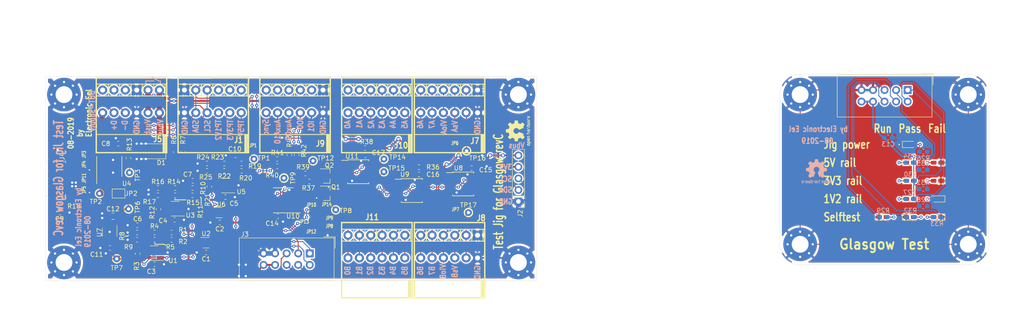
<source format=kicad_pcb>
(kicad_pcb (version 20221018) (generator pcbnew)
  (title_block (title "Glasgow Test Jig") (comment 1 "License 0BSD or Apache 2.0") (comment 3 "by Electronic Eel") (comment 4 "Test Jig for Glasgow revC1"))
  (layers (0 "F.Cu" signal) (31 "B.Cu" signal) (34 "B.Paste" user) (35 "F.Paste" user) (36 "B.SilkS" user "B.Silkscreen") (37 "F.SilkS" user "F.Silkscreen") (38 "B.Mask" user) (39 "F.Mask" user) (44 "Edge.Cuts" user))
  (net 0 "")
  (net 1 "GND")
  (net 2 "+3V3")
  (net 3 "/TP_1V2")
  (net 4 "/TP_3V3")
  (net 5 "Net-(C9-Pad1)")
  (net 6 "/TP_5V")
  (net 7 "VBUS")
  (net 8 "GNDA")
  (net 9 "+3.3VA")
  (net 10 "Net-(D2-Pad2)")
  (net 11 "Net-(D3-Pad1)")
  (net 12 "Net-(D4-Pad2)")
  (net 13 "Net-(D5-Pad2)")
  (net 14 "Net-(D6-Pad1)")
  (net 15 "Net-(D7-Pad2)")
  (net 16 "Net-(D8-Pad2)")
  (net 17 "Net-(D9-Pad2)")
  (net 18 "Net-(D10-Pad1)")
  (net 19 "Net-(D11-Pad2)")
  (net 20 "/SCL")
  (net 21 "/SDA")
  (net 22 "/LED_FAIL")
  (net 23 "/LED_PASS")
  (net 24 "/LED_RUN")
  (net 25 "/LED_5V")
  (net 26 "/LED_1V2")
  (net 27 "/LED_3V3")
  (net 28 "Net-(J4-Pad1)")
  (net 29 "Net-(J4-Pad2)")
  (net 30 "Net-(J4-Pad3)")
  (net 31 "Net-(J4-Pad4)")
  (net 32 "/DUT_Supply")
  (net 33 "/led-board/LED_3V3")
  (net 34 "/led-board/LED_1V2")
  (net 35 "/led-board/LED_5V")
  (net 36 "/led-board/LED_RUN")
  (net 37 "/led-board/LED_PASS")
  (net 38 "/led-board/LED_FAIL")
  (net 39 "/port-connection/TP_A6")
  (net 40 "/port-connection/TP_A7")
  (net 41 "/port-connection/TP_A_Vio")
  (net 42 "/port-connection/TP_A_Vsns")
  (net 43 "/port-connection/TP_B6")
  (net 44 "/port-connection/TP_B7")
  (net 45 "/port-connection/TP_B_Vio")
  (net 46 "/port-connection/TP_B_Vsns")
  (net 47 "/port-connection/JIG_GPIO1")
  (net 48 "/port-connection/JIG_GPIO0")
  (net 49 "/port-connection/TP_Aux_C9")
  (net 50 "/port-connection/TP_Aux_A10")
  (net 51 "/port-connection/TP_Sync")
  (net 52 "/port-connection/TP_A5")
  (net 53 "/port-connection/TP_A3")
  (net 54 "/port-connection/TP_A4")
  (net 55 "/port-connection/TP_A2")
  (net 56 "/port-connection/TP_A1")
  (net 57 "/port-connection/TP_A0")
  (net 58 "/port-connection/TP_B0")
  (net 59 "/port-connection/TP_B1")
  (net 60 "/port-connection/TP_B2")
  (net 61 "/port-connection/TP_B3")
  (net 62 "/port-connection/TP_B4")
  (net 63 "/port-connection/TP_B5")
  (net 64 "Net-(JP1-Pad2)")
  (net 65 "Net-(JP2-Pad2)")
  (net 66 "Net-(JP10-Pad1)")
  (net 67 "/port-connection/~{Port_conn_ctrl}")
  (net 68 "/port-connection/Port_conn_ctrl_5V")
  (net 69 "/port-connection/Aux_conn_ctrl_5V")
  (net 70 "/port-connection/~{Aux_conn_ctrl}")
  (net 71 "Net-(R1-Pad2)")
  (net 72 "Net-(R3-Pad2)")
  (net 73 "Net-(R4-Pad2)")
  (net 74 "Net-(R10-Pad2)")
  (net 75 "Net-(R12-Pad2)")
  (net 76 "Net-(R13-Pad2)")
  (net 77 "Net-(R14-Pad2)")
  (net 78 "Net-(R19-Pad2)")
  (net 79 "Net-(R21-Pad2)")
  (net 80 "Net-(R22-Pad2)")
  (net 81 "Net-(R40-Pad1)")
  (net 82 "Net-(R41-Pad1)")
  (net 83 "Net-(TP9-Pad1)")
  (net 84 "Net-(TP14-Pad1)")
  (net 85 "Net-(TP15-Pad1)")
  (net 86 "Net-(U4-Pad13)")
  (net 87 "Net-(U6-Pad4)")
  (net 88 "Net-(U7-Pad4)")
  (net 89 "Net-(U10-Pad13)")
  (net 90 "Net-(J7-Pad2)")
  (net 91 "Net-(J8-Pad2)")
  (net 92 "Net-(JP3-Pad1)")
  (net 93 "Net-(JP11-Pad1)")
  (net 94 "Net-(JP12-Pad1)")
  (net 95 "Net-(JP13-Pad1)")
  (footprint "Capacitor_SMD:C_0603_1608Metric_Pad1.05x0.95mm_HandSolder" (layer "F.Cu") (at 79.275 124.8 180)
    (fp_text reference "C1")
    (fp_text value "100nF")
  )
  (footprint "Capacitor_SMD:C_0603_1608Metric_Pad1.05x0.95mm_HandSolder" (layer "F.Cu") (at 82.275 118.2 180)
    (fp_text reference "C2")
    (fp_text value "100nF")
  )
  (footprint "Capacitor_SMD:C_0603_1608Metric_Pad1.05x0.95mm_HandSolder" (layer "F.Cu") (at 67.925 127.4)
    (fp_text reference "C3")
    (fp_text value "100nF")
  )
  (footprint "Capacitor_SMD:C_0603_1608Metric_Pad1.05x0.95mm_HandSolder" (layer "F.Cu") (at 72.325 117.6)
    (fp_text reference "C4")
    (fp_text value "100nF")
  )
  (footprint "Capacitor_SMD:C_0603_1608Metric_Pad1.05x0.95mm_HandSolder" (layer "F.Cu") (at 64.125 118.8 180)
    (fp_text reference "C6")
    (fp_text value "100nF")
  )
  (footprint "Capacitor_SMD:C_0603_1608Metric_Pad1.05x0.95mm_HandSolder" (layer "F.Cu") (at 76.325 109 180)
    (fp_text reference "C7")
    (fp_text value "100nF")
  )
  (footprint "Capacitor_SMD:C_0603_1608Metric_Pad1.05x0.95mm_HandSolder" (layer "F.Cu") (at 59.925 100.8 180)
    (fp_text reference "C8")
    (fp_text value "100nF")
  )
  (footprint "Capacitor_SMD:C_0603_1608Metric_Pad1.05x0.95mm_HandSolder" (layer "F.Cu") (at 47.125 116)
    (fp_text reference "C9")
    (fp_text value "100nF")
  )
  (footprint "Capacitor_SMD:C_0603_1608Metric_Pad1.05x0.95mm_HandSolder" (layer "F.Cu") (at 58.125 123.8 180)
    (fp_text reference "C11")
    (fp_text value "1µF")
  )
  (footprint "Capacitor_SMD:C_0805_2012Metric_Pad1.15x1.40mm_HandSolder" (layer "F.Cu") (at 58.775 116.8 180)
    (fp_text reference "C12")
    (fp_text value "4.7µF")
  )
  (footprint "Capacitor_SMD:C_0603_1608Metric_Pad1.05x0.95mm_HandSolder" (layer "F.Cu") (at 95.075 116.8)
    (fp_text reference "C14")
    (fp_text value "100nF")
  )
  (footprint "Capacitor_SMD:C_0603_1608Metric_Pad1.05x0.95mm_HandSolder" (layer "F.Cu") (at 137.725 106.2 180)
    (fp_text reference "C15")
    (fp_text value "100nF")
  )
  (footprint "Capacitor_SMD:C_0603_1608Metric_Pad1.05x0.95mm_HandSolder" (layer "F.Cu") (at 114.325 103.4 180)
    (fp_text reference "C17")
    (fp_text value "100nF")
  )
  (footprint "Diode_SMD:D_SMA" (layer "F.Cu") (at 67 102.5 180)
    (fp_text reference "D1")
    (fp_text value "SMAJ5A")
  )
  (footprint "MountingHole:MountingHole_3.7mm_Pad_Via" (layer "F.Cu") (at 148 127)
    (fp_text reference "H1" hide)
    (fp_text value "MountingHole_Pad")
  )
  (footprint "MountingHole:MountingHole_3.7mm_Pad_Via" (layer "F.Cu") (at 48 90)
    (fp_text reference "H2" hide)
    (fp_text value "MountingHole_Pad")
  )
  (footprint "MountingHole:MountingHole_3.7mm_Pad_Via" (layer "F.Cu") (at 148 90)
    (fp_text reference "H3" hide)
    (fp_text value "MountingHole_Pad")
  )
  (footprint "MountingHole:MountingHole_3.7mm_Pad_Via" (layer "F.Cu") (at 48 127)
    (fp_text reference "H4" hide)
    (fp_text value "MountingHole_Pad")
  )
  (footprint "Glasgow:TerminalBlock_MetzConnect_AST04106_1x06_Lever_Clamp_45Degree" (layer "F.Cu") (at 139 89 180)
    (fp_text reference "J7")
    (fp_text value "AST04106")
  )
  (footprint "Glasgow:TerminalBlock_MetzConnect_AST04106_1x06_Lever_Clamp_45Degree" (layer "F.Cu") (at 105 89 180)
    (fp_text reference "J9")
    (fp_text value "AST04106")
  )
  (footprint "Glasgow:TerminalBlock_MetzConnect_AST04106_1x06_Lever_Clamp_45Degree" (layer "F.Cu") (at 123 89 180)
    (fp_text reference "J10")
    (fp_text value "AST04106")
  )
  (footprint "Glasgow:TerminalBlock_MetzConnect_AST04106_1x06_Lever_Clamp_45Degree" (layer "F.Cu") (at 123 121 180)
    (fp_text reference "J11")
    (fp_text value "AST04106")
  )
  (footprint "Package_TO_SOT_SMD:SOT-23" (layer "F.Cu") (at 105.8 111.75)
    (fp_text reference "Q1")
    (fp_text value "BSS138")
  )
  (footprint "Package_TO_SOT_SMD:SOT-23" (layer "F.Cu") (at 105.8 107.95)
    (fp_text reference "Q2")
    (fp_text value "BSS138")
  )
  (footprint "Resistor_SMD:R_0603_1608Metric_Pad1.05x0.95mm_HandSolder" (layer "F.Cu") (at 71.675 120.4 180)
    (fp_text reference "R1")
    (fp_text value "5M1")
  )
  (footprint "Resistor_SMD:R_0603_1608Metric_Pad1.05x0.95mm_HandSolder" (layer "F.Cu") (at 71.675 122 180)
    (fp_text reference "R2")
    (fp_text value "68k")
  )
  (footprint "Resistor_SMD:R_0603_1608Metric_Pad1.05x0.95mm_HandSolder" (layer "F.Cu") (at 64.2 125.075 -90)
    (fp_text reference "R3")
    (fp_text value "4k7")
  )
  (footprint "Resistor_SMD:R_0603_1608Metric_Pad1.05x0.95mm_HandSolder" (layer "F.Cu") (at 67.925 120.4 180)
    (fp_text reference "R4")
    (fp_text value "DNP")
  )
  (footprint "Resistor_SMD:R_0603_1608Metric_Pad1.05x0.95mm_HandSolder" (layer "F.Cu") (at 67.925 122 180)
    (fp_text reference "R5")
    (fp_text value "910R")
  )
  (footprint "Resistor_SMD:R_0603_1608Metric_Pad1.05x0.95mm_HandSolder" (layer "F.Cu") (at 72.6 102.675 90)
    (fp_text reference "R6")
    (fp_text value "22k")
  )
  (footprint "Resistor_SMD:R_0603_1608Metric_Pad1.05x0.95mm_HandSolder" (layer "F.Cu") (at 74.2 102.675 90)
    (fp_text reference "R7")
    (fp_text value "22k")
  )
  (footprint "Resistor_SMD:R_0603_1608Metric_Pad1.05x0.95mm_HandSolder" (layer "F.Cu") (at 64.075 122 180)
    (fp_text reference "R9")
    (fp_text value "33k")
  )
  (footprint "Resistor_SMD:R_0603_1608Metric_Pad1.05x0.95mm_HandSolder" (layer "F.Cu") (at 76.275 110.6 180)
    (fp_text reference "R10")
    (fp_text value "91k")
  )
  (footprint "Resistor_SMD:R_0603_1608Metric_Pad1.05x0.95mm_HandSolder" (layer "F.Cu") (at 76.275 112.2 180)
    (fp_text reference "R11")
    (fp_text value "3M6")
  )
  (footprint "Resistor_SMD:R_0603_1608Metric_Pad1.05x0.95mm_HandSolder" (layer "F.Cu") (at 68.8 115.275 -90)
    (fp_text reference "R12")
    (fp_text value "4k7")
  )
  (footprint "Resistor_SMD:R_0603_1608Metric_Pad1.05x0.95mm_HandSolder" (layer "F.Cu") (at 72.475 110.6 180)
    (fp_text reference "R14")
    (fp_text value "1k")
  )
  (footprint "Resistor_SMD:R_0603_1608Metric_Pad1.05x0.95mm_HandSolder" (layer "F.Cu") (at 72.475 112.2 180)
    (fp_text reference "R15")
    (fp_text value "470R")
  )
  (footprint "Resistor_SMD:R_0603_1608Metric_Pad1.05x0.95mm_HandSolder" (layer "F.Cu") (at 68.675 110.6 180)
    (fp_text reference "R16")
    (fp_text value "DNP")
  )
  (footprint "Resistor_SMD:R_0603_1608Metric_Pad1.05x0.95mm_HandSolder" (layer "F.Cu") (at 68.675 112.2 180)
    (fp_text reference "R17")
    (fp_text value "12k")
  )
  (footprint "Resistor_SMD:R_0603_1608Metric_Pad1.05x0.95mm_HandSolder" (layer "F.Cu") (at 79.475 105.2 180)
    (fp_text reference "R24")
    (fp_text value "DNP")
  )
  (footprint "Resistor_SMD:R_0603_1608Metric_Pad1.05x0.95mm_HandSolder" (layer "F.Cu") (at 102 109.175)
    (fp_text reference "R37")
    (fp_text value "100K")
  )
  (footprint "Resistor_SMD:R_0603_1608Metric_Pad1.05x0.95mm_HandSolder" (layer "F.Cu") (at 114.275 101.8 180)
    (fp_text reference "R38")
    (fp_text value "2k2")
  )
  (footprint "Resistor_SMD:R_0603_1608Metric_Pad1.05x0.95mm_HandSolder" (layer "F.Cu") (at 101.125 107.4)
    (fp_text reference "R39")
    (fp_text value "100K")
  )
  (footprint "Resistor_SMD:R_0603_1608Metric_Pad1.05x0.95mm_HandSolder" (layer "F.Cu") (at 94.925 105.8 180)
    (fp_text reference "R40")
    (fp_text value "DNP")
  )
  (footprint "Resistor_SMD:R_0603_1608Metric_Pad1.05x0.95mm_HandSolder" (layer "F.Cu") (at 94.925 104.2 180)
    (fp_text reference "R41")
    (fp_text value "DNP")
  )
  (footprint "Resistor_SMD:R_0603_1608Metric_Pad1.05x0.95mm_HandSolder" (layer "F.Cu") (at 99.2 103.305 90)
    (fp_text reference "R42")
    (fp_text value "DNP")
  )
  (footprint "Resistor_SMD:R_0603_1608Metric_Pad1.05x0.95mm_HandSolder" (layer "F.Cu") (at 97.6 103.305 90)
    (fp_text reference "R43")
    (fp_text value "DNP")
  )
  (footprint "Package_TO_SOT_SMD:SOT-23-6_Handsoldering" (layer "F.Cu") (at 67.85 124.95 180)
    (fp_text reference "U1")
    (fp_text value "TPS3700")
  )
  (footprint "Package_TO_SOT_SMD:SOT-363_SC-70-6_Handsoldering" (layer "F.Cu") (at 79.27 122.65)
    (fp_text reference "U2")
    (fp_text value "74LVC2G14")
  )
  (footprint "Package_TO_SOT_SMD:SOT-23-6_Handsoldering" (layer "F.Cu") (at 72.45 115.15 180)
    (fp_text reference "U3")
    (fp_text value "TPS3700")
  )
  (footprint "Package_SO:TSSOP-16_4.4x5mm_P0.65mm" (layer "F.Cu") (at 58 105.85 90)
    (fp_text reference "U4")
    (fp_text value "INA260")
  )
  (footprint "Package_TO_SOT_SMD:SOT-363_SC-70-6_Handsoldering" (layer "F.Cu") (at 82.13 116)
    (fp_text reference "U6")
    (fp_text value "74LVC2G14")
  )
  (footprint "Package_TO_SOT_SMD:SOT-23-5_HandSoldering" (layer "F.Cu") (at 58.05 120.35 -90)
    (fp_text reference "U7")
    (fp_text value "AP2127K-3.3")
  )
  (footprint "Package_SO:TSSOP-14_4.4x5mm_P0.65mm" (layer "F.Cu") (at 135.85 109.7)
    (fp_text reference "U8")
    (fp_text value "74HC4066")
  )
  (footprint "Package_SO:TSSOP-14_4.4x5mm_P0.65mm" (layer "F.Cu") (at 124.55 111.15)
    (fp_text reference "U9")
    (fp_text value "74HC4066")
  )
  (footprint "Package_SO:TSSOP-16_4.4x5mm_P0.65mm" (layer "F.Cu") (at 96.25 113.275 180)
    (fp_text reference "U10")
    (fp_text value "TCA9534")
  )
  (footprint "Package_SO:TSSOP-14_4.4x5mm_P0.65mm" (layer "F.Cu") (at 112.75 107)
    (fp_text reference "U11")
    (fp_text value "74HC4066")
  )
  (footprint "Glasgow:TerminalBlock_MetzConnect_AST04106_1x06_Lever_Clamp_45Degree" (layer "F.Cu") (at 69 89 180)
    (fp_text reference "J5")
    (fp_text value "AST04106")
  )
  (footprint "Glasgow:TerminalBlock_MetzConnect_AST04106_1x06_Lever_Clamp_45Degree" (layer "F.Cu") (at 139 121 180)
    (fp_text reference "J8")
    (fp_text value "AST04106")
  )
  (footprint "Glasgow:TerminalBlock_MetzConnect_AST04106_1x06_Lever_Clamp_45Degree" (layer "F.Cu") (at 87 89 180)
    (fp_text reference "J1")
    (fp_text value "AST04106")
  )
  (footprint "Connector_IDC:IDC-Header_2x05_P2.54mm_Vertical" (layer "F.Cu") (at 233.66 89 -90)
    (fp_text reference "J6" hide)
    (fp_text value "Conn_02x05_Odd_Even")
  )
  (footprint "MountingHole:MountingHole_3.7mm_Pad_Via" (layer "F.Cu") (at 210 90)
    (fp_text reference "H8" hide)
    (fp_text value "MountingHole_Pad")
  )
  (footprint "MountingHole:MountingHole_3.7mm_Pad_Via" (layer "F.Cu") (at 210 123)
    (fp_text reference "H7" hide)
    (fp_text value "MountingHole_Pad")
  )
  (footprint "MountingHole:MountingHole_3.7mm_Pad_Via" (layer "F.Cu") (at 247 90)
    (fp_text reference "H6" hide)
    (fp_text value "MountingHole_Pad")
  )
  (footprint "MountingHole:MountingHole_3.7mm_Pad_Via" (layer "F.Cu") (at 247 123)
    (fp_text reference "H5" hide)
    (fp_text value "MountingHole_Pad")
  )
  (footprint "LED_SMD:LED_0603_1608Metric_Castellated" (layer "F.Cu") (at 240.2125 105 180)
    (fp_text reference "D11" hide)
    (fp_text value "red")
  )
  (footprint "LED_SMD:LED_0603_1608Metric_Castellated" (layer "F.Cu") (at 240.1875 117 180)
    (fp_text reference "D9" hide)
    (fp_text value "red")
  )
  (footprint "LED_SMD:LED_0603_1608Metric_Castellated" (layer "F.Cu") (at 234.1875 117)
    (fp_text reference "D8" hide)
    (fp_text value "green")
  )
  (footprint "LED_SMD:LED_0603_1608Metric_Castellated" (layer "F.Cu") (at 240.1875 109 180)
    (fp_text reference "D7" hide)
    (fp_text value "red")
  )
  (footprint "LED_SMD:LED_0603_1608Metric_Castellated" (layer "F.Cu") (at 234.1875 109)
    (fp_text reference "D6" hide)
    (fp_text value "green")
  )
  (footprint "LED_SMD:LED_0603_1608Metric_Castellated" (layer "F.Cu") (at 228.1875 117)
    (fp_text reference "D5" hide)
    (fp_text value "yellow")
  )
  (footprint "LED_SMD:LED_0603_1608Metric_Castellated" (layer "F.Cu") (at 240.1875 113 180)
    (fp_text reference "D4" hide)
    (fp_text value "red")
  )
  (footprint "LED_SMD:LED_0603_1608Metric_Castellated" (layer "F.Cu") (at 234.1875 113)
    (fp_text reference "D3" hide)
    (fp_text value "green")
  )
  (footprint "LED_SMD:LED_0603_1608Metric_Castellated" (layer "F.Cu") (at 234.1875 101)
    (fp_text reference "D2" hide)
    (fp_text value "green")
  )
  (footprint "Connector_IDC:IDC-Header_2x05_P2.54mm_Vertical" (layer "F.Cu") (at 102.08 125 -90)
    (fp_text reference "J3")
    (fp_text value "Conn_02x05_Odd_Even")
  )
  (footprint "Connector_USB:USB_Micro-B_Molex_47346-0001" (layer "F.Cu") (at 46.65 108.51 -90)
    (fp_text reference "J4")
    (fp_text value "USB_B_Micro")
  )
  (footprint "Resistor_SMD:R_0603_1608Metric_Pad1.05x0.95mm_HandSolder" (layer "F.Cu") (at 47.125 114.5)
    (fp_text reference "R18")
    (fp_text value "1M")
  )
  (footprint "Resistor_SMD:R_0603_1608Metric_Pad1.05x0.95mm_HandSolder" (layer "F.Cu") (at 62.2 104 -90)
    (fp_text reference "R13")
    (fp_text value "4k7")
  )
  (footprint "Glasgow:Solderbridge-small-2pad" (layer "F.Cu") (at 53.6 103.4 90)
    (fp_text reference "JP3")
    (fp_text value "SolderJumper_2_Open")
  )
  (footprint "Resistor_SMD:R_0603_1608Metric_Pad1.05x0.95mm_HandSolder" (layer "F.Cu") (at 79.475 106.8 180)
    (fp_text reference "R25")
    (fp_text value "7k5")
  )
  (footprint "Capacitor_SMD:C_0603_1608Metric_Pad1.05x0.95mm_HandSolder" (layer "F.Cu") (at 85.725 103.4 180)
    (fp_text reference "C10")
    (fp_text value "100nF")
  )
  (footprint "Capacitor_SMD:C_0603_1608Metric_Pad1.05x0.95mm_HandSolder" (layer "F.Cu") (at 83.525 112.6)
    (fp_text reference "C5")
    (fp_text value "100nF")
  )
  (footprint "Package_TO_SOT_SMD:SOT-23-6_Handsoldering" (layer "F.Cu") (at 83.55 110.05 180)
    (fp_text reference "U5")
    (fp_text value "TPS3700")
  )
  (footprint "Resistor_SMD:R_0603_1608Metric_Pad1.05x0.95mm_HandSolder" (layer "F.Cu") (at 83.275 105.2 180)
    (fp_text reference "R23")
    (fp_text value "680")
  )
  (footprint "Resistor_SMD:R_0603_1608Metric_Pad1.05x0.95mm_HandSolder" (layer "F.Cu") (at 83.275 106.8 180)
    (fp_text reference "R22")
    (fp_text value "DNP")
  )
  (footprint "Resistor_SMD:R_0603_1608Metric_Pad1.05x0.95mm_HandSolder" (layer "F.Cu") (at 80 110.275 -90)
    (fp_text reference "R21")
    (fp_text value "4k7")
  )
  (footprint "Resistor_SMD:R_0603_1608Metric_Pad1.05x0.95mm_HandSolder" (layer "F.Cu") (at 87.075 106.8 180)
    (fp_text reference "R20")
    (fp_text value "110k")
  )
  (footprint "Resistor_SMD:R_0603_1608Metric_Pad1.05x0.95mm_HandSolder" (layer "F.Cu") (at 87.075 105.2 180)
    (fp_text reference "R19")
    (fp_text value "510k")
  )
  (footprint "Glasgow:Solderbridge-small-2pad" (layer "F.Cu") (at 88.4 102.4)
    (fp_text reference "JP1")
    (fp_text value "SolderJumper_2_Bridged")
  )
  (footprint "Glasgow:Solderbridge-small-2pad" (layer "F.Cu") (at 53.6 105.4 -90)
    (fp_text reference "JP4")
    (fp_text value "SolderJumper_2_Bridged")
  )
  (footprint "Glasgow:Solderbridge-small-2pad" (layer "F.Cu") (at 53.6 110.15 -90)
    (fp_text reference "JP5")
    (fp_text value "SolderJumper_2_Bridged")
  )
  (footprint "Glasgow:Solderbridge-small-2pad" (layer "F.Cu") (at 134 116.4 180)
    (fp_text reference "JP7")
    (fp_text value "SolderJumper_2_Bridged")
  )
  (footprint "Glasgow:Solderbridge-small-2pad" (layer "F.Cu") (at 104.8 119)
    (fp_text reference "JP8")
    (fp_text value "SolderJumper_2_Bridged")
  )
  (footprint "Glasgow:Solderbridge-small-2pad" (layer "F.Cu") (at 104.8 117.2)
    (fp_text reference "JP9")
    (fp_text value "SolderJumper_2_Bridged")
  )
  (footprint "Glasgow:Solderbridge-small-2pad" (layer "F.Cu") (at 102.6 115.4 180)
    (fp_text reference "JP10")
    (fp_text value "SolderJumper_2_Bridged")
  )
  (footprint "Glasgow:Solderbridge-small-2pad" (layer "F.Cu") (at 53.6 108.05 90)
    (fp_text reference "JP11")
    (fp_text value "SolderJumper_2_Open")
  )
  (footprint "Glasgow:Solderbridge-small-2pad" (layer "F.Cu") (at 102.65 119 180)
    (fp_text reference "JP12")
    (fp_text value "SolderJumper_2_Open")
  )
  (footprint "Glasgow:Solderbridge-small-2pad" (layer "F.Cu") (at 102.65 117.2 180)
    (fp_text reference "JP13")
    (fp_text value "SolderJumper_2_Open")
  )
  (footprint "Glasgow:Solderbridge-small-2pad" (layer "F.Cu") (at 104.8 115.4)
    (fp_text reference "JP14")
    (fp_text value "SolderJumper_2_Open")
  )
  (footprint "TestPoint:TestPoint_THTPad_D1.5mm_Drill0.7mm" (layer "F.Cu") (at 89.8 104.2)
    (fp_text reference "TP1")
    (fp_text value "TestPoint")
  )
  (footprint "TestPoint:TestPoint_THTPad_D1.5mm_Drill0.7mm" (layer "F.Cu") (at 55.8 111.8)
    (fp_text reference "TP2")
    (fp_text value "TestPoint")
  )
  (footprint "TestPoint:TestPoint_THTPad_D1.5mm_Drill0.7mm" (layer "F.Cu") (at 62.4 107.2)
    (fp_text reference "TP3")
    (fp_text value "TestPoint")
  )
  (footprint "TestPoint:TestPoint_THTPad_D1.5mm_Drill0.7mm" (layer "F.Cu") (at 62.2 115.2)
    (fp_text reference "TP6")
    (fp_text value "TestPoint")
  )
  (footprint "TestPoint:TestPoint_THTPad_D1.5mm_Drill0.7mm" (layer "F.Cu") (at 59.6 126.2)
    (fp_text reference "TP7")
    (fp_text value "TestPoint")
  )
  (footprint "TestPoint:TestPoint_THTPad_D1.5mm_Drill0.7mm" (layer "F.Cu") (at 107.8 115.4)
    (fp_text reference "TP8")
    (fp_text value "TestPoint")
  )
  (footprint "TestPoint:TestPoint_THTPad_D1.5mm_Drill0.7mm" (layer "F.Cu") (at 96.4 108.4)
    (fp_text reference "TP9")
    (fp_text value "TestPoint")
  )
  (footprint "TestPoint:TestPoint_THTPad_D1.5mm_Drill0.7mm" (layer "F.Cu") (at 118.4 104.2)
    (fp_text reference "TP14")
    (fp_text value "TestPoint")
  )
  (footprint "TestPoint:TestPoint_THTPad_D1.5mm_Drill0.7mm" (layer "F.Cu") (at 118.4 107)
    (fp_text reference "TP15")
    (fp_text value "TestPoint")
  )
  (footprint "TestPoint:TestPoint_THTPad_D1.5mm_Drill0.7mm" (layer "F.Cu") (at 136.6 102.4)
    (fp_text reference "TP16")
    (fp_text value "TestPoint")
  )
  (footprint "TestPoint:TestPoint_THTPad_D1.5mm_Drill0.7mm" (layer "F.Cu") (at 137 116)
    (fp_text reference "TP17")
    (fp_text value "TestPoint")
  )
  (footprint "Jumper:SolderJumper-2_P1.3mm_Open_TrianglePad1.0x1.5mm" (layer "F.Cu") (at 60 111.8 180)
    (fp_text reference "JP2")
    (fp_text value "SolderJumper_2_Bridged")
  )
  (footprint "Resistor_SMD:R_0603_1608Metric_Pad1.05x0.95mm_HandSolder" (layer "F.Cu") (at 64.075 120.4 180)
    (fp_text reference "R8")
    (fp_text value "DNP")
  )
  (footprint "Glasgow:Solderbridge-small-2pad" (layer "F.Cu") (at 133.85 101.8 180)
    (fp_text reference "JP6")
    (fp_text value "SolderJumper_2_Bridged")
  )
  (footprint "Capacitor_SMD:C_0603_1608Metric_Pad1.05x0.95mm_HandSolder" (layer "F.Cu") (at 126.125 107.6 180)
    (fp_text reference "C16")
    (fp_text value "100nF")
  )
  (footprint "Resistor_SMD:R_0603_1608Metric_Pad1.05x0.95mm_HandSolder" (layer "F.Cu") (at 126.125 106 180)
    (fp_text reference "R36")
    (fp_text value "2k2")
  )
  (footprint "TestPoint:TestPoint_THTPad_D1.5mm_Drill0.7mm" (layer "F.Cu") (at 102.8 104.6)
    (fp_text reference "TP12")
    (fp_text value "TestPoint")
  )
  (footprint "Symbol:OSHW-Logo2_7.3x6mm_SilkScreen" (layer "F.Cu") (at 148 98 90)
    (fp_text reference "REF**" hide)
    (fp_text value "OSHW-Logo2_7.3x6mm_SilkScreen" hide)
  )
  (footprint "Connector_PinHeader_2.54mm:PinHeader_1x05_P2.54mm_Vertical" (layer "F.Cu") (at 148 113.56 180)
    (fp_text reference "J2")
    (fp_text value "DNP")
  )
  (footprint "LED_SMD:LED_0603_1608Metric_Castellated" (layer "F.Cu") (at 234.1875 105)
    (fp_text reference "D10" hide)
    (fp_text value "green")
  )
  (footprint "Resistor_SMD:R_0603_1608Metric_Pad1.05x0.95mm_HandSolder" (layer "B.Cu") (at 237.075 110.8 180)
    (fp_text reference "R31")
    (fp_text value "2k2")
  )
  (footprint "Resistor_SMD:R_0603_1608Metric_Pad1.05x0.95mm_HandSolder" (layer "B.Cu") (at 234.275 109 180)
    (fp_text reference "R30")
    (fp_text value "2k2")
  )
  (footprint "Resistor_SMD:R_0603_1608Metric_Pad1.05x0.95mm_HandSolder" (layer "B.Cu") (at 228.275 117 180)
    (fp_text reference "R29")
    (fp_text value "2k2")
  )
  (footprint "Resistor_SMD:R_0603_1608Metric_Pad1.05x0.95mm_HandSolder" (layer "B.Cu") (at 237.075 114.6 180)
    (fp_text reference "R28")
    (fp_text value "2k2")
  )
  (footprint "Resistor_SMD:R_0603_1608Metric_Pad1.05x0.95mm_HandSolder" (layer "B.Cu") (at 234.125 113 180)
    (fp_text reference "R27")
    (fp_text value "2k2")
  )
  (footprint "Resistor_SMD:R_0603_1608Metric_Pad1.05x0.95mm_HandSolder" (layer "B.Cu") (at 237.125 102.6)
    (fp_text reference "R26")
    (fp_text value "2k2")
  )
  (footprint "Resistor_SMD:R_0603_1608Metric_Pad1.05x0.95mm_HandSolder" (layer "B.Cu") (at 240.125 117)
    (fp_text reference "R33")
    (fp_text value "2k2")
  )
  (footprint "Resistor_SMD:R_0603_1608Metric_Pad1.05x0.95mm_HandSolder" (layer "B.Cu") (at 234.125 105 180)
    (fp_text reference "R34")
    (fp_text value "2k2")
  )
  (footprint "Resistor_SMD:R_0603_1608Metric_Pad1.05x0.95mm_HandSolder" (layer "B.Cu") (at 237.075 106.6 180)
    (fp_text reference "R35")
    (fp_text value "2k2")
  )
  (footprint "Resistor_SMD:R_0603_1608Metric_Pad1.05x0.95mm_HandSolder" (layer "B.Cu") (at 234.275 117 180)
    (fp_text reference "R32")
    (fp_text value "2k2")
  )
  (footprint "Capacitor_SMD:C_0603_1608Metric_Pad1.05x0.95mm_HandSolder" (layer "B.Cu") (at 229.375 99.5)
    (fp_text reference "C13")
    (fp_text value "100nF")
  )
  (footprint "Symbol:OSHW-Logo2_7.3x6mm_SilkScreen" (layer "B.Cu") (at 213.6 107 180)
    (fp_text reference "REF**" hide)
    (fp_text value "OSHW-Logo2_7.3x6mm_SilkScreen" hide)
  )
  (gr_line (start 66.4 87) (end 67.8 87) (stroke (width 0.2)) (layer "B.SilkS"))
  (gr_line (start 68.8 87) (end 67.4 86.2) (stroke (width 0.2)) (layer "B.SilkS"))
  (gr_line (start 66 87) (end 66.4 87) (stroke (width 0.2)) (layer "B.SilkS"))
  (gr_line (start 69.2 87.6) (end 69.2 87) (stroke (width 0.2)) (layer "B.SilkS"))
  (gr_line (start 66 87.6) (end 66 87) (stroke (width 0.2)) (layer "B.SilkS"))
  (gr_line (start 69.2 87) (end 68.8 87) (stroke (width 0.2)) (layer "B.SilkS"))
  (gr_line (start 61.4 121.2) (end 62 121.2) (stroke (width 0.2)) (layer "F.SilkS"))
  (gr_line (start 72.4 113) (end 72.4 113.2) (stroke (width 0.2)) (layer "F.SilkS"))
  (gr_line (start 68 122.8) (end 68 123) (stroke (width 0.2)) (layer "F.SilkS"))
  (gr_line (start 72.4 113.2) (end 74.2 113.2) (stroke (width 0.2)) (layer "F.SilkS"))
  (gr_line (start 74.2 113.2) (end 74.8 113.2) (stroke (width 0.2)) (layer "F.SilkS"))
  (gr_line (start 68 123) (end 70 123) (stroke (width 0.2)) (layer "F.SilkS"))
  (gr_line (start 70 123) (end 70.4 123.2) (stroke (width 0.2)) (layer "F.SilkS"))
  (gr_line (start 78.2 112.8) (end 78 112.6) (stroke (width 0.2)) (layer "F.SilkS"))
  (gr_line (start 78.2 114.4) (end 78.2 112.8) (stroke (width 0.2)) (layer "F.SilkS"))
  (gr_line (start 62 121.2) (end 62.2 121) (stroke (width 0.2)) (layer "F.SilkS"))
  (gr_line (start 152 126) (end 152 86) (stroke (width 0.05)) (layer "Edge.Cuts"))
  (gr_line (start 152 131) (end 152 126) (stroke (width 0.05)) (layer "Edge.Cuts"))
  (gr_line (start 44 86) (end 152 86) (stroke (width 0.05)) (layer "Edge.Cuts"))
  (gr_line (start 251.5 123) (end 251.5 90) (stroke (width 0.05)) (layer "Edge.Cuts"))
  (gr_line (start 247 85.5) (end 210 85.5) (stroke (width 0.05)) (layer "Edge.Cuts"))
  (gr_line (start 205.5 90) (end 205.5 123) (stroke (width 0.05)) (layer "Edge.Cuts"))
  (gr_line (start 210 127.5) (end 247 127.5) (stroke (width 0.05)) (layer "Edge.Cuts"))
  (gr_arc (start 210 127.5) (mid 206.818019 126.181981) (end 205.5 123) (stroke (width 0.05)) (layer "Edge.Cuts"))
  (gr_line (start 44 86) (end 44 131) (stroke (width 0.05)) (layer "Edge.Cuts"))
  (gr_arc (start 247 85.5) (mid 250.181981 86.818019) (end 251.5 90) (stroke (width 0.05)) (layer "Edge.Cuts"))
  (gr_arc (start 205.5 90) (mid 206.818019 86.818019) (end 210 85.5) (stroke (width 0.05)) (layer "Edge.Cuts"))
  (gr_arc (start 251.5 123) (mid 250.181981 126.181981) (end 247 127.5) (stroke (width 0.05)) (layer "Edge.Cuts"))
  (gr_line (start 44 131) (end 152 131) (stroke (width 0.05)) (layer "Edge.Cuts"))
  (gr_text "B5" (at 123 128.8 90) (layer "B.SilkS") (effects (font (size 1.2 1) (thickness 0.25)) (justify mirror)))
  (gr_text "GND" (at 105 97.2 90) (layer "B.SilkS") (effects (font (size 1.2 1) (thickness 0.25)) (justify mirror)))
  (gr_text "B2" (at 115.4 128.8 90) (layer "B.SilkS") (effects (font (size 1.2 1) (thickness 0.25)) (justify mirror)))
  (gr_text "SDA" (at 145.2 111) (layer "B.SilkS") (effects (font (size 1.2 1) (thickness 0.25)) (justify mirror)))
  (gr_text "Vbus" (at 147.6 101.2) (layer "B.SilkS") (effects (font (size 1.2 1) (thickness 0.25)) (justify mirror)))
  (gr_text "VioB" (at 131.4 129 90) (layer "B.SilkS") (effects (font (size 1.2 1) (thickness 0.25)) (justify mirror)))
  (gr_text "GND" (at 74.6 97.2 90) (layer "B.SilkS") (effects (font (size 1.2 1) (thickness 0.25)) (justify mirror)))
  (gr_text "A6" (at 126.4 96.6 90) (layer "B.SilkS") (effects (font (size 1.2 1) (thickness 0.25)) (justify mirror)))
  (gr_text "TP3V3" (at 84.6 97.8 90) (layer "B.SilkS") (effects (font (size 1.2 1) (thickness 0.25)) (justify mirror)))
  (gr_text "B3" (at 118 128.8 90) (layer "B.SilkS") (effects (font (size 1.2 1) (thickness 0.25)) (justify mirror)))
  (gr_text "by Electronic Eel" (at 51.2 117 90) (layer "B.SilkS") (effects (font (size 1.2 1) (thickness 0.25)) (justify mirror)))
  (gr_text "TP5V" (at 87 97.4 90) (layer "B.SilkS") (effects (font (size 1.2 1) (thickness 0.25)) (justify mirror)))
  (gr_text "VioA" (at 131.6 97.2 90) (layer "B.SilkS") (effects (font (size 1.2 1) (thickness 0.25)) (justify mirror)))
  (gr_text "Sync" (at 92.4 97.2 90) (layer "B.SilkS") (effects (font (size 1.2 1) (thickness 0.25)) (justify mirror)))
  (gr_text "AuxC9" (at 97.4 97.8 90) (layer "B.SilkS") (effects (font (size 1.2 1) (thickness 0.25)) (justify mirror)))
  (gr_text "VsA" (at 134 97 90) (layer "B.SilkS") (effects (font (size 1.2 1) (thickness 0.25)) (justify mirror)))
  (gr_text "B7" (at 129 128.8 90) (layer "B.SilkS") (effects (font (size 1.2 1) (thickness 0.25)) (justify mirror)))
  (gr_text "A5" (at 123 96.6 90) (layer "B.SilkS") (effects (font (size 1.2 1) (thickness 0.25)) (justify mirror)))
  (gr_text "TP1V2" (at 82 97.8 90) (layer "B.SilkS") (effects (font (size 1.2 1) (thickness 0.25)) (justify mirror)))
  (gr_text "D-" (at 61.4 96.8 90) (layer "B.SilkS") (effects (font (size 1.2 1) (thickness 0.25)) (justify mirror)))
  (gr_text "A1" (at 113 96.6 90) (layer "B.SilkS") (effects (font (size 1.2 1) (thickness 0.25)) (justify mirror)))
  (gr_text "Test Jig for Glasgow revC" (at 46.8 108.4 90) (layer "B.SilkS") (effects (font (size 2 1.3) (thickness 0.325)) (justify mirror)))
  (gr_text "3V3" (at 145.2 106) (layer "B.SilkS") (effects (font (size 1.2 1) (thickness 0.25)) (justify mirror)))
  (gr_text "SCL" (at 79.6 97 90) (layer "B.SilkS") (effects (font (size 1.2 1) (thickness 0.25)) (justify mirror)))
  (gr_text "B0" (at 110.4 128.8 90) (layer "B.SilkS") (effects (font (size 1.2 1) (thickness 0.25)) (justify mirror)))
  (gr_text "D+" (at 59 96.8 90) (layer "B.SilkS") (effects (font (size 1.2 1) (thickness 0.25)) (justify mirror)))
  (gr_text "A3" (at 118 96.6 90) (layer "B.SilkS") (effects (font (size 1.2 1) (thickness 0.25)) (justify mirror)))
  (gr_text "DUT-Supply" (at 54.2 93.6 90) (layer "B.SilkS") (effects (font (size 1.2 1) (thickness 0.25)) (justify mirror)))
  (gr_text "A7" (at 129 96.6 90) (layer "B.SilkS") (effects (font (size 1.2 1) (thickness 0.25)) (justify mirror)))
  (gr_text "B6" (at 126.4 128.8 90) (layer "B.SilkS") (effects (font (size 1.2 1) (thickness 0.25)) (justify mirror)))
  (gr_text "Vusb" (at 66.4 97.2 90) (layer "B.SilkS") (effects (font (size 1.2 1) (thickness 0.25)) (justify mirror)))
  (gr_text "Vbus" (at 69.2 97.2 90) (layer "B.SilkS") (effects (font (size 1.2 1) (thickness 0.25)) (justify mirror)))
  (gr_text "A2" (at 115.6 96.6 90) (layer "B.SilkS") (effects (font (size 1.2 1) (thickness 0.25)) (justify mirror)))
  (gr_text "VsB" (at 134 129 90) (layer "B.SilkS") (effects (font (size 1.2 1) (thickness 0.25)) (justify mirror)))
  (gr_text "IO0" (at 100 96.4 90) (layer "B.SilkS") (effects (font (size 1.2 1) (thickness 0.25)) (justify mirror)))
  (gr_text "by Electronic Eel" (at 214 97.6) (layer "B.SilkS") (effects (font (size 1.2 1) (thickness 0.25)) (justify mirror)))
  (gr_text "08-2019" (at 53.2 120.2 90) (layer "B.SilkS") (effects (font (size 1.2 1) (thickness 0.25)) (justify mirror)))
  (gr_text "SDA" (at 77 97 90) (layer "B.SilkS") (effects (font (size 1.2 1) (thickness 0.25)) (justify mirror)))
  (gr_text "GND" (at 145.2 113.6) (layer "B.SilkS") (effects (font (size 1.2 1) (thickness 0.25)) (justify mirror)))
  (gr_text "B4" (at 120.4 128.8 90) (layer "B.SilkS") (effects (font (size 1.2 1) (thickness 0.25)) (justify mirror)))
  (gr_text "A0" (at 110.4 96.6 90) (layer "B.SilkS") (effects (font (size 1.2 1) (thickness 0.25)) (justify mirror)))
  (gr_text "B1" (at 113 128.8 90) (layer "B.SilkS") (effects (font (size 1.2 1) (thickness 0.25)) (justify mirror)))
  (gr_text "08-2019" (at 213.8 100.2) (layer "B.SilkS") (effects (font (size 1.2 1) (thickness 0.25)) (justify mirror)))
  (gr_text "SCL" (at 145.2 108.6) (layer "B.SilkS") (effects (font (size 1.2 1) (thickness 0.25)) (justify mirror)))
  (gr_text "AuxA10" (at 95 98.2 90) (layer "B.SilkS") (effects (font (size 1.2 1) (thickness 0.25)) (justify mirror)))
  (gr_text "A4" (at 120.4 96.6 90) (layer "B.SilkS") (effects (font (size 1.2 1) (thickness 0.25)) (justify mirror)))
  (gr_text "GND" (at 64 97.2 90) (layer "B.SilkS") (effects (font (size 1.2 1) (thickness 0.25)) (justify mirror)))
  (gr_text "GND" (at 139 129.2 90) (layer "B.SilkS") (effects (font (size 1.2 1) (thickness 0.25)) (justify mirror)))
  (gr_text "IO1" (at 102.4 97 90) (layer "B.SilkS") (effects (font (size 1.2 1) (thickness 0.25)) (justify mirror)))
  (gr_text "GND" (at 139 97.2 90) (layer "B.SilkS") (effects (font (size 1.2 1) (thickness 0.25)) (justify mirror)))
  (gr_text "1V2 rail" (at 215 113) (layer "F.SilkS") (effects (font (size 1.8 1.4) (thickness 0.3)) (justify left)))
  (gr_text "3V3 rail" (at 215 109) (layer "F.SilkS") (effects (font (size 1.8 1.4) (thickness 0.3)) (justify left)))
  (gr_text "Selftest" (at 215 117) (layer "F.SilkS") (effects (font (size 1.8 1.4) (thickness 0.3)) (justify left)))
  (gr_text "Run" (at 226 97.5) (layer "F.SilkS") (effects (font (size 1.8 1.4) (thickness 0.3)) (justify left)))
  (gr_text "Pass" (at 231.5 97.5) (layer "F.SilkS") (effects (font (size 1.8 1.4) (thickness 0.3)) (justify left)))
  (gr_text "Fail" (at 238 97.5) (layer "F.SilkS") (effects (font (size 1.8 1.4) (thickness 0.3)) (justify left)))
  (gr_text "Jig power" (at 215 101) (layer "F.SilkS") (effects (font (size 1.8 1.4) (thickness 0.3)) (justify left)))
  (gr_text "08-2019" (at 49.5 98.5 90) (layer "F.SilkS") (effects (font (size 1.2 1) (thickness 0.25))))
  (gr_text "5V rail" (at 215 105) (layer "F.SilkS") (effects (font (size 1.8 1.4) (thickness 0.3)) (justify left)))
  (gr_text "by \nElectronic Eel" (at 52.5 99.5 90) (layer "F.SilkS") (effects (font (size 1.2 1) (thickness 0.25)) (justify left)))
  (gr_text "Glasgow Test" (at 228.5 123) (layer "F.SilkS") (effects (font (size 2.2 2) (thickness 0.4))))
  (gr_text "Test Jig for Glasgow revC" (at 143.6 111.4 90) (layer "F.SilkS") (effects (font (size 2 1.3) (thickness 0.3))))
  (segment (start 73.8 115.15) (end 72.82 115.15) (width 0.2) (layer "F.Cu") (net 1))
  (segment (start 63.25 118.8) (end 63.25 121.95) (width 0.2) (layer "F.Cu") (net 1))
  (segment (start 78.4 124.8) (end 77.2 124.8) (width 0.4) (layer "F.Cu") (net 1))
  (segment (start 104.8 108.9) (end 104.85 108.9) (width 0.2) (layer "F.Cu") (net 1))
  (segment (start 73.8 115.15) (end 75.35 115.15) (width 0.4) (layer "F.Cu") (net 1))
  (segment (start 58.05 120.25) (end 58.05 123) (width 0.4) (layer "F.Cu") (net 1))
  (segment (start 64 104.2) (end 64 103.5) (width 1.2) (layer "F.Cu") (net 1))
  (segment (start 95.95 116.8) (end 95.95 117.75) (width 0.4) (layer "F.Cu") (net 1))
  (segment (start 68 126.6) (end 68.8 127.4) (width 0.2) (layer "F.Cu") (net 1))
  (segment (start 67.8 110.6) (end 67 110.6) (width 0.4) (layer "F.Cu") (net 1))
  (segment (start 84.4 112.6) (end 85.6 112.6) (width 0.4) (layer "F.Cu") (net 1))
  (segment (start 80.8 116) (end 80.8 116.65) (width 0.2) (layer "F.Cu") (net 1))
  (segment (start 125.25 108.75) (end 125.2 108.8) (width 0.4) (layer "F.Cu") (net 1))
  (segment (start 106 119) (end 106.5 118.5) (width 0.4) (layer "F.Cu") (net 1))
  (segment (start 73.2 117.6) (end 74.4 117.6) (width 0.4) (layer "F.Cu") (net 1))
  (segment (start 65 103.2) (end 66 104.2) (width 0.4) (layer "F.Cu") (net 1))
  (segment (start 66 101.5) (end 65 102.5) (width 1.2) (layer "F.Cu") (net 1))
  (segment (start 67.8 112.2) (end 67.8 110.6) (width 0.2) (layer "F.Cu") (net 1))
  (segment (start 90 125) (end 88 127) (width 0.4) (layer "F.Cu") (net 1))
  (segment (start 49.5 114.5) (end 49.8 114.8) (width 0.4) (layer "F.Cu") (net 1))
  (segment (start 63.2 122) (end 62 122) (width 0.4) (layer "F.Cu") (net 1))
  (segment (start 105.9 115.4) (end 106.5 116) (width 0.4) (layer "F.Cu") (net 1))
  (segment (start 59.05 99.95) (end 59.4 99.6) (width 0.4) (layer "F.Cu") (net 1))
  (segment (start 77.4 106.8) (end 77.4 105.2) (width 0.4) (layer "F.Cu") (net 1))
  (segment (start 48 116) (end 49.2 116) (width 0.4) (layer "F.Cu") (net 1))
  (segment (start 84.85 103.4) (end 83.6 103.4) (width 0.4) (layer "F.Cu") (net 1))
  (segment (start 49.41 109.81) (end 49.8 110.2) (width 0.4) (layer "F.Cu") (net 1))
  (segment (start 66 100.8) (end 66 101.5) (width 1.2) (layer "F.Cu") (net 1))
  (segment (start 105.2 119) (end 106 119) (width 0.4) (layer "F.Cu") (net 1))
  (segment (start 104.85 108.9) (end 106.2 110.25) (width 0.2) (layer "F.Cu") (net 1))
  (segment (start 106 119) (end 106 121) (width 0.4) (layer "F.Cu") (net 1))
  (segment (start 77.94 122.65) (end 78.89 122.65) (width 0.2) (layer "F.Cu") (net 1))
  (segment (start 50.4 109.4) (end 50.8 109) (width 0.4) (layer "F.Cu") (net 1))
  (segment (start 57.25 124.95) (end 57.2 125) (width 0.4) (layer "F.Cu") (net 1))
  (segment (start 58.975 108.8) (end 58.975 107.375) (width 0.4) (layer "F.Cu") (net 1))
  (segment (start 84.9 110.05) (end 83.92 110.05) (width 0.2) (layer "F.Cu") (net 1))
  (segment (start 64 100.8) (end 64 101.5) (width 1.2) (layer "F.Cu") (net 1))
  (segment (start 134.35 111.65) (end 134.4 111.6) (width 0.4) (layer "F.Cu") (net 1))
  (segment (start 95.95 116.225) (end 95.95 116.8) (width 0.4) (layer "F.Cu") (net 1))
  (segment (start 80.8 117.6) (end 81.4 118.2) (width 0.4) (layer "F.Cu") (net 1))
  (segment (start 121.6 113.1) (end 123.1 113.1) (width 0.4) (layer "F.Cu") (net 1))
  (segment (start 95.95 117.75) (end 96.2 118) (width 0.4) (layer "F.Cu") (net 1))
  (segment (start 49.8 110.2) (end 50.6 110.2) (width 0.4) (layer "F.Cu") (net 1))
  (segment (start 64 101.5) (end 65 102.5) (width 1.2) (layer "F.Cu") (net 1))
  (segment (start 49.8 115.4) (end 49.2 116) (width 0.4) (layer "F.Cu") (net 1))
  (segment (start 65 100.8) (end 65 102.5) (width 0.4) (layer "F.Cu") (net 1))
  (segment (start 78.89 122.65) (end 79 122.76) (width 0.2) (layer "F.Cu") (net 1))
  (segment (start 66 104.2) (end 66 103.5) (width 1.2) (layer "F.Cu") (net 1))
  (segment (start 75.35 115.15) (end 75.4 115.2) (width 0.4) (layer "F.Cu") (net 1))
  (segment (start 70.65 124.95) (end 70.8 124.8) (width 0.4) (layer "F.Cu") (net 1))
  (segment (start 98.05 111) (end 95.95 113.1) (width 0.4) (layer "F.Cu") (net 1))
  (segment (start 75.45 109) (end 74.2 109) (width 0.4) (layer "F.Cu") (net 1))
  (segment (start 48 114.5) (end 49.5 114.5) (width 0.4) (layer "F.Cu") (net 1))
  (segment (start 65 102.5) (end 65 103.2) (width 0.4) (layer "F.Cu") (net 1))
  (segment (start 95.95 113.1) (end 95.95 116.225) (width 0.4) (layer "F.Cu") (net 1))
  (segment (start 68 125.17) (end 68 126.6) (width 0.2) (layer "F.Cu") (net 1))
  (segment (start 69.2 124.95) (end 70.65 124.95) (width 0.4) (layer "F.Cu") (net 1))
  (segment (start 78.6 106.8) (end 78.6 105.2) (width 0.2) (layer "F.Cu") (net 1))
  (segment (start 67.8 112.2) (end 66.8 112.2) (width 0.4) (layer "F.Cu") (net 1))
  (segment (start 65 101.8) (end 64 100.8) (width 0.4) (layer "F.Cu") (net 1))
  (segment (start 69.2 124.95) (end 68.22 124.95) (width 0.2) (layer "F.Cu") (net 1))
  (segment (start 57.75 116.8) (end 56.8 116.8) (width 0.4) (layer "F.Cu") (net 1))
  (segment (start 65 102.5) (end 65 104.2) (width 0.4) (layer "F.Cu") (net 1))
  (segment (start 136.85 107.55) (end 136.8 107.6) (width 0.4) (layer "F.Cu") (net 1))
  (segment (start 83.819999 110.150001) (end 83.819999 112.019999) (width 0.2) (layer "F.Cu") (net 1))
  (segment (start 113.45 103.4) (end 113.45 104.55) (width 0.4) (layer "F.Cu") (net 1))
  (segment (start 49.8 114.8) (end 49.8 115.4) (width 0.4) (layer "F.Cu") (net 1))
  (segment (start 58.975 104.225) (end 58.8 104.4) (width 0.4) (layer "F.Cu") (net 1))
  (segment (start 58.975 107.375) (end 58.8 107.2) (width 0.4) (layer "F.Cu") (net 1))
  (segment (start 78.6 106.8) (end 77.4 106.8) (width 0.4) (layer "F.Cu") (net 1))
  (segment (start 83.900928 112.100928) (end 84.4 112.6) (width 0.2) (layer "F.Cu") (net 1))
  (segment (start 139 102.4) (end 140 103.4) (width 0.4) (layer "F.Cu") (net 1))
  (segment (start 105.2 113.1) (end 104.8 112.7) (width 0.2) (layer "F.Cu") (net 1))
  (segment (start 72.6 117) (end 73.2 117.6) (width 0.2) (layer "F.Cu") (net 1))
  (segment (start 58.05 123) (end 57.25 123.8) (width 0.4) (layer "F.Cu") (net 1))
  (segment (start 63.2 120.4) (end 62 120.4) (width 0.4) (layer "F.Cu") (net 1))
  (segment (start 57.25 123.8) (end 56 123.8) (width 0.4) (layer "F.Cu") (net 1))
  (segment (start 53.6 105.8) (end 53.6 106.6) (width 0.2) (layer "F.Cu") (net 1))
  (segment (start 65 101.8) (end 66 100.8) (width 0.4) (layer "F.Cu") (net 1))
  (segment (start 65 102.5) (end 65 101.8) (width 0.4) (layer "F.Cu") (net 1))
  (segment (start 58.05 119) (end 58.05 117.1) (width 0.4) (layer "F.Cu") (net 1))
  (segment (start 57.75 116.8) (end 57 116.8) (width 0.4) (layer "F.Cu") (net 1))
  (segment (start 56.8 116.8) (end 56.4 117.2) (width 0.4) (layer "F.Cu") (net 1))
  (segment (start 109.8 108.95) (end 111.35 108.95) (width 0.4) (layer "F.Cu") (net 1))
  (segment (start 58.975 102.9) (end 58.975 100.875) (width 0.4) (layer "F.Cu") (net 1))
  (segment (start 80.8 116.65) (end 80.8 117.6) (width 0.2) (layer "F.Cu") (net 1))
  (segment (start 125.25 107.6) (end 125.25 108.75) (width 0.4) (layer "F.Cu") (net 1))
  (segment (start 80.8 116) (end 80.8 117.6) (width 0.4) (layer "F.Cu") (net 1))
  (segment (start 72.82 115.15) (end 72.6 115.37) (width 0.2) (layer "F.Cu") (net 1))
  (segment (start 105.2 119) (end 105.2 113.1) (width 0.2) (layer "F.Cu") (net 1))
  (segment (start 81.4 118.2) (end 80.2 118.2) (width 0.4) (layer "F.Cu") (net 1))
  (segment (start 48.11 109.81) (end 49.39 109.81) (width 0.4) (layer "F.Cu") (net 1))
  (segment (start 83.819999 112.019999) (end 83.900928 112.100928) (width 0.2) (layer "F.Cu") (net 1))
  (segment (start 58.975 100.875) (end 59.05 100.8) (width 0.4) (layer "F.Cu") (net 1))
  (segment (start 105.8 117.2) (end 106 117) (width 0.4) (layer "F.Cu") (net 1))
  (segment (start 83.92 110.05) (end 83.819999 110.150001) (width 0.2) (layer "F.Cu") (net 1))
  (segment (start 99.2 111) (end 98.05 111) (width 0.4) (layer "F.Cu") (net 1))
  (segment (start 105.2 115.4) (end 105.9 115.4) (width 0.4) (layer "F.Cu") (net 1))
  (segment (start 79 124.2) (end 78.4 124.8) (width 0.2) (layer "F.Cu") (net 1))
  (segment (start 104.8 112.7) (end 103.7 112.7) (width 0.2) (layer "F.Cu") (net 1))
  (segment (start 67 110.6) (end 66.6 111) (width 0.4) (layer "F.Cu") (net 1))
  (segment (start 66.8 112.2) (end 66.6 112) (width 0.4) (layer "F.Cu") (net 1))
  (segment (start 88 127.5) (end 86.5 127.5) (width 0.4) (layer "F.Cu") (net 1))
  (segment (start 123.1 113.1) (end 123.2 113.2) (width 0.4) (layer "F.Cu") (net 1))
  (segment (start 78.6 105.2) (end 77.4 105.2) (width 0.4) (layer "F.Cu") (net 1))
  (segment (start 49.39 109.81) (end 49.8 109.4) (width 0.4) (layer "F.Cu") (net 1))
  (segment (start 66 100.8) (end 64 100.8) (width 1.2) (layer "F.Cu") (net 1))
  (segment (start 48.11 109.81) (end 49.41 109.81) (width 0.4) (layer "F.Cu") (net 1))
  (segment (start 57 116.8) (end 56.4 116.2) (width 0.4) (layer "F.Cu") (net 1))
  (segment (start 62 118.8) (end 62 122) (width 0.4) (layer "F.Cu") (net 1))
  (segment (start 72.6 115.37) (end 72.6 117) (width 0.2) (layer "F.Cu") (net 1))
  (segment (start 136.85 106.2) (end 136.85 107.55) (width 0.4) (layer "F.Cu") (net 1))
  (segment (start 63.25 121.95) (end 63.2 122) (width 0.2) (layer "F.Cu") (net 1))
  (segment (start 106.2 110.25) (end 106.2 110.4) (width 0.2) (layer "F.Cu") (net 1))
  (segment (start 91.92 125) (end 90 125) (width 0.4) (layer "F.Cu") (net 1))
  (segment (start 111.35 108.95) (end 111.4 109) (width 0.4) (layer "F.Cu") (net 1))
  (segment (start 86.35 110.05) (end 86.4 110) (width 0.4) (layer "F.Cu") (net 1))
  (segment (start 139 94) (end 139 102.4) (width 0.4) (layer "F.Cu") (net 1))
  (segment (start 66 103.5) (end 65 102.5) (width 1.2) (layer "F.Cu") (net 1))
  (segment (start 99.2 111) (end 97.6 111) (width 0.4) (layer "F.Cu") (net 1))
  (segment (start 105.2 117.2) (end 105.8 117.2) (width 0.4) (layer "F.Cu") (net 1))
  (segment (start 58.05 119) (end 58.05 120.25) (width 0.4) (layer "F.Cu") (net 1))
  (segment (start 63.25 118.8) (end 62 118.8) (width 0.4) (layer "F.Cu") (net 1))
  (segment (start 79 122.76) (end 79 124.2) (width 0.2) (layer "F.Cu") (net 1))
  (segment (start 66.6 112) (end 66.6 111) (width 0.4) (layer "F.Cu") (net 1))
  (segment (start 84.9 110.05) (end 86.35 110.05) (width 0.4) (layer "F.Cu") (net 1))
  (segment (start 132.9 111.65) (end 134.35 111.65) (width 0.4) (layer "F.Cu") (net 1))
  (segment (start 68.22 124.95) (end 68 125.17) (width 0.2) (layer "F.Cu") (net 1))
  (segment (start 59.05 100.8) (end 59.05 99.95) (width 0.4) (layer "F.Cu") (net 1))
  (segment (start 58.05 117.1) (end 57.75 116.8) (width 0.4) (layer "F.Cu") (net 1))
  (segment (start 58.975 102.9) (end 58.975 104.225) (width 0.4) (layer "F.Cu") (net 1))
  (segment (start 64 103.5) (end 65 102.5) (width 1.2) (layer "F.Cu") (net 1))
  (segment (start 64 104.2) (end 66 104.2) (width 1.2) (layer "F.Cu") (net 1))
  (segment (start 103.7 112.7) (end 103.6 112.8) (width 0.2) (layer "F.Cu") (net 1))
  (segment (start 53.6 110.55) (end 53.6 111.6) (width 0.2) (layer "F.Cu") (net 1))
  (segment (start 49.8 109.4) (end 50.4 109.4) (width 0.4) (layer "F.Cu") (net 1))
  (segment (start 113.45 104.55) (end 113.4 104.6) (width 0.4) (layer "F.Cu") (net 1))
  (segment (start 57.25 123.8) (end 57.25 124.95) (width 0.4) (layer "F.Cu") (net 1))
  (segment (start 88 127) (end 88 127.5) (width 0.4) (layer "F.Cu") (net 1))
  (segment (start 65 103.2) (end 64 104.2) (width 0.4) (layer "F.Cu") (net 1))
  (segment (start 49.8 110.2) (end 49.8 114.8) (width 0.4) (layer "F.Cu") (net 1))
  (segment (start 68.8 127.4) (end 70 127.4) (width 0.4) (layer "F.Cu") (net 1))
  (via (at 103.6 112.8) (size 0.7) (drill 0.3) (layers "F.Cu" "B.Cu") (net 1))
  (via (at 62 118.8) (size 0.9) (drill 0.5) (layers "F.Cu" "B.Cu") (net 1))
  (via (at 140 103.4) (size 0.9) (drill 0.5) (layers "F.Cu" "B.Cu") (net 1))
  (via (at 86.5 130) (size 0.9) (drill 0.5) (layers "F.Cu" "B.Cu") (net 1))
  (via (at 74.4 117.6) (size 0.9) (drill 0.5) (layers "F.Cu" "B.Cu") (net 1))
  (via (at 58.05 120.25) (size 0.9) (drill 0.5) (layers "F.Cu" "B.Cu") (net 1))
  (via (at 57.2 125) (size 0.9) (drill 0.5) (layers "F.Cu" "B.Cu") (net 1))
  (via (at 113.4 104.6) (size 0.9) (drill 0.5) (layers "F.Cu" "B.Cu") (net 1))
  (via (at 85.6 112.6) (size 0.9) (drill 0.5) (layers "F.Cu" "B.Cu") (net 1))
  (via (at 65 104.2) (size 0.9) (drill 0.5) (layers "F.Cu" "B.Cu") (net 1))
  (via (at 136.8 107.6) (size 0.9) (drill 0.5) (layers "F.Cu" "B.Cu") (net 1))
  (via (at 96 99.5) (size 0.9) (drill 0.5) (layers "F.Cu" "B.Cu") (net 1))
  (via (at 66.6 112) (size 0.9) (drill 0.5) (layers "F.Cu" "B.Cu") (net 1))
  (via (at 62 122) (size 0.9) (drill 0.5) (layers "F.Cu" "B.Cu") (net 1))
  (via (at 77.4 106.8) (size 0.9) (drill 0.5) (layers "F.Cu" "B.Cu") (net 1))
  (via (at 50.6 110.2) (size 0.9) (drill 0.5) (layers "F.Cu" "B.Cu") (net 1))
  (via (at 58.8 107.2) (size 0.9) (drill 0.5) (layers "F.Cu" "B.Cu") (net 1))
  (via (at 56.4 117.2) (size 0.9) (drill 0.5) (layers "F.Cu" "B.Cu") (net 1))
  (via (at 106 121) (size 0.9) (drill 0.5) (layers "F.Cu" "B.Cu") (net 1))
  (via (at 46.6 102.2) (size 0.9) (drill 0.5) (layers "F.Cu" "B.Cu") (net 1))
  (via (at 86.5 127.5) (size 0.9) (drill 0.5) (layers "F.Cu" "B.Cu") (net 1))
  (via (at 66 104.2) (size 0.9) (drill 0.5) (layers "F.Cu" "B.Cu") (net 1))
  (via (at 134.4 111.6) (size 0.9) (drill 0.5) (layers "F.Cu" "B.Cu") (net 1))
  (via (at 56.4 116.2) (size 0.9) (drill 0.5) (layers "F.Cu" "B.Cu") (net 1))
  (via (at 106.2 110.4) (size 0.7) (drill 0.3) (layers "F.Cu" "B.Cu") (net 1))
  (via (at 83.6 103.4) (size 0.9) (drill 0.5) (layers "F.Cu" "B.Cu") (net 1))
  (via (at 111.4 109) (size 0.9) (drill 0.5) (layers "F.Cu" "B.Cu") (net 1))
  (via (at 70.8 124.8) (size 0.9) (drill 0.5) (layers "F.Cu" "B.Cu") (net 1))
  (via (at 66.6 111) (size 0.9) (drill 0.5) (layers "F.Cu" "B.Cu") (net 1))
  (via (at 123.2 113.2) (size 0.9) (drill 0.5) (layers "F.Cu" "B.Cu") (net 1))
  (via (at 59.4 99.6) (size 0.9) (drill 0.5) (layers "F.Cu" "B.Cu") (net 1))
  (via (at 77.4 105.2) (size 0.9) (drill 0.5) (layers "F.Cu" "B.Cu") (net 1))
  (via (at 53.6 106.6) (size 0.7) (drill 0.3) (layers "F.Cu" "B.Cu") (net 1))
  (via (at 86.4 110) (size 0.9) (drill 0.5) (layers "F.Cu" "B.Cu") (net 1))
  (via (at 56 123.8) (size 0.9) (drill 0.5) (layers "F.Cu" "B.Cu") (net 1))
  (via (at 88 130) (size 0.9) (drill 0.5) (layers "F.Cu" "B.Cu") (net 1))
  (via (at 96.2 118) (size 0.9) (drill 0.5) (layers "F.Cu" "B.Cu") (net 1))
  (via (at 58.8 104.4) (size 0.9) (drill 0.5) (layers "F.Cu" "B.Cu") (net 1))
  (via (at 77.2 124.8) (size 0.9) (drill 0.5) (layers "F.Cu" "B.Cu") (net 1))
  (via (at 65 100.8) (size 0.9) (drill 0.5) (layers "F.Cu" "B.Cu") (net 1))
  (via (at 141 105.8) (size 0.9) (drill 0.5) (layers "F.Cu" "B.Cu") (net 1))
  (via (at 62 120.4) (size 0.9) (drill 0.5) (layers "F.Cu" "B.Cu") (net 1))
  (via (at 66 100.8) (size 0.9) (drill 0.5) (layers "F.Cu" "B.Cu") (net 1))
  (via (at 80.2 118.2) (size 0.9) (drill 0.5) (layers "F.Cu" "B.Cu") (net 1))
  (via (at 97.6 111) (size 0.9) (drill 0.5) (layers "F.Cu" "B.Cu") (net 1))
  (via (at 88 127.5) (size 0.9) (drill 0.5) (layers "F.Cu" "B.Cu") (net 1))
  (via (at 49.2 116) (size 0.9) (drill 0.5) (layers "F.Cu" "B.Cu") (net 1))
  (via (at 70 127.4) (size 0.9) (drill 0.5) (layers "F.Cu" "B.Cu") (net 1))
  (via (at 49.8 110.2) (size 0.9) (drill 0.5) (layers "F.Cu" "B.Cu") (net 1))
  (via (at 64 104.2) (size 0.9) (drill 0.5) (layers "F.Cu" "B.Cu") (net 1))
  (via (at 50.6 109.4) (size 0.9) (drill 0.5) (layers "F.Cu" "B.Cu") (net 1))
  (via (at 125.2 108.8) (size 0.9) (drill 0.5) (layers "F.Cu" "B.Cu") (net 1))
  (via (at 53.6 111.6) (size 0.7) (drill 0.3) (layers "F.Cu" "B.Cu") (net 1))
  (via (at 49.8 109.4) (size 0.9) (drill 0.5) (layers "F.Cu" "B.Cu") (net 1))
  (via (at 74.2 109) (size 0.9) (drill 0.5) (layers "F.Cu" "B.Cu") (net 1))
  (via (at 64 100.8) (size 0.9) (drill 0.5) (layers "F.Cu" "B.Cu") (net 1))
  (via (at 75.4 115.2) (size 0.9) (drill 0.5) (layers "F.Cu" "B.Cu") (net 1))
  (segment (start 66 87) (end 64 89) (width 0.4) (layer "B.Cu") (net 1))
  (segment (start 147 89) (end 148 90) (width 0.4) (layer "B.Cu") (net 1))
  (segment (start 85.6 112.6) (end 85.6 110.8) (width 0.4) (layer "B.Cu") (net 1))
  (segment (start 140 103.4) (end 140 104.8) (width 0.4) (layer "B.Cu") (net 1))
  (segment (start 139 121) (end 139.999999 120.000001) (width 0.4) (layer "B.Cu") (net 1))
  (segment (start 68.6 109) (end 74.2 109) (width 0.4) (layer "B.Cu") (net 1))
  (segment (start 148 113.56) (end 138.84 113.56) (width 0.4) (layer "B.Cu") (net 1))
  (segment (start 103.8 112.8) (end 103.6 112.8) (width 0.2) (layer "B.Cu") (net 1))
  (segment (start 58.8 104.4) (end 58.8 107.2) (width 0.4) (layer "B.Cu") (net 1))
  (segment (start 101.8 111) (end 97.6 111) (width 0.2) (layer "B.Cu") (net 1))
  (segment (start 110.6 104.6) (end 105 99) (width 0.4) (layer "B.Cu") (net 1))
  (segment (start 59.4 99.6) (end 59.4 98.6) (width 0.4) (layer "B.Cu") (net 1))
  (segment (start 147 126) (end 148 127) (width 0.4) (layer "B.Cu") (net 1))
  (segment (start 59.4 98.6) (end 64 94) (width 0.4) (layer "B.Cu") (net 1))
  (segment (start 110.4 110) (end 111.4 109) (width 0.4) (layer "B.Cu") (net 1))
  (segment (start 80.649999 118.649999) (end 80.2 118.2) (width 0.4) (layer "B.Cu") (net 1))
  (segment (start 139 89) (end 139 94) (width 0.4) (layer "B.Cu") (net 1))
  (segment (start 123.2 113.2) (end 114.6 113.2) (width 0.4) (layer "B.Cu") (net 1))
  (segment (start 64 94) (end 64 89) (width 0.4) (layer "B.Cu") (net 1))
  (segment (start 91.056401 124.136401) (end 86.136401 124.136401) (width 0.4) (layer "B.Cu") (net 1))
  (segment (start 53.6 106.6) (end 52.6 106.6) (width 0.2) (layer "B.Cu") (net 1))
  (segment (start 139 126) (end 147 126) (width 0.4) (layer "B.Cu") (net 1))
  (segment (start 126.4 112.2) (end 126.4 110) (width 0.4) (layer "B.Cu") (net 1))
  (segment (start 51.2 111.6) (end 49.8 110.2) (width 0.2) (layer "B.Cu") (net 1))
  (segment (start 85.6 112.6) (end 80.2 118) (width 0.4) (layer "B.Cu") (net 1))
  (segment (start 66.6 111) (end 66.6 104.8) (width 0.4) (layer "B.Cu") (net 1))
  (segment (start 140 104.8) (end 141 105.8) (width 0.4) (layer "B.Cu") (net 1))
  (segment (start 57.6 99.6) (end 48 90) (width 0.4) (layer "B.Cu") (net 1))
  (segment (start 58.05 120.25) (end 61.85 120.25) (width 0.4) (layer "B.Cu") (net 1))
  (segment (start 97.5 96.5) (end 96 98) (width 0.4) (layer "B.Cu") (net 1))
  (segment (start 77.4 105.2) (end 77.4 96.9) (width 0.4) (layer "B.Cu") (net 1))
  (segment (start 96.2 118) (end 94.46 119.74) (width 0.4) (layer "B.Cu") (net 1))
  (segment (start 49.8 105.4) (end 46.6 102.2) (width 0.4) (layer "B.Cu") (net 1))
  (segment (start 62 122) (end 68 122) (width 0.4) (layer "B.Cu") (net 1))
  (segment (start 139 89) (end 147 89) (width 0.4) (layer "B.Cu") (net 1))
  (segment (start 139.999999 120.000001) (end 139.999999 114.719999) (width 0.4) (layer "B.Cu") (net 1))
  (segment (start 80.2 118.2) (end 78.4 118.2) (width 0.4) (layer "B.Cu") (net 1))
  (segment (start 61.85 120.25) (end 62 120.4) (width 0.4) (layer "B.Cu") (net 1))
  (segment (start 59.4 99.6) (end 57.6 99.6) (width 0.4) (layer "B.Cu") (net 1))
  (segment (start 73.500001 87.700001) (end 72.8 87) (width 0.4) (layer "B.Cu") (net 1))
  (segment (start 65 104.2) (end 65 102.8) (width 0.4) (layer "B.Cu") (net 1))
  (segment (start 111.4 109) (end 110.950001 108.550001) (width 0.4) (layer "B.Cu") (net 1))
  (segment (start 126.4 110) (end 125.2 108.8) (width 0.4) (layer "B.Cu") (net 1))
  (segment (start 53.6 106.6) (end 56.6 106.6) (width 0.2) (layer "B.Cu") (net 1))
  (segment (start 138.84 113.56) (end 138.76 113.56) (width 0.4) (layer "B.Cu") (net 1))
  (segment (start 68 122) (end 70.8 124.8) (width 0.4) (layer "B.Cu") (net 1))
  (segment (start 103.6 112.8) (end 101.8 111) (width 0.2) (layer "B.Cu") (net 1))
  (segment (start 138.76 113.56) (end 136.8 111.6) (width 0.4) (layer "B.Cu") (net 1))
  (segment (start 77.4 96.9) (end 74.5 94) (width 0.4) (layer "B.Cu") (net 1))
  (segment (start 74.5 89) (end 73.500001 88.000001) (width 0.4) (layer "B.Cu") (net 1))
  (segment (start 83.6 103.4) (end 79.2 103.4) (width 0.4) (layer "B.Cu") (net 1))
  (segment (start 66.6 104.8) (end 66 104.2) (width 0.4) (layer "B.Cu") (net 1))
  (segment (start 96 98) (end 96 99.5) (width 0.4) (layer "B.Cu") (net 1))
  (segment (start 103.914213 96.5) (end 97.5 96.5) (width 0.4) (layer "B.Cu") (net 1))
  (segment (start 74.2 109) (end 75.2 109) (width 0.4) (layer "B.Cu") (net 1))
  (segment (start 127 111.6) (end 126.4 112.2) (width 0.4) (layer "B.Cu") (net 1))
  (segment (start 73.500001 88.000001) (end 73.500001 87.700001) (width 0.4) (layer "B.Cu") (net 1))
  (segment (start 49.8 109.4) (end 49.8 105.4) (width 0.4) (layer "B.Cu") (net 1))
  (segment (start 94.46 119.74) (end 94.46 125) (width 0.4) (layer "B.Cu") (net 1))
  (segment (start 110.950001 105.649999) (end 112 104.6) (width 0.4) (layer "B.Cu") (net 1))
  (segment (start 114.6 112.2) (end 111.4 109) (width 0.4) (layer "B.Cu") (net 1))
  (segment (start 139 126) (end 139 121) (width 0.4) (layer "B.Cu") (net 1))
  (segment (start 88 127.5) (end 88 130) (width 0.4) (layer "B.Cu") (net 1))
  (segment (start 113.4 104.6) (end 110.6 104.6) (width 0.4) (layer "B.Cu") (net 1))
  (segment (start 134.4 111.6) (end 134.849999 112.049999) (width 0.4) (layer "B.Cu") (net 1))
  (segment (start 85.6 110.8) (end 86.4 110) (width 0.4) (layer "B.Cu") (net 1))
  (segment (start 75.2 109) (end 77.4 106.8) (width 0.4) (layer "B.Cu") (net 1))
  (segment (start 123.2 113.2) (end 125.4 113.2) (width 0.4) (layer "B.Cu") (net 1))
  (segment (start 66.6 111) (end 68.6 109) (width 0.4) (layer "B.Cu") (net 1))
  (segment (start 125.4 113.2) (end 126.4 112.2) (width 0.4) (layer "B.Cu") (net 1))
  (segment (start 105 94) (end 105 95.414213) (width 0.4) (layer "B.Cu") (net 1))
  (segment (start 56.6 106.6) (end 58.8 104.4) (width 0.2) (layer "B.Cu") (net 1))
  (segment (start 86.136401 124.136401) (end 80.649999 118.649999) (width 0.4) (layer "B.Cu") (net 1))
  (segment (start 139 105.4) (end 139 94) (width 0.4) (layer "B.Cu") (net 1))
  (segment (start 52.6 106.6) (end 49.8 109.4) (width 0.2) (layer "B.Cu") (net 1))
  (segment (start 65 102.8) (end 65 100.8) (width 0.4) (layer "B.Cu") (net 1))
  (segment (start 139.999999 114.719999) (end 138.84 113.56) (width 0.4) (layer "B.Cu") (net 1))
  (segment (start 74.2 109) (end 74.2 114) (width 0.4) (layer "B.Cu") (net 1))
  (segment (start 105 94) (end 105 89) (width 0.4) (layer "B.Cu") (net 1))
  (segment (start 136.8 111.6) (end 136.8 107.6) (width 0.4) (layer "B.Cu") (net 1))
  (segment (start 134.4 111.6) (end 127 111.6) (width 0.4) (layer "B.Cu") (net 1))
  (segment (start 136.8 107.6) (end 139 105.4) (width 0.4) (layer "B.Cu") (net 1))
  (segment (start 106.2 110.4) (end 110.4 110.4) (width 0.4) (layer "B.Cu") (net 1))
  (segment (start 97.6 111) (end 97.6 116.6) (width 0.4) (layer "B.Cu") (net 1))
  (segment (start 79.2 103.4) (end 77.4 105.2) (width 0.4) (layer "B.Cu") (net 1))
  (segment (start 72.8 87) (end 66 87) (width 0.4) (layer "B.Cu") (net 1))
  (segment (start 106.2 110.4) (end 103.8 112.8) (width 0.2) (layer "B.Cu") (net 1))
  (segment (start 74.2 114) (end 75.4 115.2) (width 0.4) (layer "B.Cu") (net 1))
  (segment (start 78.4 118.2) (end 75.4 115.2) (width 0.4) (layer "B.Cu") (net 1))
  (segment (start 51.2 123.8) (end 48 127) (width 0.4) (layer "B.Cu") (net 1))
  (segment (start 91.92 125) (end 91.056401 124.136401) (width 0.4) (layer "B.Cu") (net 1))
  (segment (start 105 99) (end 105 94) (width 0.4) (layer "B.Cu") (net 1))
  (segment (start 110.4 110.4) (end 110.4 110) (width 0.4) (layer "B.Cu") (net 1))
  (segment (start 97.6 116.6) (end 96.2 118) (width 0.4) (layer "B.Cu") (net 1))
  (segment (start 49.4 116.2) (end 49.2 116) (width 0.4) (layer "B.Cu") (net 1))
  (segment (start 105 95.414213) (end 103.914213 96.5) (width 0.4) (layer "B.Cu") (net 1))
  (segment (start 86.5 127.5) (end 86.5 130) (width 0.4) (layer "B.Cu") (net 1))
  (segment (start 62.8 99.6) (end 64 100.8) (width 0.4) (layer "B.Cu") (net 1))
  (segment (start 94.46 125) (end 91.92 125) (width 0.4) (layer "B.Cu") (net 1))
  (segment (start 77.2 124.8) (end 70.8 124.8) (width 0.4) (layer "B.Cu") (net 1))
  (segment (start 134.849999 112.049999) (end 136.350001 112.049999) (width 0.4) (layer "B.Cu") (net 1))
  (segment (start 53.6 111.6) (end 51.2 111.6) (width 0.2) (layer "B.Cu") (net 1))
  (segment (start 59.4 99.6) (end 62.8 99.6) (width 0.4) (layer "B.Cu") (net 1))
  (segment (start 80.2 118) (end 80.2 118.2) (width 0.4) (layer "B.Cu") (net 1))
  (segment (start 74.5 94) (end 74.5 89) (width 0.4) (layer "B.Cu") (net 1))
  (segment (start 112 104.6) (end 113.4 104.6) (width 0.4) (layer "B.Cu") (net 1))
  (segment (start 136.350001 112.049999) (end 136.8 111.6) (width 0.4) (layer "B.Cu") (net 1))
  (segment (start 114.6 113.2) (end 114.6 112.2) (width 0.4) (layer "B.Cu") (net 1))
  (segment (start 56 123.8) (end 51.2 123.8) (width 0.4) (layer "B.Cu") (net 1))
  (segment (start 110.950001 108.550001) (end 110.950001 105.649999) (width 0.4) (layer "B.Cu") (net 1))
  (segment (start 56.4 116.2) (end 49.4 116.2) (width 0.4) (layer "B.Cu") (net 1))
  (segment (start 74.7 119.3) (end 75.4 120) (width 0.4) (layer "F.Cu") (net 2))
  (segment (start 83.4 111.85) (end 83.4 110.27) (width 0.2) (layer "F.Cu") (net 2))
  (segment (start 83.15 118.2) (end 83.15 119.05) (width 0.4) (layer "F.Cu") (net 2))
  (segment (start 69.55 115.15) (end 68.8 114.4) (width 0.2) (layer "F.Cu") (net 2))
  (segment (start 78.8 120) (end 75.4 120) (width 0.4) (layer "F.Cu") (net 2))
  (segment (start 72.2 86.8) (end 80.527178 86.8) (width 0.4) (layer "F.Cu") (net 2))
  (segment (start 83.4 110.27) (end 83.18 110.05) (width 0.2) (layer "F.Cu") (net 2))
  (segment (start 52.4 122.4) (end 52.4 107.8) (width 0.4) (layer "F.Cu") (net 2))
  (segment (start 52.85 107.8) (end 52.4 107.8) (width 0.2) (layer "F.Cu") (net 2))
  (segment (start 75.4 128.8) (end 79.8 128.8) (width 0.4) (layer "F.Cu") (net 2))
  (segment (start 59.6 126.2) (end 61.2 126.2) (width 0.4) (layer "F.Cu") (net 2))
  (segment (start 141.572801 86.699979) (end 143.536411 88.663589) (width 0.4) (layer "F.Cu") (net 2))
  (segment (start 59 123.8) (end 59 125.6) (width 0.4) (layer "F.Cu") (net 2))
  (segment (start 95.8 120) (end 96.8 120) (width 0.2) (layer "F.Cu") (net 2))
  (segment (start 93.6 118.2) (end 94 118.2) (width 0.2) (layer "F.Cu") (net 2))
  (segment (start 53.6 107.65) (end 53 107.65) (width 0.2) (layer "F.Cu") (net 2))
  (segment (start 80.6272 86.699978) (end 141.572801 86.699979) (width 0.4) (layer "F.Cu") (net 2))
  (segment (start 94.05 104.2) (end 94.05 105.8) (width 0.2) (layer "F.Cu") (net 2))
  (segment (start 93.6 118.2) (end 93.925 118.2) (width 0.4) (layer "F.Cu") (net 2))
  (segment (start 74.4 103.55) (end 73.825 103.55) (width 0.2) (layer "F.Cu") (net 2))
  (segment (start 80.6 122.65) (end 79.65 122.65) (width 0.2) (layer "F.Cu") (net 2))
  (segment (start 80.65 110.05) (end 80 109.4) (width 0.2) (layer "F.Cu") (net 2))
  (segment (start 61 124.8) (end 61 118.541996) (width 0.4) (layer "F.Cu") (net 2))
  (segment (start 56.8 105.6) (end 58.858004 105.6) (width 0.4) (layer "F.Cu") (net 2))
  (segment (start 59.650002 104.450002) (end 59.650002 104.075002) (width 0.4) (layer "F.Cu") (net 2))
  (segment (start 53 102.8) (end 54 102.8) (width 0.4) (layer "F.Cu") (net 2))
  (segment (start 91.92 127.54) (end 94.46 127.54) (width 0.4) (layer "F.Cu") (net 2))
  (segment (start 67.48 124.95) (end 67.6 125.07) (width 0.2) (layer "F.Cu") (net 2))
  (segment (start 101.125 108.275) (end 100.25 107.4) (width 0.2) (layer "F.Cu") (net 2))
  (segment (start 89.2 108.6) (end 89.2 118.2) (width 0.2) (layer "F.Cu") (net 2))
  (segment (start 93.925 118.2) (end 94.2 117.925) (width 0.4) (layer "F.Cu") (net 2))
  (segment (start 93.3 115.55) (end 93.3 115.9) (width 0.4) (layer "F.Cu") (net 2))
  (segment (start 74 118.6) (end 74.7 119.3) (width 0.4) (layer "F.Cu") (net 2))
  (segment (start 102.2 115.4) (end 101.4 115.4) (width 0.2) (layer "F.Cu") (net 2))
  (segment (start 72.2 116.85) (end 72.2 115.27) (width 0.2) (layer "F.Cu") (net 2))
  (segment (start 63.8 128.8) (end 66.8 128.8) (width 0.4) (layer "F.Cu") (net 2))
  (segment (start 80.15 125.375) (end 79.8 125.725) (width 0.4) (layer "F.Cu") (net 2))
  (segment (start 72.2 115.27) (end 72.08 115.15) (width 0.2) (layer "F.Cu") (net 2))
  (segment (start 56.2 126.2) (end 52.4 122.4) (width 0.4) (layer "F.Cu") (net 2))
  (segment (start 145.14 105.94) (end 148 105.94) (width 0.4) (layer "F.Cu") (net 2))
  (segment (start 67.6 126.85) (end 67.05 127.4) (width 0.2) (layer "F.Cu") (net 2))
  (segment (start 59.625 101.975) (end 60.8 100.8) (width 0.4) (layer "F.Cu") (net 2))
  (segment (start 79.8 128.8) (end 90.66 128.8) (width 0.4) (layer "F.Cu") (net 2))
  (segment (start 83.18 110.05) (end 82.2 110.05) (width 0.2) (layer "F.Cu") (net 2))
  (segment (start 79.8 125.725) (end 79.8 128.8) (width 0.4) (layer "F.Cu") (net 2))
  (segment (start 71.1 115.15) (end 69.55 115.15) (width 0.2) (layer "F.Cu") (net 2))
  (segment (start 94.2 117.925) (end 94.2 116.8) (width 0.4) (layer "F.Cu") (net 2))
  (segment (start 73.825 103.55) (end 73.775 103.6) (width 0.2) (layer "F.Cu") (net 2))
  (segment (start 66.8 128.8) (end 75.4 128.8) (width 0.4) (layer "F.Cu") (net 2))
  (segment (start 72.08 115.15) (end 71.1 115.15) (width 0.2) (layer "F.Cu") (net 2))
  (segment (start 61 118.541996) (end 63.8 115.741996) (width 0.4) (layer "F.Cu") (net 2))
  (segment (start 91 106.8) (end 89.2 108.6) (width 0.2) (layer "F.Cu") (net 2))
  (segment (start 94.2 116.8) (end 94.2 116.225) (width 0.2) (layer "F.Cu") (net 2))
  (segment (start 94.2 116.225) (end 94.6 115.825) (width 0.2) (layer "F.Cu") (net 2))
  (segment (start 80 113.2) (end 82.05 113.2) (width 0.4) (layer "F.Cu") (net 2))
  (segment (start 59 125.6) (end 59.6 126.2) (width 0.4) (layer "F.Cu") (net 2))
  (segment (start 100 118.4) (end 99.4 118.4) (width 0.2) (layer "F.Cu") (net 2))
  (segment (start 90.66 128.8) (end 91.92 127.54) (width 0.4) (layer "F.Cu") (net 2))
  (segment (start 143.536411 88.663589) (end 143.536411 104.336411) (width 0.4) (layer "F.Cu") (net 2))
  (segment (start 102.2 118.4) (end 102.25 118.35) (width 0.2) (layer "F.Cu") (net 2))
  (segment (start 73.775 103.6) (end 71.2 103.6) (width 0.2) (layer "F.Cu") (net 2))
  (segment (start 98.225 109.175) (end 101.125 109.175) (width 0.2) (layer "F.Cu") (net 2))
  (segment (start 79.65 122.65) (end 79.4 122.9) (width 0.2) (layer "F.Cu") (net 2))
  (segment (start 67.05 127.4) (end 67.05 127.975) (width 0.4) (layer "F.Cu") (net 2))
  (segment (start 94.6 115.825) (end 94.6 112.2) (width 0.2) (layer "F.Cu") (net 2))
  (segment (start 53 107.65) (end 52.85 107.8) (width 0.2) (layer "F.Cu") (net 2))
  (segment (start 71.2 103.6) (end 71.2 87.8) (width 0.4) (layer "F.Cu") (net 2))
  (segment (start 83.15 118.2) (end 89.2 118.2) (width 0.4) (layer "F.Cu") (net 2))
  (segment (start 94.05 106.15) (end 93.4 106.8) (width 0.2) (layer "F.Cu") (net 2))
  (segment (start 93.3 115.9) (end 94.2 116.8) (width 0.4) (layer "F.Cu") (net 2))
  (segment (start 52.4 103.4) (end 53 102.8) (width 0.4) (layer "F.Cu") (net 2))
  (segment (start 60.725 104.6) (end 62.2 103.125) (width 0.2) (layer "F.Cu") (net 2))
  (segment (start 71.45 117.6) (end 72.2 116.85) (width 0.2) (layer "F.Cu") (net 2))
  (segment (start 52.4 107.8) (end 52.4 103.4) (width 0.4) (layer "F.Cu") (net 2))
  (segment (start 143.536411 104.336411) (end 145.14 105.94) (width 0.4) (layer "F.Cu") (net 2))
  (segment (start 102.25 119) (end 102.25 118.35) (width 0.2) (layer "F.Cu") (net 2))
  (segment (start 66.8 128.225) (end 66.8 128.8) (width 0.4) (layer "F.Cu") (net 2))
  (segment (start 59.650002 104.808002) (end 59.650002 104.450002) (width 0.4) (layer "F.Cu") (net 2))
  (segment (start 101.125 109.175) (end 101.125 108.275) (width 0.2) (layer "F.Cu") (net 2))
  (segment (start 59.625 102.9) (end 59.625 101.975) (width 0.4) (layer "F.Cu") (net 2))
  (segment (start 79.4 122.9) (end 79.4 124.05) (width 0.2) (layer "F.Cu") (net 2))
  (segment (start 75.4 120) (end 75.4 128.8) (width 0.4) (layer "F.Cu") (net 2))
  (segment (start 83.46 116) (end 82.51 116) (width 0.2) (layer "F.Cu") (net 2))
  (segment (start 82.51 116) (end 82.2 116.31) (width 0.2) (layer "F.Cu") (net 2))
  (segment (start 59.8 104.6) (end 59.650002 104.450002) (width 0.2) (layer "F.Cu") (net 2))
  (segment (start 59 121.7) (end 59 123.8) (width 0.4) (layer "F.Cu") (net 2))
  (segment (start 67.6 125.07) (end 67.6 126.85) (width 0.2) (layer "F.Cu") (net 2))
  (segment (start 94 118.2) (end 95.8 120) (width 0.2) (layer "F.Cu") (net 2))
  (segment (start 59.6 126.2) (end 56.2 126.2) (width 0.4) (layer "F.Cu") (net 2))
  (segment (start 82.2 110.05) (end 80.65 110.05) (width 0.2) (layer "F.Cu") (net 2))
  (segment (start 78.8 120) (end 78.8 114.4) (width 0.4) (layer "F.Cu") (net 2))
  (segment (start 79.4 124.05) (end 80.15 124.8) (width 0.2) (layer "F.Cu") (net 2))
  (segment (start 54 102.8) (end 56.8 105.6) (width 0.4) (layer "F.Cu") (net 2))
  (segment (start 71.45 117.6) (end 72.45 118.6) (width 0.4) (layer "F.Cu") (net 2))
  (segment (start 82.2 117.25) (end 83.15 118.2) (width 0.2) (layer "F.Cu") (net 2))
  (segment (start 60.725 104.6) (end 59.8 104.6) (width 0.2) (layer "F.Cu") (net 2))
  (segment (start 78.8 114.4) (end 80 113.2) (width 0.4) (layer "F.Cu") (net 2))
  (segment (start 63.8 111.6) (end 71.2 104.2) (width 0.4) (layer "F.Cu") (net 2))
  (segment (start 82.65 112.6) (end 83.4 111.85) (width 0.2) (layer "F.Cu") (net 2))
  (segment (start 101.4 117) (end 100 118.4) (width 0.2) (layer "F.Cu") (net 2))
  (segment (start 66.5 124.95) (end 67.48 124.95) (width 0.2) (layer "F.Cu") (net 2))
  (segment (start 71.2 104.2) (end 71.2 103.6) (width 0.4) (layer "F.Cu") (net 2))
  (segment (start 67.05 127.975) (end 66.8 128.225) (width 0.4) (layer "F.Cu") (net 2))
  (segment (start 64.95 124.95) (end 64.2 124.2) (width 0.2) (layer "F.Cu") (net 2))
  (segment (start 82.2 116.31) (end 82.2 117.25) (width 0.2) (layer "F.Cu") (net 2))
  (segment (start 59.625 104.05) (end 59.625 102.9) (width 0.4) (layer "F.Cu") (net 2))
  (segment (start 80.527178 86.8) (end 80.6272 86.699978) (width 0.4) (layer "F.Cu") (net 2))
  (segment (start 89.2 118.2) (end 93.6 118.2) (width 0.4) (layer "F.Cu") (net 2))
  (segment (start 58.858004 105.6) (end 59.650002 104.808002) (width 0.4) (layer "F.Cu") (net 2))
  (segment (start 82.2 120) (end 78.8 120) (width 0.4) (layer "F.Cu") (net 2))
  (segment (start 71.2 87.8) (end 72.2 86.8) (width 0.4) (layer "F.Cu") (net 2))
  (segment (start 94.6 112.2) (end 95 111.8) (width 0.2) (layer "F.Cu") (net 2))
  (segment (start 59.650002 104.075002) (end 59.625 104.05) (width 0.4) (layer "F.Cu") (net 2))
  (segment (start 59.6 126.2) (end 61 124.8) (width 0.4) (layer "F.Cu") (net 2))
  (segment (start 72.45 118.6) (end 74 118.6) (width 0.4) (layer "F.Cu") (net 2))
  (segment (start 63.8 115.741996) (end 63.8 111.6) (width 0.4) (layer "F.Cu") (net 2))
  (segment (start 82.05 113.2) (end 82.65 112.6) (width 0.4) (layer "F.Cu") (net 2))
  (segment (start 96.6 110.8) (end 98.225 109.175) (width 0.2) (layer "F.Cu") (net 2))
  (segment (start 80.15 124.8) (end 80.15 125.375) (width 0.4) (layer "F.Cu") (net 2))
  (segment (start 102.25 118.35) (end 102.25 117.2) (width 0.2) (layer "F.Cu") (net 2))
  (segment (start 61.2 126.2) (end 63.8 128.8) (width 0.4) (layer "F.Cu") (net 2))
  (segment (start 94.05 105.8) (end 94.05 106.15) (width 0.2) (layer "F.Cu") (net 2))
  (segment (start 66.5 124.95) (end 64.95 124.95) (width 0.2) (layer "F.Cu") (net 2))
  (segment (start 99.4 118.4) (end 102.2 118.4) (width 0.2) (layer "F.Cu") (net 2))
  (segment (start 83.15 119.05) (end 82.2 120) (width 0.4) (layer "F.Cu") (net 2))
  (via (at 96.8 120) (size 0.7) (drill 0.3) (layers "F.Cu" "B.Cu") (net 2))
  (via (at 93.4 106.8) (size 0.7) (drill 0.3) (layers "F.Cu" "B.Cu") (net 2))
  (via (at 95 111.8) (size 0.7) (drill 0.3) (layers "F.Cu" "B.Cu") (net 2))
  (via (at 101.4 115.4) (size 0.7) (drill 0.3) (layers "F.Cu" "B.Cu") (net 2))
  (via (at 96.6 110.8) (size 0.7) (drill 0.3) (layers "F.Cu" "B.Cu") (net 2))
  (via (at 99.4 118.4) (size 0.7) (drill 0.3) (layers "F.Cu" "B.Cu") (net 2))
  (via (at 91 106.8) (size 0.7) (drill 0.3) (layers "F.Cu" "B.Cu") (net 2))
  (via (at 101.4 117) (size 0.7) (drill 0.3) (layers "F.Cu" "B.Cu") (net 2))
  (segment (start 93.4 106.8) (end 91 106.8) (width 0.2) (layer "B.Cu") (net 2))
  (segment (start 96.8 120) (end 97.8 120) (width 0.2) (layer "B.Cu") (net 2))
  (segment (start 95.6 111.8) (end 96.6 110.8) (width 0.2) (layer "B.Cu") (net 2))
  (segment (start 95 111.8) (end 95.6 111.8) (width 0.2) (layer "B.Cu") (net 2))
  (segment (start 101.4 115.4) (end 101.4 117) (width 0.2) (layer "B.Cu") (net 2))
  (segment (start 97.8 120) (end 99.4 118.4) (width 0.2) (layer "B.Cu") (net 2))
  (segment (start 65.8 117) (end 65 117.8) (width 0.2) (layer "F.Cu") (net 3))
  (segment (start 71.55 119.4) (end 72.55 120.4) (width 0.2) (layer "F.Cu") (net 3))
  (segment (start 65.8 110.4) (end 65.8 117) (width 0.2) (layer "F.Cu") (net 3))
  (segment (start 69.8 106.4) (end 65.8 110.4) (width 0.2) (layer "F.Cu") (net 3))
  (segment (start 66 118.8) (end 66.6 119.4) (width 0.2) (layer "F.Cu") (net 3))
  (segment (start 72.55 120.4) (end 72.55 122) (width 0.2) (layer "F.Cu") (net 3))
  (segment (start 75.8 104.6) (end 74 106.4) (width 0.2) (layer "F.Cu") (net 3))
  (segment (start 65 117.8) (end 65 118.8) (width 0.2) (layer "F.Cu") (net 3))
  (segment (start 66.6 119.4) (end 71.55 119.4) (width 0.2) (layer "F.Cu") (net 3))
  (segment (start 75.8 100.2) (end 75.8 104.6) (width 0.2) (layer "F.Cu") (net 3))
  (segment (start 65 118.8) (end 66 118.8) (width 0.2) (layer "F.Cu") (net 3))
  (segment (start 74 106.4) (end 69.8 106.4) (width 0.2) (layer "F.Cu") (net 3))
  (segment (start 82 94) (end 75.8 100.2) (width 0.2) (layer "F.Cu") (net 3))
  (segment (start 77.2 108.425) (end 76.6 107.825) (width 0.2) (layer "F.Cu") (net 4))
  (segment (start 77.2 109) (end 77.2 108.425) (width 0.2) (layer "F.Cu") (net 4))
  (segment (start 81.1 97.4) (end 84.5 94) (width 0.2) (layer "F.Cu") (net 4))
  (segment (start 76.6 107.825) (end 76.6 101.9) (width 0.2) (layer "F.Cu") (net 4))
  (segment (start 76.6 101.9) (end 81.1 97.4) (width 0.2) (layer "F.Cu") (net 4))
  (segment (start 77.2 112.15) (end 77.15 112.2) (width 0.2) (layer "F.Cu") (net 4))
  (segment (start 77.2 109) (end 77.2 112.15) (width 0.2) (layer "F.Cu") (net 4))
  (segment (start 45.45 113.6) (end 45.45 111.42) (width 0.6) (layer "F.Cu") (net 5))
  (segment (start 47.75 110.9725) (end 45.8975 110.9725) (width 0.6) (layer "F.Cu") (net 5))
  (segment (start 47.75 106.0475) (end 45.8975 106.0475) (width 0.6) (layer "F.Cu") (net 5))
  (segment (start 45.45 105.6) (end 45.45 111.42) (width 0.6) (layer "F.Cu") (net 5))
  (segment (start 46.25 114.5) (end 45.4 113.65) (width 0.6) (layer "F.Cu") (net 5))
  (segment (start 45.4 113.65) (end 45.45 113.6) (width 0.6) (layer "F.Cu") (net 5))
  (segment (start 45.8975 110.9725) (end 45.45 111.42) (width 0.6) (layer "F.Cu") (net 5))
  (segment (start 45.8975 106.0475) (end 45.45 105.6) (width 0.6) (layer "F.Cu") (net 5))
  (segment (start 46.25 116) (end 46.25 114.5) (width 0.6) (layer "F.Cu") (net 5))
  (segment (start 87.5 102.4) (end 87.85 102.4) (width 0.2) (layer "F.Cu") (net 6))
  (segment (start 87.4 103.4) (end 87.95 103.95) (width 0.2) (layer "F.Cu") (net 6))
  (segment (start 87.95 103.95) (end 87.95 105.2) (width 0.2) (layer "F.Cu") (net 6))
  (segment (start 87 101.9) (end 87.5 102.4) (width 0.2) (layer "F.Cu") (net 6))
  (segment (start 87.95 105.2) (end 87.95 106.8) (width 0.2) (layer "F.Cu") (net 6))
  (segment (start 87 101.8) (end 87 101.9) (width 0.2) (layer "F.Cu") (net 6))
  (segment (start 87 101.8) (end 86.6 102.2) (width 0.2) (layer "F.Cu") (net 6))
  (segment (start 86.6 103.4) (end 87.4 103.4) (width 0.2) (layer "F.Cu") (net 6))
  (segment (start 87 94) (end 87 101.8) (width 0.2) (layer "F.Cu") (net 6))
  (segment (start 86.6 102.2) (end 86.6 103.4) (width 0.2) (layer "F.Cu") (net 6))
  (segment (start 59.945 116.945) (end 59.8 116.8) (width 0.4) (layer "F.Cu") (net 7))
  (segment (start 112.8 99.8) (end 114 99.8) (width 0.4) (layer "F.Cu") (net 7))
  (segment (start 62.2 112.2) (end 62.2 114.2) (width 0.4) (layer "F.Cu") (net 7))
  (segment (start 127 108.7) (end 127.5 109.2) (width 0.4) (layer "F.Cu") (net 7))
  (segment (start 137 104.8) (end 140.4 104.8) (width 0.4) (layer "F.Cu") (net 7))
  (segment (start 61.8 111.8) (end 62.2 112.2) (width 0.4) (layer "F.Cu") (net 7))
  (segment (start 127 107.6) (end 127 108.7) (width 0.4) (layer "F.Cu") (net 7))
  (segment (start 121.6 99.8) (end 127 105.2) (width 0.4) (layer "F.Cu") (net 7))
  (segment (start 55.6 115.4) (end 56.8 114.2) (width 0.2) (layer "F.Cu") (net 7))
  (segment (start 89.6 91.4) (end 106.6 91.4) (width 0.4) (layer "F.Cu") (net 7))
  (segment (start 115.15 103.35) (end 115.2 103.4) (width 0.4) (layer "F.Cu") (net 7))
  (segment (start 55.6 118.025) (end 55.6 115.4) (width 0.2) (layer "F.Cu") (net 7))
  (segment (start 56.575 119) (end 55.6 118.025) (width 0.2) (layer "F.Cu") (net 7))
  (segment (start 106.6 91.4) (end 107.8 92.6) (width 0.4) (layer "F.Cu") (net 7))
  (segment (start 69 102.5) (end 69 104.6) (width 1.2) (layer "F.Cu") (net 7))
  (segment (start 115.15 100.95) (end 115.15 101.8) (width 0.4) (layer "F.Cu") (net 7))
  (segment (start 137 104.8) (end 137.2 104.8) (width 0.4) (layer "F.Cu") (net 7))
  (segment (start 136.2 104.8) (end 137 104.8) (width 0.4) (layer "F.Cu") (net 7))
  (segment (start 69 104.6) (end 61.8 111.8) (width 1.2) (layer "F.Cu") (net 7))
  (segment (start 59.945 117.6) (end 59.945 116.945) (width 0.4) (layer "F.Cu") (net 7))
  (segment (start 107.8 92.6) (end 107.8 97.6) (width 0.4) (layer "F.Cu") (net 7))
  (segment (start 61.8 111.8) (end 61.325 111.8) (width 1.2) (layer "F.Cu") (net 7))
  (segment (start 138.6 106.2) (end 138.6 107.55) (width 0.4) (layer "F.Cu") (net 7))
  (segment (start 72.2 91.4) (end 89.6 91.4) (width 0.4) (layer "F.Cu") (net 7))
  (segment (start 69 89) (end 69 94) (width 1.2) (layer "F.Cu") (net 7))
  (segment (start 57.1 119) (end 56.575 119) (width 0.2) (layer "F.Cu") (net 7))
  (segment (start 115.7 103.9) (end 115.2 103.4) (width 0.4) (layer "F.Cu") (net 7))
  (segment (start 107.8 97.6) (end 110 99.8) (width 0.4) (layer "F.Cu") (net 7))
  (segment (start 61.325 111.8) (end 60.725 111.8) (width 1.2) (layer "F.Cu") (net 7))
  (segment (start 59 118.545) (end 59.945 117.6) (width 0.4) (layer "F.Cu") (net 7))
  (segment (start 138.6 107.55) (end 138.8 107.75) (width 0.4) (layer "F.Cu") (net 7))
  (segment (start 115.15 101.8) (end 115.15 103.35) (width 0.4) (layer "F.Cu") (net 7))
  (segment (start 127 106) (end 131.6 106) (width 0.4) (layer "F.Cu") (net 7))
  (segment (start 131.6 106) (end 132.2 105.4) (width 0.4) (layer "F.Cu") (net 7))
  (segment (start 69 94) (end 69 102.5) (width 1.2) (layer "F.Cu") (net 7))
  (segment (start 127 105.2) (end 127 106) (width 0.4) (layer "F.Cu") (net 7))
  (segment (start 140.4 104.8) (end 141.8 103.4) (width 0.4) (layer "F.Cu") (net 7))
  (segment (start 144.6 103.4) (end 148 103.4) (width 0.4) (layer "F.Cu") (net 7))
  (segment (start 114 99.8) (end 115.15 100.95) (width 0.4) (layer "F.Cu") (net 7))
  (segment (start 127 106) (end 127 107.6) (width 0.4) (layer "F.Cu") (net 7))
  (segment (start 61.4 115.2) (end 59.8 116.8) (width 0.4) (layer "F.Cu") (net 7))
  (segment (start 59 119) (end 59 118.545) (width 0.4) (layer "F.Cu") (net 7))
  (segment (start 62.2 115.2) (end 61.4 115.2) (width 0.4) (layer "F.Cu") (net 7))
  (segment (start 56.8 114.2) (end 62.2 114.2) (width 0.2) (layer "F.Cu") (net 7))
  (segment (start 134.8 103.4) (end 136.2 104.8) (width 0.4) (layer "F.Cu") (net 7))
  (segment (start 62.2 114.2) (end 62.2 115.2) (width 0.4) (layer "F.Cu") (net 7))
  (segment (start 115.15 101.8) (end 119.6 101.8) (width 0.4) (layer "F.Cu") (net 7))
  (segment (start 137.2 104.8) (end 138.6 106.2) (width 0.4) (layer "F.Cu") (net 7))
  (segment (start 115.7 105.05) (end 115.7 103.9) (width 0.4) (layer "F.Cu") (net 7))
  (via (at 72.2 91.4) (size 0.7) (drill 0.3) (layers "F.Cu" "B.Cu") (net 7))
  (via (at 110 99.8) (size 0.9) (drill 0.5) (layers "F.Cu" "B.Cu") (net 7))
  (via (at 121.6 99.8) (size 0.9) (drill 0.5) (layers "F.Cu" "B.Cu") (net 7))
  (via (at 119.6 101.8) (size 0.9) (drill 0.5) (layers "F.Cu" "B.Cu") (net 7))
  (via (at 134.8 103.4) (size 0.9) (drill 0.5) (layers "F.Cu" "B.Cu") (net 7))
  (via (at 132.2 105.4) (size 0.9) (drill 0.5) (layers "F.Cu" "B.Cu") (net 7))
  (via (at 141.8 103.4) (size 0.9) (drill 0.5) (layers "F.Cu" "B.Cu") (net 7))
  (via (at 144.6 103.4) (size 0.9) (drill 0.5) (layers "F.Cu" "B.Cu") (net 7))
  (via (at 112.8 99.8) (size 0.9) (drill 0.5) (layers "F.Cu" "B.Cu") (net 7))
  (segment (start 69 89) (end 71.4 91.4) (width 0.4) (layer "B.Cu") (net 7))
  (segment (start 110 99.8) (end 112.8 99.8) (width 0.4) (layer "B.Cu") (net 7))
  (segment (start 141.8 103.4) (end 144.6 103.4) (width 0.4) (layer "B.Cu") (net 7))
  (segment (start 132.2 105.4) (end 132.8 105.4) (width 0.4) (layer "B.Cu") (net 7))
  (segment (start 132.8 105.4) (end 134.8 103.4) (width 0.4) (layer "B.Cu") (net 7))
  (segment (start 119.6 101.8) (end 121.6 99.8) (width 0.4) (layer "B.Cu") (net 7))
  (segment (start 71.4 91.4) (end 72.2 91.4) (width 0.4) (layer "B.Cu") (net 7))
  (segment (start 223.5 89) (end 211 89) (width 0.2) (layer "F.Cu") (net 8))
  (segment (start 227.375 119.375) (end 227.375 117) (width 0.2) (layer "F.Cu") (net 8))
  (segment (start 244.5 87.5) (end 247 90) (width 0.2) (layer "F.Cu") (net 8))
  (segment (start 241 117) (end 243.5 119.5) (width 0.2) (layer "F.Cu") (net 8))
  (segment (start 233.375 101) (end 232.6625 101) (width 0.2) (layer "F.Cu") (net 8))
  (segment (start 234.5 99) (end 234.5 99.875) (width 0.2) (layer "F.Cu") (net 8))
  (segment (start 211 89) (end 210 90) (width 0.2) (layer "F.Cu") (net 8))
  (segment (start 226.04 89) (end 227.5 87.54) (width 0.2) (layer "F.Cu") (net 8))
  (segment (start 234.5 99.875) (end 233.375 101) (width 0.2) (layer "F.Cu") (net 8))
  (segment (start 243.5 119.5) (end 234 119.5) (width 0.2) (layer "F.Cu") (net 8))
  (segment (start 241 105.025) (end 241.025 105) (width 0.2) (layer "F.Cu") (net 8))
  (segment (start 232.6625 101) (end 231.8 101) (width 0.2) (layer "F.Cu") (net 8))
  (segment (start 226.04 89) (end 223.5 89) (width 0.2) (layer "F.Cu") (net 8))
  (segment (start 227.5 87.54) (end 229.96 87.54) (width 0.2) (layer "F.Cu") (net 8))
  (segment (start 227.5 119.5) (end 227.375 119.375) (width 0.2) (layer "F.Cu") (net 8))
  (segment (start 238.5 99) (end 234.5 99) (width 0.2) (layer "F.Cu") (net 8))
  (segment (start 243.5 119.5) (end 247 123) (width 0.2) (layer "F.Cu") (net 8))
  (segment (start 241 117) (end 241 113) (width 0.2) (layer "F.Cu") (net 8))
  (segment (start 234 119.5) (end 227.5 119.5) (width 0.2) (layer "F.Cu") (net 8))
  (segment (start 234 119.5) (end 234 117.625) (width 0.2) (layer "F.Cu") (net 8))
  (segment (start 241 109) (end 241 105.025) (width 0.2) (layer "F.Cu") (net 8))
  (segment (start 230 87.5) (end 244.5 87.5) (width 0.2) (layer "F.Cu") (net 8))
  (segment (start 210 95.23259) (end 210 123) (width 0.2) (layer "F.Cu") (net 8))
  (segment (start 241.025 105) (end 241.025 101.525) (width 0.2) (layer "F.Cu") (net 8))
  (segment (start 247 123) (end 247 90) (width 0.2) (layer "F.Cu") (net 8))
  (segment (start 247 123) (end 210 123) (width 0.2) (layer "F.Cu") (net 8))
  (segment (start 229.96 87.54) (end 230 87.5) (width 0.2) (layer "F.Cu") (net 8))
  (segment (start 241.025 101.525) (end 238.5 99) (width 0.2) (layer "F.Cu") (net 8))
  (segment (start 241 113) (end 241 109) (width 0.2) (layer "F.Cu") (net 8))
  (segment (start 210 90) (end 210 95.23259) (width 0.2) (layer "F.Cu") (net 8))
  (segment (start 234 117.625) (end 233.375 117) (width 0.2) (layer "F.Cu") (net 8))
  (via (at 231.8 101) (size 0.7) (drill 0.3) (layers "F.Cu" "B.Cu") (net 8))
  (segment (start 230.3 99.5) (end 230.25 99.5) (width 0.2) (layer "B.Cu") (net 8))
  (segment (start 231.8 101) (end 230.3 99.5) (width 0.2) (layer "B.Cu") (net 8))
  (segment (start 235 109) (end 235 113) (width 0.2) (layer "F.Cu") (net 9))
  (segment (start 235 105) (end 235 109) (width 0.2) (layer "F.Cu") (net 9))
  (segment (start 235 103.6) (end 235 105) (width 0.2) (layer "F.Cu") (net 9))
  (via (at 235 103.6) (size 0.7) (drill 0.3) (layers "F.Cu" "B.Cu") (net 9))
  (segment (start 226.04 91.54) (end 223.5 91.54) (width 0.4) (layer "B.Cu") (net 9))
  (segment (start 232.4 103.6) (end 235 103.6) (width 0.4) (layer "B.Cu") (net 9))
  (segment (start 237.8 103.6) (end 238 103.4) (width 0.2) (layer "B.Cu") (net 9))
  (segment (start 226.04 91.54) (end 226.04 97.24) (width 0.4) (layer "B.Cu") (net 9))
  (segment (start 226.04 97.24) (end 232.4 103.6) (width 0.4) (layer "B.Cu") (net 9))
  (segment (start 238 103.4) (end 238 102.6) (width 0.2) (layer "B.Cu") (net 9))
  (segment (start 235 103.6) (end 237.8 103.6) (width 0.2) (layer "B.Cu") (net 9))
  (segment (start 236.4 101) (end 235 101) (width 0.2) (layer "F.Cu") (net 10))
  (via (at 236.4 101) (size 0.7) (drill 0.3) (layers "F.Cu" "B.Cu") (net 10))
  (segment (start 236.25 102.6) (end 236.25 101.15) (width 0.2) (layer "B.Cu") (net 10))
  (segment (start 236.25 101.15) (end 236.4 101) (width 0.2) (layer "B.Cu") (net 10))
  (segment (start 231.8 113) (end 233.375 113) (width 0.2) (layer "F.Cu") (net 11))
  (via (at 231.8 113) (size 0.7) (drill 0.3) (layers "F.Cu" "B.Cu") (net 11))
  (segment (start 233.25 113) (end 231.8 113) (width 0.2) (layer "B.Cu") (net 11))
  (segment (start 238 113) (end 239.375 113) (width 0.2) (layer "F.Cu") (net 12))
  (via (at 238 113) (size 0.7) (drill 0.3) (layers "F.Cu" "B.Cu") (net 12))
  (segment (start 237.95 114.6) (end 237.95 113.05) (width 0.2) (layer "B.Cu") (net 12))
  (segment (start 237.95 113.05) (end 238 113) (width 0.2) (layer "B.Cu") (net 12))
  (segment (start 230.6 117) (end 229 117) (width 0.2) (layer "F.Cu") (net 13))
  (via (at 230.6 117) (size 0.7) (drill 0.3) (layers "F.Cu" "B.Cu") (net 13))
  (segment (start 229.15 117) (end 230.6 117) (width 0.2) (layer "B.Cu") (net 13))
  (segment (start 231.8 109) (end 233.375 109) (width 0.2) (layer "F.Cu") (net 14))
  (via (at 231.8 109) (size 0.7) (drill 0.3) (layers "F.Cu" "B.Cu") (net 14))
  (segment (start 233.4 109) (end 231.8 109) (width 0.2) (layer "B.Cu") (net 14))
  (segment (start 238 109) (end 239.375 109) (width 0.2) (layer "F.Cu") (net 15))
  (via (at 238 109) (size 0.7) (drill 0.3) (layers "F.Cu" "B.Cu") (net 15))
  (segment (start 237.95 110.8) (end 237.95 109.05) (width 0.2) (layer "B.Cu") (net 15))
  (segment (start 237.95 109.05) (end 238 109) (width 0.2) (layer "B.Cu") (net 15))
  (segment (start 236.6 117) (end 235 117) (width 0.2) (layer "F.Cu") (net 16))
  (via (at 236.6 117) (size 0.7) (drill 0.3) (layers "F.Cu" "B.Cu") (net 16))
  (segment (start 235.15 117) (end 236.6 117) (width 0.2) (layer "B.Cu") (net 16))
  (segment (start 238 117) (end 239.375 117) (width 0.2) (layer "F.Cu") (net 17))
  (via (at 238 117) (size 0.7) (drill 0.3) (layers "F.Cu" "B.Cu") (net 17))
  (segment (start 239.25 117) (end 238 117) (width 0.2) (layer "B.Cu") (net 17))
  (segment (start 231.8 105) (end 233.375 105) (width 0.2) (layer "F.Cu") (net 18))
  (via (at 231.8 105) (size 0.7) (drill 0.3) (layers "F.Cu" "B.Cu") (net 18))
  (segment (start 233.25 105) (end 231.8 105) (width 0.2) (layer "B.Cu") (net 18))
  (segment (start 238 105) (end 239.4 105) (width 0.2) (layer "F.Cu") (net 19))
  (via (at 238 105) (size 0.7) (drill 0.3) (layers "F.Cu" "B.Cu") (net 19))
  (segment (start 237.95 105.05) (end 238 105) (width 0.2) (layer "B.Cu") (net 19))
  (segment (start 237.95 106.6) (end 237.95 105.05) (width 0.2) (layer "B.Cu") (net 19))
  (segment (start 72.650002 93.915698) (end 74.1657 92.4) (width 0.2) (layer "F.Cu") (net 20))
  (segment (start 142.636391 107.436391) (end 146 110.8) (width 0.2) (layer "F.Cu") (net 20))
  (segment (start 65.161493 97.8) (end 67.305026 97.8) (width 0.2) (layer "F.Cu") (net 20))
  (segment (start 146.93 112.23) (end 146.85 112.15) (width 0.2) (layer "F.Cu") (net 20))
  (segment (start 146 110.8) (end 146 111.3) (width 0.2) (layer "F.Cu") (net 20))
  (segment (start 78.500001 95.699999) (end 74.2 100) (width 0.2) (layer "F.Cu") (net 20))
  (segment (start 90.4 99.6) (end 92.6 101.8) (width 0.2) (layer "F.Cu") (net 20))
  (segment (start 146.98 112.28) (end 146.93 112.23) (width 0.2) (layer "F.Cu") (net 20))
  (segment (start 60.275 102.375) (end 60.7 101.95) (width 0.2) (layer "F.Cu") (net 20))
  (segment (start 149.575 110.075) (end 149.575 111.815) (width 0.2) (layer "F.Cu") (net 20))
  (segment (start 142.636391 90.709213) (end 142.636391 107.436391) (width 0.2) (layer "F.Cu") (net 20))
  (segment (start 77.9 92.4) (end 78.500001 93.000001) (width 0.2) (layer "F.Cu") (net 20))
  (segment (start 61.011493 101.95) (end 65.161493 97.8) (width 0.2) (layer "F.Cu") (net 20))
  (segment (start 146 111.3) (end 146.85 112.15) (width 0.2) (layer "F.Cu") (net 20))
  (segment (start 74.2 100) (end 74.2 101.8) (width 0.2) (layer "F.Cu") (net 20))
  (segment (start 79.5 89) (end 80.499999 88.000001) (width 0.2) (layer "F.Cu") (net 20))
  (segment (start 80.499999 88.000001) (end 80.599999 88.000001) (width 0.2) (layer "F.Cu") (net 20))
  (segment (start 92.6 101.8) (end 92.6 107.7029) (width 0.2) (layer "F.Cu") (net 20))
  (segment (start 80.599999 88.000001) (end 81 87.6) (width 0.2) (layer "F.Cu") (net 20))
  (segment (start 146.85 112.15) (end 146.87 112.15) (width 0.2) (layer "F.Cu") (net 20))
  (segment (start 92.35 114.25) (end 93.3 114.25) (width 0.2) (layer "F.Cu") (net 20))
  (segment (start 67.305026 97.8) (end 67.8 97.8) (width 0.2) (layer "F.Cu") (net 20))
  (segment (start 90.4 92.4) (end 90.4 99.6) (width 0.2) (layer "F.Cu") (net 20))
  (segment (start 79.5 94) (end 78.500001 94.999999) (width 0.2) (layer "F.Cu") (net 20))
  (segment (start 92.6 107.7029) (end 90.599967 109.702933) (width 0.2) (layer "F.Cu") (net 20))
  (segment (start 78.500001 94.999999) (end 78.500001 95.699999) (width 0.2) (layer "F.Cu") (net 20))
  (segment (start 146.87 112.15) (end 146.97 112.25) (width 0.2) (layer "F.Cu") (net 20))
  (segment (start 81 87.6) (end 90.4 87.6) (width 0.2) (layer "F.Cu") (net 20))
  (segment (start 78.500001 93.000001) (end 79.5 94) (width 0.2) (layer "F.Cu") (net 20))
  (segment (start 139.527178 87.6) (end 142.636391 90.709213) (width 0.2) (layer "F.Cu") (net 20))
  (segment (start 72 97.8) (end 72.650002 97.149998) (width 0.2) (layer "F.Cu") (net 20))
  (segment (start 90.4 87.6) (end 139.527178 87.6) (width 0.2) (layer "F.Cu") (net 20))
  (segment (start 90.599967 112.499967) (end 92.35 114.25) (width 0.2) (layer "F.Cu") (net 20))
  (segment (start 149.575 111.815) (end 149.11 112.28) (width 0.2) (layer "F.Cu") (net 20))
  (segment (start 74.1657 92.4) (end 77.9 92.4) (width 0.2) (layer "F.Cu") (net 20))
  (segment (start 149.11 112.28) (end 146.98 112.28) (width 0.2) (layer "F.Cu") (net 20))
  (segment (start 148 108.48) (end 149.585 110.065) (width 0.2) (layer "F.Cu") (net 20))
  (segment (start 90.599967 109.702933) (end 90.599967 112.499967) (width 0.2) (layer "F.Cu") (net 20))
  (segment (start 60.7 101.95) (end 61.011493 101.95) (width 0.2) (layer "F.Cu") (net 20))
  (segment (start 149.585 110.065) (end 149.575 110.075) (width 0.2) (layer "F.Cu") (net 20))
  (segment (start 72.650002 97.149998) (end 72.650002 93.915698) (width 0.2) (layer "F.Cu") (net 20))
  (segment (start 60.275 102.9) (end 60.275 102.375) (width 0.2) (layer "F.Cu") (net 20))
  (segment (start 90.4 87.6) (end 90.4 90.4) (width 0.2) (layer "F.Cu") (net 20))
  (via (at 67.8 97.8) (size 0.7) (drill 0.3) (layers "F.Cu" "B.Cu") (net 20))
  (via (at 90.4 92.4) (size 0.7) (drill 0.3) (layers "F.Cu" "B.Cu") (net 20))
  (via (at 72 97.8) (size 0.7) (drill 0.3) (layers "F.Cu" "B.Cu") (net 20))
  (via (at 90.4 90.4) (size 0.7) (drill 0.3) (layers "F.Cu" "B.Cu") (net 20))
  (segment (start 79.5 89) (end 79.5 94) (width 0.2) (layer "B.Cu") (net 20))
  (segment (start 90.4 90.4) (end 90.4 92.4) (width 0.2) (layer "B.Cu") (net 20))
  (segment (start 67.8 97.8) (end 72 97.8) (width 0.2) (layer "B.Cu") (net 20))
  (segment (start 80.834311 87.199989) (end 139.692867 87.199989) (width 0.2) (layer "F.Cu") (net 21))
  (segment (start 78.600009 87.399991) (end 80.634309 87.399991) (width 0.2) (layer "F.Cu") (net 21))
  (segment (start 67.305026 98.8) (end 67.8 98.8) (width 0.2) (layer "F.Cu") (net 21))
  (segment (start 74.2 98.8) (end 74.4 98.6) (width 0.2) (layer "F.Cu") (net 21))
  (segment (start 64 105.6) (end 63.099989 104.699989) (width 0.2) (layer "F.Cu") (net 21))
  (segment (start 89.4 92.894974) (end 90 93.494974) (width 0.2) (layer "F.Cu") (net 21))
  (segment (start 72 101.2) (end 72.6 101.8) (width 0.2) (layer "F.Cu") (net 21))
  (segment (start 91.8 103) (end 91.8 107.8) (width 0.2) (layer "F.Cu") (net 21))
  (segment (start 72 98.8) (end 72 101.2) (width 0.2) (layer "F.Cu") (net 21))
  (segment (start 90 109.6) (end 90 113.2) (width 0.2) (layer "F.Cu") (net 21))
  (segment (start 90 93.494974) (end 90 101.2) (width 0.2) (layer "F.Cu") (net 21))
  (segment (start 63 108.8) (end 64 107.8) (width 0.2) (layer "F.Cu") (net 21))
  (segment (start 72 98.8) (end 74.2 98.8) (width 0.2) (layer "F.Cu") (net 21))
  (segment (start 91.7 114.9) (end 93.3 114.9) (width 0.2) (layer "F.Cu") (net 21))
  (segment (start 77.385787 90.8) (end 89 90.8) (width 0.2) (layer "F.Cu") (net 21))
  (segment (start 143.0364 90.543522) (end 143.0364 106.0564) (width 0.2) (layer "F.Cu") (net 21))
  (segment (start 77 89) (end 78.600009 87.399991) (width 0.2) (layer "F.Cu") (net 21))
  (segment (start 60.275 108.8) (end 63 108.8) (width 0.2) (layer "F.Cu") (net 21))
  (segment (start 89 90.8) (end 89.4 90.4) (width 0.2) (layer "F.Cu") (net 21))
  (segment (start 74.4 96.6) (end 74.4 98.6) (width 0.2) (layer "F.Cu") (net 21))
  (segment (start 77 89) (end 77 90.414213) (width 0.2) (layer "F.Cu") (net 21))
  (segment (start 143.0364 106.0564) (end 147.150001 110.170001) (width 0.2) (layer "F.Cu") (net 21))
  (segment (start 89.4 92.4) (end 89.4 92.894974) (width 0.2) (layer "F.Cu") (net 21))
  (segment (start 77 90.414213) (end 77.385787 90.8) (width 0.2) (layer "F.Cu") (net 21))
  (segment (start 90 101.2) (end 91.8 103) (width 0.2) (layer "F.Cu") (net 21))
  (segment (start 147.150001 110.170001) (end 148 111.02) (width 0.2) (layer "F.Cu") (net 21))
  (segment (start 80.634309 87.399991) (end 80.834311 87.199989) (width 0.2) (layer "F.Cu") (net 21))
  (segment (start 63.099989 100.427204) (end 64.727193 98.8) (width 0.2) (layer "F.Cu") (net 21))
  (segment (start 64.727193 98.8) (end 67.305026 98.8) (width 0.2) (layer "F.Cu") (net 21))
  (segment (start 63.099989 104.699989) (end 63.099989 100.427204) (width 0.2) (layer "F.Cu") (net 21))
  (segment (start 64 107.8) (end 64 105.6) (width 0.2) (layer "F.Cu") (net 21))
  (segment (start 90 113.2) (end 91.7 114.9) (width 0.2) (layer "F.Cu") (net 21))
  (segment (start 77 94) (end 74.4 96.6) (width 0.2) (layer "F.Cu") (net 21))
  (segment (start 139.692867 87.199989) (end 143.0364 90.543522) (width 0.2) (layer "F.Cu") (net 21))
  (segment (start 91.8 107.8) (end 90 109.6) (width 0.2) (layer "F.Cu") (net 21))
  (via (at 89.4 92.4) (size 0.7) (drill 0.3) (layers "F.Cu" "B.Cu") (net 21))
  (via (at 67.8 98.8) (size 0.7) (drill 0.3) (layers "F.Cu" "B.Cu") (net 21))
  (via (at 89.4 90.4) (size 0.7) (drill 0.3) (layers "F.Cu" "B.Cu") (net 21))
  (via (at 72 98.8) (size 0.7) (drill 0.3) (layers "F.Cu" "B.Cu") (net 21))
  (segment (start 67.8 98.8) (end 72 98.8) (width 0.2) (layer "B.Cu") (net 21))
  (segment (start 89.4 90.4) (end 89.4 92.4) (width 0.2) (layer "B.Cu") (net 21))
  (segment (start 77 89) (end 77 94) (width 0.2) (layer "B.Cu") (net 21))
  (segment (start 98.859989 129.399989) (end 103.400011 129.399989) (width 0.2) (layer "F.Cu") (net 22))
  (segment (start 103.400011 129.399989) (end 104 128.8) (width 0.2) (layer "F.Cu") (net 22))
  (segment (start 100.234311 120.200011) (end 98.834311 120.200011) (width 0.2) (layer "F.Cu") (net 22))
  (segment (start 97 127.54) (end 98.859989 129.399989) (width 0.2) (layer "F.Cu") (net 22))
  (segment (start 104 123.9657) (end 100.234311 120.200011) (width 0.2) (layer "F.Cu") (net 22))
  (segment (start 104 128.8) (end 104 123.9657) (width 0.2) (layer "F.Cu") (net 22))
  (segment (start 97.2 112.7) (end 98.25 111.65) (width 0.2) (layer "F.Cu") (net 22))
  (segment (start 98.25 111.65) (end 99.2 111.65) (width 0.2) (layer "F.Cu") (net 22))
  (segment (start 98.834311 120.200011) (end 97.2 118.5657) (width 0.2) (layer "F.Cu") (net 22))
  (segment (start 97.2 118.5657) (end 97.2 112.7) (width 0.2) (layer "F.Cu") (net 22))
  (segment (start 104.8 128.6) (end 103.6 129.8) (width 0.2) (layer "F.Cu") (net 23))
  (segment (start 100.4 119.8) (end 104.8 124.2) (width 0.2) (layer "F.Cu") (net 23))
  (segment (start 104.8 124.2) (end 104.8 128.6) (width 0.2) (layer "F.Cu") (net 23))
  (segment (start 97.6 118.4) (end 99 119.8) (width 0.2) (layer "F.Cu") (net 23))
  (segment (start 97.6 112.95) (end 97.6 118.4) (width 0.2) (layer "F.Cu") (net 23))
  (segment (start 99 119.8) (end 100.4 119.8) (width 0.2) (layer "F.Cu") (net 23))
  (segment (start 95.8 126.2) (end 97 125) (width 0.2) (layer "F.Cu") (net 23))
  (segment (start 95.8 128.6) (end 95.8 126.2) (width 0.2) (layer "F.Cu") (net 23))
  (segment (start 103.6 129.8) (end 97 129.8) (width 0.2) (layer "F.Cu") (net 23))
  (segment (start 97 129.8) (end 95.8 128.6) (width 0.2) (layer "F.Cu") (net 23))
  (segment (start 98.25 112.3) (end 97.6 112.95) (width 0.2) (layer "F.Cu") (net 23))
  (segment (start 99.2 112.3) (end 98.25 112.3) (width 0.2) (layer "F.Cu") (net 23))
  (segment (start 103.599989 124.131389) (end 100.068622 120.600022) (width 0.2) (layer "F.Cu") (net 24))
  (segment (start 94.25 111) (end 93.3 111) (width 0.2) (layer "F.Cu") (net 24))
  (segment (start 100.068622 120.600022) (end 98.599978 120.600022) (width 0.2) (layer "F.Cu") (net 24))
  (segment (start 95.362004 111) (end 94.25 111) (width 0.2) (layer "F.Cu") (net 24))
  (segment (start 96.749958 118.750002) (end 95.839998 118.750002) (width 0.2) (layer "F.Cu") (net 24))
  (segment (start 95.075 117.985004) (end 95.075 112.687004) (width 0.2) (layer "F.Cu") (net 24))
  (segment (start 102.800022 128.999978) (end 103.599989 128.200011) (width 0.2) (layer "F.Cu") (net 24))
  (segment (start 98.599978 120.600022) (end 96.749958 118.750002) (width 0.2) (layer "F.Cu") (net 24))
  (segment (start 95.839998 118.750002) (end 95.075 117.985004) (width 0.2) (layer "F.Cu") (net 24))
  (segment (start 99.54 127.54) (end 100.999978 128.999978) (width 0.2) (layer "F.Cu") (net 24))
  (segment (start 95.650002 112.112002) (end 95.650002 111.287998) (width 0.2) (layer "F.Cu") (net 24))
  (segment (start 103.599989 128.200011) (end 103.599989 124.131389) (width 0.2) (layer "F.Cu") (net 24))
  (segment (start 95.075 112.687004) (end 95.650002 112.112002) (width 0.2) (layer "F.Cu") (net 24))
  (segment (start 100.999978 128.999978) (end 102.800022 128.999978) (width 0.2) (layer "F.Cu") (net 24))
  (segment (start 95.650002 111.287998) (end 95.362004 111) (width 0.2) (layer "F.Cu") (net 24))
  (segment (start 99.54 122.377998) (end 98.481001 121.318999) (width 0.2) (layer "F.Cu") (net 25))
  (segment (start 84.95 115.35) (end 83.46 115.35) (width 0.2) (layer "F.Cu") (net 25))
  (segment (start 87.318999 121.318999) (end 85.8 119.8) (width 0.2) (layer "F.Cu") (net 25))
  (segment (start 99.54 125) (end 99.54 122.377998) (width 0.2) (layer "F.Cu") (net 25))
  (segment (start 98.481001 121.318999) (end 87.318999 121.318999) (width 0.2) (layer "F.Cu") (net 25))
  (segment (start 85.8 116.2) (end 84.95 115.35) (width 0.2) (layer "F.Cu") (net 25))
  (segment (start 85.8 119.8) (end 85.8 119) (width 0.2) (layer "F.Cu") (net 25))
  (segment (start 85.8 117.4) (end 85.8 116.2) (width 0.2) (layer "F.Cu") (net 25))
  (via (at 85.8 119) (size 0.7) (drill 0.3) (layers "F.Cu" "B.Cu") (net 25))
  (via (at 85.8 117.4) (size 0.7) (drill 0.3) (layers "F.Cu" "B.Cu") (net 25))
  (segment (start 85.8 119) (end 85.8 117.4) (width 0.2) (layer "B.Cu") (net 25))
  (segment (start 97.4 123.4) (end 97.3 123.3) (width 0.2) (layer "F.Cu") (net 26))
  (segment (start 97.3 123.3) (end 80.6 123.3) (width 0.2) (layer "F.Cu") (net 26))
  (segment (start 98.6 123.4) (end 97.4 123.4) (width 0.2) (layer "F.Cu") (net 26))
  (via (at 98.6 123.4) (size 0.7) (drill 0.3) (layers "F.Cu" "B.Cu") (net 26))
  (segment (start 100.6 124.33787) (end 100.6 124.2) (width 0.2) (layer "B.Cu") (net 26))
  (segment (start 101.076401 126.676401) (end 100.8 126.4) (width 0.2) (layer "B.Cu") (net 26))
  (segment (start 100.6 124.2) (end 99.8 123.4) (width 0.2) (layer "B.Cu") (net 26))
  (segment (start 102.08 127.54) (end 101.216401 126.676401) (width 0.2) (layer "B.Cu") (net 26))
  (segment (start 99.8 123.4) (end 98.6 123.4) (width 0.2) (layer "B.Cu") (net 26))
  (segment (start 100.8 126.4) (end 100.8 124.53787) (width 0.2) (layer "B.Cu") (net 26))
  (segment (start 101.216401 126.676401) (end 101.076401 126.676401) (width 0.2) (layer "B.Cu") (net 26))
  (segment (start 100.8 124.53787) (end 100.6 124.33787) (width 0.2) (layer "B.Cu") (net 26))
  (segment (start 84.2 122.4) (end 83.8 122) (width 0.2) (layer "F.Cu") (net 27))
  (segment (start 83.8 122) (end 80.6 122) (width 0.2) (layer "F.Cu") (net 27))
  (segment (start 98.6 122.4) (end 84.2 122.4) (width 0.2) (layer "F.Cu") (net 27))
  (via (at 98.6 122.4) (size 0.7) (drill 0.3) (layers "F.Cu" "B.Cu") (net 27))
  (segment (start 100.5436 122.4) (end 98.6 122.4) (width 0.2) (layer "B.Cu") (net 27))
  (segment (start 102.08 123.9364) (end 100.5436 122.4) (width 0.2) (layer "B.Cu") (net 27))
  (segment (start 102.08 125) (end 102.08 123.9364) (width 0.2) (layer "B.Cu") (net 27))
  (segment (start 66.5 92.585787) (end 66.5 94) (width 1.2) (layer "F.Cu") (net 28))
  (segment (start 49.91 96.09) (end 54.700022 91.299978) (width 1.2) (layer "F.Cu") (net 28))
  (segment (start 65.214191 91.299978) (end 65.414213 91.5) (width 1.2) (layer "F.Cu") (net 28))
  (segment (start 65.414213 91.5) (end 66.5 90.414213) (width 1.2) (layer "F.Cu") (net 28))
  (segment (start 54.700022 91.299978) (end 65.214191 91.299978) (width 1.2) (layer "F.Cu") (net 28))
  (segment (start 66.5 90.414213) (end 66.5 89) (width 1.2) (layer "F.Cu") (net 28))
  (segment (start 65.414213 91.5) (end 66.5 92.585787) (width 1.2) (layer "F.Cu") (net 28))
  (segment (start 49.91 106.5) (end 49.91 96.09) (width 1.2) (layer "F.Cu") (net 28))
  (segment (start 49.2 107.21) (end 49.91 106.5) (width 0.4) (layer "F.Cu") (net 28))
  (segment (start 48.11 107.21) (end 49.2 107.21) (width 0.4) (layer "F.Cu") (net 28))
  (segment (start 51.5 96.510298) (end 55.810309 92.199989) (width 0.2) (layer "F.Cu") (net 29))
  (segment (start 49.867178 107.86) (end 51.499978 106.2272) (width 0.2) (layer "F.Cu") (net 29))
  (segment (start 59.699989 92.199989) (end 60.500001 93.000001) (width 0.2) (layer "F.Cu") (net 29))
  (segment (start 48.11 107.86) (end 49.867178 107.86) (width 0.2) (layer "F.Cu") (net 29))
  (segment (start 55.810309 92.199989) (end 59.699989 92.199989) (width 0.2) (layer "F.Cu") (net 29))
  (segment (start 60.500001 93.000001) (end 61.5 94) (width 0.2) (layer "F.Cu") (net 29))
  (segment (start 51.499978 106.2272) (end 51.499981 103.027197) (width 0.2) (layer "F.Cu") (net 29))
  (segment (start 51.499981 103.027197) (end 51.5 103.027178) (width 0.2) (layer "F.Cu") (net 29))
  (segment (start 51.5 103.027178) (end 51.5 96.510298) (width 0.2) (layer "F.Cu") (net 29))
  (segment (start 51.899989 106.392889) (end 51.89999 103.192888) (width 0.2) (layer "F.Cu") (net 30))
  (segment (start 52 96.575998) (end 55.975998 92.6) (width 0.2) (layer "F.Cu") (net 30))
  (segment (start 51.89999 103.192888) (end 52 103.092878) (width 0.2) (layer "F.Cu") (net 30))
  (segment (start 48.11 108.51) (end 49.782878 108.51) (width 0.2) (layer "F.Cu") (net 30))
  (segment (start 57.6 92.6) (end 58.000001 93.000001) (width 0.2) (layer "F.Cu") (net 30))
  (segment (start 58.000001 93.000001) (end 59 94) (width 0.2) (layer "F.Cu") (net 30))
  (segment (start 55.975998 92.6) (end 57.6 92.6) (width 0.2) (layer "F.Cu") (net 30))
  (segment (start 49.782878 108.51) (end 51.899989 106.392889) (width 0.2) (layer "F.Cu") (net 30))
  (segment (start 52 103.092878) (end 52 96.575998) (width 0.2) (layer "F.Cu") (net 30))
  (segment (start 56.375 94.125) (end 56.5 94) (width 1.2) (layer "F.Cu") (net 32))
  (segment (start 56.175 101.425) (end 56.375 101.425) (width 0.4) (layer "F.Cu") (net 32))
  (segment (start 57.025 102.9) (end 57.025 102.375) (width 0.4) (layer "F.Cu") (net 32))
  (segment (start 57 102.35) (end 57 102.05) (width 0.4) (layer "F.Cu") (net 32))
  (segment (start 56.375 102.9) (end 56.375 101.425) (width 1.2) (layer "F.Cu") (net 32))
  (segment (start 55.725 101.875) (end 56.175 101.425) (width 0.4) (layer "F.Cu") (net 32))
  (segment (start 56.375 101.425) (end 56.375 94.125) (width 1.2) (layer "F.Cu") (net 32))
  (segment (start 55.725 102.9) (end 55.725 101.875) (width 0.4) (layer "F.Cu") (net 32))
  (segment (start 57.025 102.375) (end 57 102.35) (width 0.4) (layer "F.Cu") (net 32))
  (segment (start 57 102.05) (end 56.375 101.425) (width 0.4) (layer "F.Cu") (net 32))
  (segment (start 233.66 89) (end 234.8 89) (width 0.2) (layer "B.Cu") (net 33))
  (segment (start 241 106.6) (end 239.8 107.8) (width 0.2) (layer "B.Cu") (net 33))
  (segment (start 239.8 107.8) (end 236.35 107.8) (width 0.2) (layer "B.Cu") (net 33))
  (segment (start 235.15 109) (end 235.15 109.75) (width 0.2) (layer "B.Cu") (net 33))
  (segment (start 235.15 109.75) (end 236.2 110.8) (width 0.2) (layer "B.Cu") (net 33))
  (segment (start 236.35 107.8) (end 235.15 109) (width 0.2) (layer "B.Cu") (net 33))
  (segment (start 241 95.2) (end 241 106.6) (width 0.2) (layer "B.Cu") (net 33))
  (segment (start 234.8 89) (end 241 95.2) (width 0.2) (layer "B.Cu") (net 33))
  (segment (start 236.2 114.2) (end 236.2 114.6) (width 0.2) (layer "B.Cu") (net 34))
  (segment (start 232.4 87.75) (end 232.4 90.28) (width 0.2) (layer "B.Cu") (net 34))
  (segment (start 232.75 87.4) (end 232.4 87.75) (width 0.2) (layer "B.Cu") (net 34))
  (segment (start 241.6 94) (end 235 87.4) (width 0.2) (layer "B.Cu") (net 34))
  (segment (start 241.6 110) (end 241.6 94) (width 0.2) (layer "B.Cu") (net 34))
  (segment (start 239.6 112) (end 241.6 110) (width 0.2) (layer "B.Cu") (net 34))
  (segment (start 236 112) (end 239.6 112) (width 0.2) (layer "B.Cu") (net 34))
  (segment (start 235 113) (end 236.2 114.2) (width 0.2) (layer "B.Cu") (net 34))
  (segment (start 232.4 90.28) (end 233.66 91.54) (width 0.2) (layer "B.Cu") (net 34))
  (segment (start 235 87.4) (end 232.75 87.4) (width 0.2) (layer "B.Cu") (net 34))
  (segment (start 235 113) (end 236 112) (width 0.2) (layer "B.Cu") (net 34))
  (segment (start 239.6 103.4) (end 239.6 100.8) (width 0.2) (layer "B.Cu") (net 35))
  (segment (start 232.4 91) (end 231.4 90) (width 0.2) (layer "B.Cu") (net 35))
  (segment (start 239.6 100.8) (end 232.4 93.6) (width 0.2) (layer "B.Cu") (net 35))
  (segment (start 236.2 106.2) (end 236.2 106.6) (width 0.2) (layer "B.Cu") (net 35))
  (segment (start 231.4 90) (end 231.4 89.28) (width 0.2) (layer "B.Cu") (net 35))
  (segment (start 231.4 89.28) (end 231.12 89) (width 0.2) (layer "B.Cu") (net 35))
  (segment (start 232.4 93.6) (end 232.4 91) (width 0.2) (layer "B.Cu") (net 35))
  (segment (start 235.8 104.2) (end 238.8 104.2) (width 0.2) (layer "B.Cu") (net 35))
  (segment (start 238.8 104.2) (end 239.6 103.4) (width 0.2) (layer "B.Cu") (net 35))
  (segment (start 235 105) (end 236.2 106.2) (width 0.2) (layer "B.Cu") (net 35))
  (segment (start 235 105) (end 235.8 104.2) (width 0.2) (layer "B.Cu") (net 35))
  (segment (start 220.6 110.2) (end 220.6 88.2) (width 0.2) (layer "B.Cu") (net 36))
  (segment (start 227.4 117) (end 220.6 110.2) (width 0.2) (layer "B.Cu") (net 36))
  (segment (start 222.100022 86.699978) (end 228.899978 86.699978) (width 0.2) (layer "B.Cu") (net 36))
  (segment (start 220.6 88.2) (end 222.100022 86.699978) (width 0.2) (layer "B.Cu") (net 36))
  (segment (start 229.85 87.65) (end 229.85 90.27) (width 0.2) (layer "B.Cu") (net 36))
  (segment (start 229.85 90.27) (end 231.12 91.54) (width 0.2) (layer "B.Cu") (net 36))
  (segment (start 228.899978 86.699978) (end 229.85 87.65) (width 0.2) (layer "B.Cu") (net 36))
  (segment (start 221.4 88.3343) (end 221.4 107.8) (width 0.2) (layer "B.Cu") (net 37))
  (segment (start 222.534311 87.199989) (end 221.4 88.3343) (width 0.2) (layer "B.Cu") (net 37))
  (segment (start 228.58 89) (end 226.779989 87.199989) (width 0.2) (layer "B.Cu") (net 37))
  (segment (start 226.779989 87.199989) (end 222.534311 87.199989) (width 0.2) (layer "B.Cu") (net 37))
  (segment (start 232.749998 116.349998) (end 232.900928 116.500928) (width 0.2) (layer "B.Cu") (net 37))
  (segment (start 221.4 107.8) (end 229.949998 116.349998) (width 0.2) (layer "B.Cu") (net 37))
  (segment (start 232.900928 116.500928) (end 233.4 117) (width 0.2) (layer "B.Cu") (net 37))
  (segment (start 229.949998 116.349998) (end 232.749998 116.349998) (width 0.2) (layer "B.Cu") (net 37))
  (segment (start 228.58 91.54) (end 227.3 90.26) (width 0.2) (layer "B.Cu") (net 38))
  (segment (start 221.8 106.1) (end 231.3 115.6) (width 0.2) (layer "B.Cu") (net 38))
  (segment (start 228.58 91.54) (end 227.716401 90.676401) (width 0.2) (layer "B.Cu") (net 38))
  (segment (start 221.8 88.5) (end 221.8 106.1) (width 0.2) (layer "B.Cu") (net 38))
  (segment (start 231.3 115.6) (end 239.6 115.6) (width 0.2) (layer "B.Cu") (net 38))
  (segment (start 227.3 88.4) (end 226.5 87.6) (width 0.2) (layer "B.Cu") (net 38))
  (segment (start 226.5 87.6) (end 222.7 87.6) (width 0.2) (layer "B.Cu") (net 38))
  (segment (start 222.7 87.6) (end 221.8 88.5) (width 0.2) (layer "B.Cu") (net 38))
  (segment (start 239.6 115.6) (end 241 117) (width 0.2) (layer "B.Cu") (net 38))
  (segment (start 227.3 90.26) (end 227.3 88.4) (width 0.2) (layer "B.Cu") (net 38))
  (segment (start 126.5 94) (end 126.5 89) (width 0.2) (layer "F.Cu") (net 39))
  (segment (start 126.5 95.414213) (end 126.5 94) (width 0.2) (layer "F.Cu") (net 39))
  (segment (start 137.05 111.65) (end 134.799989 109.399989) (width 0.2) (layer "F.Cu") (net 39))
  (segment (start 138.8 111.65) (end 137.05 111.65) (width 0.2) (layer "F.Cu") (net 39))
  (segment (start 134.799989 105.165689) (end 126.5 96.8657) (width 0.2) (layer "F.Cu") (net 39))
  (segment (start 134.799989 109.399989) (end 134.799989 105.165689) (width 0.2) (layer "F.Cu") (net 39))
  (segment (start 126.5 96.8657) (end 126.5 95.414213) (width 0.2) (layer "F.Cu") (net 39))
  (segment (start 135.6 109.6) (end 135.2 109.2) (width 0.2) (layer "F.Cu") (net 40))
  (segment (start 129 94) (end 129 89) (width 0.2) (layer "F.Cu") (net 40))
  (segment (start 135.2 105) (end 129 98.8) (width 0.2) (layer "F.Cu") (net 40))
  (segment (start 137.875 109.7) (end 137.775 109.6) (width 0.2) (layer "F.Cu") (net 40))
  (segment (start 138.8 109.7) (end 137.875 109.7) (width 0.2) (layer "F.Cu") (net 40))
  (segment (start 135.2 109.2) (end 135.2 105) (width 0.2) (layer "F.Cu") (net 40))
  (segment (start 129 98.8) (end 129 94) (width 0.2) (layer "F.Cu") (net 40))
  (segment (start 137.775 109.6) (end 135.6 109.6) (width 0.2) (layer "F.Cu") (net 40))
  (segment (start 132.6 101.35) (end 132.6 95.1) (width 0.2) (layer "F.Cu") (net 41))
  (segment (start 132.6 95.1) (end 131.5 94) (width 0.2) (layer "F.Cu") (net 41))
  (segment (start 133.45 101.8) (end 133.05 101.8) (width 0.2) (layer "F.Cu") (net 41))
  (segment (start 133.05 101.8) (end 132.6 101.35) (width 0.2) (layer "F.Cu") (net 41))
  (segment (start 131.5 94) (end 131.5 89) (width 0.2) (layer "F.Cu") (net 41))
  (segment (start 134.75 101.8) (end 135 101.55) (width 0.2) (layer "F.Cu") (net 42))
  (segment (start 134.4 101.8) (end 134.75 101.8) (width 0.2) (layer "F.Cu") (net 42))
  (segment (start 134 94) (end 134 89) (width 0.2) (layer "F.Cu") (net 42))
  (segment (start 135 101.55) (end 135 100) (width 0.2) (layer "F.Cu") (net 42))
  (segment (start 134 99) (end 134 94) (width 0.2) (layer "F.Cu") (net 42))
  (segment (start 135 100) (end 134 99) (width 0.2) (layer "F.Cu") (net 42))
  (segment (start 140 111) (end 140.4 111.4) (width 0.2) (layer "F.Cu") (net 43))
  (segment (start 133.7 113.8) (end 126.5 121) (width 0.2) (layer "F.Cu") (net 43))
  (segment (start 140.4 111.4) (end 140.4 112.8) (width 0.2) (layer "F.Cu") (net 43))
  (segment (start 138.8 111) (end 140 111) (width 0.2) (layer "F.Cu") (net 43))
  (segment (start 139.4 113.8) (end 133.7 113.8) (width 0.2) (layer "F.Cu") (net 43))
  (segment (start 126.5 126) (end 126.5 121) (width 0.2) (layer "F.Cu") (net 43))
  (segment (start 140.4 112.8) (end 139.4 113.8) (width 0.2) (layer "F.Cu") (net 43))
  (segment (start 140.8 111.2) (end 139.95 110.35) (width 0.2) (layer "F.Cu") (net 44))
  (segment (start 140.8 113) (end 140.8 111.2) (width 0.2) (layer "F.Cu") (net 44))
  (segment (start 139.95 110.35) (end 138.8 110.35) (width 0.2) (layer "F.Cu") (net 44))
  (segment (start 134.385787 114.2) (end 139.6 114.2) (width 0.2) (layer "F.Cu") (net 44))
  (segment (start 139.6 114.2) (end 140.8 113) (width 0.2) (layer "F.Cu") (net 44))
  (segment (start 129 121) (end 129 119.585787) (width 0.2) (layer "F.Cu") (net 44))
  (segment (start 129 119.585787) (end 134.385787 114.2) (width 0.2) (layer "F.Cu") (net 44))
  (segment (start 129 126) (end 129 121) (width 0.2) (layer "F.Cu") (net 44))
  (segment (start 133.6 116.4) (end 133.2 116.4) (width 0.2) (layer "F.Cu") (net 45))
  (segment (start 132.8 119.7) (end 131.5 121) (width 0.2) (layer "F.Cu") (net 45))
  (segment (start 131.5 126) (end 131.5 121) (width 0.2) (layer "F.Cu") (net 45))
  (segment (start 132.8 116.8) (end 132.8 119.7) (width 0.2) (layer "F.Cu") (net 45))
  (segment (start 133.2 116.4) (end 132.8 116.8) (width 0.2) (layer "F.Cu") (net 45))
  (segment (start 134.55 116.4) (end 134.9 116.4) (width 0.2) (layer "F.Cu") (net 46))
  (segment (start 134.9 116.4) (end 135 116.5) (width 0.2) (layer "F.Cu") (net 46))
  (segment (start 134.999999 120.000001) (end 134 121) (width 0.2) (layer "F.Cu") (net 46))
  (segment (start 135 116.5) (end 134.999999 120.000001) (width 0.2) (layer "F.Cu") (net 46))
  (segment (start 134 124.585787) (end 134 121) (width 0.2) (layer "F.Cu") (net 46))
  (segment (start 134 126) (end 134 124.585787) (width 0.2) (layer "F.Cu") (net 46))
  (segment (start 98.47 103.3) (end 100.05 103.3) (width 0.2) (layer "F.Cu") (net 47))
  (segment (start 102.5 95.1) (end 102.5 94) (width 0.2) (layer "F.Cu") (net 47))
  (segment (start 100.4 101.2) (end 99.6 100.4) (width 0.2) (layer "F.Cu") (net 47))
  (segment (start 100.05 103.3) (end 100.4 102.95) (width 0.2) (layer "F.Cu") (net 47))
  (segment (start 100.4 102.95) (end 100.4 101.2) (width 0.2) (layer "F.Cu") (net 47))
  (segment (start 97.6 102.43) (end 98.47 103.3) (width 0.2) (layer "F.Cu") (net 47))
  (segment (start 99.6 98) (end 102.5 95.1) (width 0.2) (layer "F.Cu") (net 47))
  (via (at 99.6 98) (size 0.7) (drill 0.3) (layers "F.Cu" "B.Cu") (net 47))
  (via (at 99.6 100.4) (size 0.7) (drill 0.3) (layers "F.Cu" "B.Cu") (net 47))
  (segment (start 99.6 98) (end 99.6 100.4) (width 0.2) (layer "B.Cu") (net 47))
  (segment (start 98.6 100.4) (end 98.6 101.83) (width 0.2) (layer "F.Cu") (net 48))
  (segment (start 100 94) (end 100 96.6) (width 0.2) (layer "F.Cu") (net 48))
  (segment (start 100 96.6) (end 98.6 98) (width 0.2) (layer "F.Cu") (net 48))
  (segment (start 98.6 101.83) (end 99.2 102.43) (width 0.2) (layer "F.Cu") (net 48))
  (segment (start 99.2 94.8) (end 100 94) (width 0.2) (layer "F.Cu") (net 48))
  (via (at 98.6 98) (size 0.7) (drill 0.3) (layers "F.Cu" "B.Cu") (net 48))
  (via (at 98.6 100.4) (size 0.7) (drill 0.3) (layers "F.Cu" "B.Cu") (net 48))
  (segment (start 98.6 98) (end 98.6 100.4) (width 0.2) (layer "B.Cu") (net 48))
  (segment (start 98.287998 98.650002) (end 105.650002 98.650002) (width 0.2) (layer "F.Cu") (net 49))
  (segment (start 109.8 104.625) (end 109.8 105.05) (width 0.2) (layer "F.Cu") (net 49))
  (segment (start 109.8 102.8) (end 109.8 104.625) (width 0.2) (layer "F.Cu") (net 49))
  (segment (start 97.5 97.862004) (end 98.287998 98.650002) (width 0.2) (layer "F.Cu") (net 49))
  (segment (start 97.5 94) (end 97.5 97.862004) (width 0.2) (layer "F.Cu") (net 49))
  (segment (start 105.650002 98.650002) (end 109.8 102.8) (width 0.2) (layer "F.Cu") (net 49))
  (segment (start 95 95.927704) (end 98.122309 99.050013) (width 0.2) (layer "F.Cu") (net 50))
  (segment (start 104.450013 99.050013) (end 107.4 102) (width 0.2) (layer "F.Cu") (net 50))
  (segment (start 98.122309 99.050013) (end 104.450013 99.050013) (width 0.2) (layer "F.Cu") (net 50))
  (segment (start 95 94) (end 95 95.927704) (width 0.2) (layer "F.Cu") (net 50))
  (segment (start 107.4 105.525) (end 108.875 107) (width 0.2) (layer "F.Cu") (net 50))
  (segment (start 107.4 102) (end 107.4 105.525) (width 0.2) (layer "F.Cu") (net 50))
  (segment (start 108.875 107) (end 109.8 107) (width 0.2) (layer "F.Cu") (net 50))
  (segment (start 92.5 94) (end 98.10002 99.60002) (width 0.2) (layer "F.Cu") (net 51))
  (segment (start 113.125 110.6) (end 114.775 108.95) (width 0.2) (layer "F.Cu") (net 51))
  (segment (start 107.362004 110.6) (end 113.125 110.6) (width 0.2) (layer "F.Cu") (net 51))
  (segment (start 105.750001 101.750001) (end 105.750001 108.987997) (width 0.2) (layer "F.Cu") (net 51))
  (segment (start 103.60002 99.60002) (end 105.750001 101.750001) (width 0.2) (layer "F.Cu") (net 51))
  (segment (start 98.10002 99.60002) (end 103.60002 99.60002) (width 0.2) (layer "F.Cu") (net 51))
  (segment (start 105.750001 108.987997) (end 107.362004 110.6) (width 0.2) (layer "F.Cu") (net 51))
  (segment (start 114.775 108.95) (end 115.7 108.95) (width 0.2) (layer "F.Cu") (net 51))
  (segment (start 134.399978 109.125022) (end 134.399978 105.399978) (width 0.2) (layer "F.Cu") (net 52))
  (segment (start 123 94) (end 123 89) (width 0.2) (layer "F.Cu") (net 52))
  (segment (start 133.825 109.7) (end 134.399978 109.125022) (width 0.2) (layer "F.Cu") (net 52))
  (segment (start 132.9 109.7) (end 133.825 109.7) (width 0.2) (layer "F.Cu") (net 52))
  (segment (start 123.999999 94.999999) (end 123 94) (width 0.2) (layer "F.Cu") (net 52))
  (segment (start 134.399978 105.399978) (end 123.999999 94.999999) (width 0.2) (layer "F.Cu") (net 52))
  (segment (start 118 94) (end 118 89) (width 0.2) (layer "F.Cu") (net 53))
  (segment (start 118 97.6) (end 118 94) (width 0.2) (layer "F.Cu") (net 53))
  (segment (start 123.8 103.4) (end 118 97.6) (width 0.2) (layer "F.Cu") (net 53))
  (segment (start 124.35 111.15) (end 123.8 110.6) (width 0.2) (layer "F.Cu") (net 53))
  (segment (start 127.5 111.15) (end 124.35 111.15) (width 0.2) (layer "F.Cu") (net 53))
  (segment (start 123.8 110.6) (end 123.8 103.4) (width 0.2) (layer "F.Cu") (net 53))
  (segment (start 123.3 96.8) (end 121.499999 94.999999) (width 0.2) (layer "F.Cu") (net 54))
  (segment (start 120.5 94) (end 120.5 89) (width 0.2) (layer "F.Cu") (net 54))
  (segment (start 125.2 96.8) (end 123.3 96.8) (width 0.2) (layer "F.Cu") (net 54))
  (segment (start 132.9 107.325) (end 133.825 106.4) (width 0.2) (layer "F.Cu") (net 54))
  (segment (start 121.499999 94.999999) (end 120.5 94) (width 0.2) (layer "F.Cu") (net 54))
  (segment (start 132.9 107.75) (end 132.9 107.325) (width 0.2) (layer "F.Cu") (net 54))
  (segment (start 133.825 106.4) (end 133.825 105.425) (width 0.2) (layer "F.Cu") (net 54))
  (segment (start 133.825 105.425) (end 125.2 96.8) (width 0.2) (layer "F.Cu") (net 54))
  (segment (start 125.7 113.1) (end 123.4 110.8) (width 0.2) (layer "F.Cu") (net 55))
  (segment (start 127.5 113.1) (end 125.7 113.1) (width 0.2) (layer "F.Cu") (net 55))
  (segment (start 113.3 91.8) (end 115.5 94) (width 0.2) (layer "F.Cu") (net 55))
  (segment (start 110.725 105.7) (end 111 105.425) (width 0.2) (layer "F.Cu") (net 55))
  (segment (start 108.6 95.4) (end 108.6 92.8) (width 0.2) (layer "F.Cu") (net 55))
  (segment (start 111 105.425) (end 111 97.8) (width 0.2) (layer "F.Cu") (net 55))
  (segment (start 123.4 103.8) (end 115.5 95.9) (width 0.2) (layer "F.Cu") (net 55))
  (segment (start 115.5 95.9) (end 115.5 94) (width 0.2) (layer "F.Cu") (net 55))
  (segment (start 108.6 92.8) (end 109.6 91.8) (width 0.2) (layer "F.Cu") (net 55))
  (segment (start 109.6 91.8) (end 113.3 91.8) (width 0.2) (layer "F.Cu") (net 55))
  (segment (start 109.8 105.7) (end 110.725 105.7) (width 0.2) (layer "F.Cu") (net 55))
  (segment (start 115.5 94) (end 115.5 92.585787) (width 0.2) (layer "F.Cu") (net 55))
  (segment (start 111 97.8) (end 108.6 95.4) (width 0.2) (layer "F.Cu") (net 55))
  (segment (start 115.5 92.585787) (end 115.5 89) (width 0.2) (layer "F.Cu") (net 55))
  (segment (start 123.4 110.8) (end 123.4 103.8) (width 0.2) (layer "F.Cu") (net 55))
  (segment (start 112.000001 93.000001) (end 113 94) (width 0.2) (layer "F.Cu") (net 56))
  (segment (start 123 110.675) (end 123 104) (width 0.2) (layer "F.Cu") (net 56))
  (segment (start 121.6 111.15) (end 122.525 111.15) (width 0.2) (layer "F.Cu") (net 56))
  (segment (start 122.525 111.15) (end 123 110.675) (width 0.2) (layer "F.Cu") (net 56))
  (segment (start 110.725 106.35) (end 111.4 105.675) (width 0.2) (layer "F.Cu") (net 56))
  (segment (start 111.4 105.675) (end 111.4 97.4) (width 0.2) (layer "F.Cu") (net 56))
  (segment (start 123 104) (end 113 94) (width 0.2) (layer "F.Cu") (net 56))
  (segment (start 109.765689 92.200011) (end 111.200011 92.200011) (width 0.2) (layer "F.Cu") (net 56))
  (segment (start 109.000011 92.965689) (end 109.765689 92.200011) (width 0.2) (layer "F.Cu") (net 56))
  (segment (start 109.000011 95.000011) (end 109.000011 92.965689) (width 0.2) (layer "F.Cu") (net 56))
  (segment (start 111.4 97.4) (end 109.000011 95.000011) (width 0.2) (layer "F.Cu") (net 56))
  (segment (start 109.8 106.35) (end 110.725 106.35) (width 0.2) (layer "F.Cu") (net 56))
  (segment (start 111.200011 92.200011) (end 112.000001 93.000001) (width 0.2) (layer "F.Cu") (net 56))
  (segment (start 114.775 108.3) (end 111.800011 105.325011) (width 0.2) (layer "F.Cu") (net 57))
  (segment (start 115.7 108.3) (end 114.775 108.3) (width 0.2) (layer "F.Cu") (net 57))
  (segment (start 111.800011 95.300011) (end 111.499999 94.999999) (width 0.2) (layer "F.Cu") (net 57))
  (segment (start 121.6 109.2) (end 118.8 109.2) (width 0.2) (layer "F.Cu") (net 57))
  (segment (start 111.499999 94.999999) (end 110.5 94) (width 0.2) (layer "F.Cu") (net 57))
  (segment (start 111.800011 105.325011) (end 111.800011 95.300011) (width 0.2) (layer "F.Cu") (net 57))
  (segment (start 117.9 108.3) (end 115.7 108.3) (width 0.2) (layer "F.Cu") (net 57))
  (segment (start 118.8 109.2) (end 117.9 108.3) (width 0.2) (layer "F.Cu") (net 57))
  (segment (start 119.35 109.85) (end 110.5 118.7) (width 0.2) (layer "F.Cu") (net 58))
  (segment (start 110.5 118.7) (end 110.5 121) (width 0.2) (layer "F.Cu") (net 58))
  (segment (start 121.6 109.85) (end 119.35 109.85) (width 0.2) (layer "F.Cu") (net 58))
  (segment (start 110.5 126) (end 110.5 121) (width 0.2) (layer "F.Cu") (net 58))
  (segment (start 120.575 110.6) (end 119.2 110.6) (width 0.2) (layer "F.Cu") (net 59))
  (segment (start 113 124.585787) (end 113 121) (width 0.2) (layer "F.Cu") (net 59))
  (segment (start 119.2 110.6) (end 113 116.8) (width 0.2) (layer "F.Cu") (net 59))
  (segment (start 121.6 110.5) (end 120.675 110.5) (width 0.2) (layer "F.Cu") (net 59))
  (segment (start 113 126) (end 113 124.585787) (width 0.2) (layer "F.Cu") (net 59))
  (segment (start 113 116.8) (end 113 121) (width 0.2) (layer "F.Cu") (net 59))
  (segment (start 120.675 110.5) (end 120.575 110.6) (width 0.2) (layer "F.Cu") (net 59))
  (segment (start 120.3 116.2) (end 116.499999 120.000001) (width 0.2) (layer "F.Cu") (net 60))
  (segment (start 128.8 112.825) (end 128.8 113.8) (width 0.2) (layer "F.Cu") (net 60))
  (segment (start 127.5 112.45) (end 128.425 112.45) (width 0.2) (layer "F.Cu") (net 60))
  (segment (start 115.5 126) (end 115.5 121) (width 0.2) (layer "F.Cu") (net 60))
  (segment (start 116.499999 120.000001) (end 115.5 121) (width 0.2) (layer "F.Cu") (net 60))
  (segment (start 126.4 116.2) (end 120.3 116.2) (width 0.2) (layer "F.Cu") (net 60))
  (segment (start 128.425 112.45) (end 128.8 112.825) (width 0.2) (layer "F.Cu") (net 60))
  (segment (start 128.8 113.8) (end 126.4 116.2) (width 0.2) (layer "F.Cu") (net 60))
  (segment (start 118 126) (end 118 124.585787) (width 0.2) (layer "F.Cu") (net 61))
  (segment (start 121.2 116.6) (end 118 119.8) (width 0.2) (layer "F.Cu") (net 61))
  (segment (start 129.4 112.775) (end 129.4 113.8) (width 0.2) (layer "F.Cu") (net 61))
  (segment (start 118 124.585787) (end 118 121) (width 0.2) (layer "F.Cu") (net 61))
  (segment (start 127.5 111.8) (end 128.425 111.8) (width 0.2) (layer "F.Cu") (net 61))
  (segment (start 126.6 116.6) (end 121.2 116.6) (width 0.2) (layer "F.Cu") (net 61))
  (segment (start 128.425 111.8) (end 129.4 112.775) (width 0.2) (layer "F.Cu") (net 61))
  (segment (start 129.4 113.8) (end 126.6 116.6) (width 0.2) (layer "F.Cu") (net 61))
  (segment (start 118 119.8) (end 118 121) (width 0.2) (layer "F.Cu") (net 61))
  (segment (start 120.5 126) (end 120.5 124.585787) (width 0.2) (layer "F.Cu") (net 62))
  (segment (start 129.999989 114.000011) (end 129.999989 110.072307) (width 0.2) (layer "F.Cu") (net 62))
  (segment (start 120.5 124.585787) (end 120.5 121) (width 0.2) (layer "F.Cu") (net 62))
  (segment (start 131.672296 108.4) (end 131.975 108.4) (width 0.2) (layer "F.Cu") (net 62))
  (segment (start 120.5 121) (end 123.8 117.7) (width 0.2) (layer "F.Cu") (net 62))
  (segment (start 123.8 117.7) (end 126.3 117.7) (width 0.2) (layer "F.Cu") (net 62))
  (segment (start 126.3 117.7) (end 129.999989 114.000011) (width 0.2) (layer "F.Cu") (net 62))
  (segment (start 129.999989 110.072307) (end 131.672296 108.4) (width 0.2) (layer "F.Cu") (net 62))
  (segment (start 131.975 108.4) (end 132.9 108.4) (width 0.2) (layer "F.Cu") (net 62))
  (segment (start 130.4 110.237996) (end 130.4 115.014213) (width 0.2) (layer "F.Cu") (net 63))
  (segment (start 124.414213 121) (end 123 121) (width 0.2) (layer "F.Cu") (net 63))
  (segment (start 123 126) (end 123 121) (width 0.2) (layer "F.Cu") (net 63))
  (segment (start 130.4 115.014213) (end 124.414213 121) (width 0.2) (layer "F.Cu") (net 63))
  (segment (start 131.587996 109.05) (end 130.4 110.237996) (width 0.2) (layer "F.Cu") (net 63))
  (segment (start 132.9 109.05) (end 131.587996 109.05) (width 0.2) (layer "F.Cu") (net 63))
  (segment (start 88.8 103.2) (end 89.8 104.2) (width 0.2) (layer "F.Cu") (net 64))
  (segment (start 87.938009 91.900011) (end 74.007111 91.900011) (width 0.2) (layer "F.Cu") (net 64))
  (segment (start 88.8 102.4) (end 88.8 92.762002) (width 0.2) (layer "F.Cu") (net 64))
  (segment (start 88.8 102.4) (end 88.8 103.2) (width 0.2) (layer "F.Cu") (net 64))
  (segment (start 72 96.305026) (end 72 96.8) (width 0.2) (layer "F.Cu") (net 64))
  (segment (start 57.8 101.2) (end 58.325 101.725) (width 0.2) (layer "F.Cu") (net 64))
  (segment (start 74.007111 91.900011) (end 72 93.907122) (width 0.2) (layer "F.Cu") (net 64))
  (segment (start 72 93.907122) (end 72 96.305026) (width 0.2) (layer "F.Cu") (net 64))
  (segment (start 88.8 92.762002) (end 87.938009 91.900011) (width 0.2) (layer "F.Cu") (net 64))
  (segment (start 67.8 96.8) (end 60.6 96.8) (width 0.2) (layer "F.Cu") (net 64))
  (segment (start 57.8 99.6) (end 57.8 101.2) (width 0.2) (layer "F.Cu") (net 64))
  (segment (start 60.6 96.8) (end 57.8 99.6) (width 0.2) (layer "F.Cu") (net 64))
  (segment (start 58.325 101.725) (end 58.325 102.9) (width 0.2) (layer "F.Cu") (net 64))
  (via (at 67.8 96.8) (size 0.7) (drill 0.3) (layers "F.Cu" "B.Cu") (net 64))
  (via (at 72 96.8) (size 0.7) (drill 0.3) (layers "F.Cu" "B.Cu") (net 64))
  (segment (start 72 96.8) (end 67.8 96.8) (width 0.2) (layer "B.Cu") (net 64))
  (segment (start 56.4 110) (end 56.375 109.975) (width 0.4) (layer "F.Cu") (net 65))
  (segment (start 59.275 111.8) (end 58.6 111.8) (width 0.4) (layer "F.Cu") (net 65))
  (segment (start 57 110) (end 56.4 110) (width 0.4) (layer "F.Cu") (net 65))
  (segment (start 56.375 109.975) (end 56.375 111.225) (width 1.2) (layer "F.Cu") (net 65))
  (segment (start 56.375 108.8) (end 56.375 109.975) (width 1.2) (layer "F.Cu") (net 65))
  (segment (start 55.8 111.8) (end 58.6 111.8) (width 1.2) (layer "F.Cu") (net 65))
  (segment (start 55.725 109.525) (end 56.175 109.975) (width 0.4) (layer "F.Cu") (net 65))
  (segment (start 56.375 111.225) (end 55.8 111.8) (width 1.2) (layer "F.Cu") (net 65))
  (segment (start 57 109.35) (end 57 110) (width 0.4) (layer "F.Cu") (net 65))
  (segment (start 56.175 109.975) (end 56.375 109.975) (width 0.4) (layer "F.Cu") (net 65))
  (segment (start 55.725 108.8) (end 55.725 109.525) (width 0.4) (layer "F.Cu") (net 65))
  (segment (start 57.025 109.325) (end 57 109.35) (width 0.4) (layer "F.Cu") (net 65))
  (segment (start 57.025 108.8) (end 57.025 109.325) (width 0.4) (layer "F.Cu") (net 65))
  (segment (start 103.15 115.4) (end 103.6 115.4) (width 0.2) (layer "F.Cu") (net 66))
  (segment (start 99.2 114.25) (end 103.25 114.25) (width 0.2) (layer "F.Cu") (net 66))
  (segment (start 103.6 114.6) (end 103.6 115.4) (width 0.2) (layer "F.Cu") (net 66))
  (segment (start 103.25 114.25) (end 103.6 114.6) (width 0.2) (layer "F.Cu") (net 66))
  (segment (start 103.6 115.4) (end 104.25 115.4) (width 0.2) (layer "F.Cu") (net 66))
  (segment (start 102.875 112.325) (end 102.875 110.725) (width 0.2) (layer "F.Cu") (net 67))
  (segment (start 101.6 113.6) (end 102.875 112.325) (width 0.2) (layer "F.Cu") (net 67))
  (segment (start 102.875 110.725) (end 102.875 109.175) (width 0.2) (layer "F.Cu") (net 67))
  (segment (start 104.8 110.8) (end 102.95 110.8) (width 0.2) (layer "F.Cu") (net 67))
  (segment (start 99.2 113.6) (end 101.6 113.6) (width 0.2) (layer "F.Cu") (net 67))
  (segment (start 102.95 110.8) (end 102.875 110.725) (width 0.2) (layer "F.Cu") (net 67))
  (segment (start 105.8 112) (end 105.8 113.4) (width 0.2) (layer "F.Cu") (net 67))
  (segment (start 104.8 110.8) (end 104.8 111.4) (width 0.2) (layer "F.Cu") (net 67))
  (segment (start 105.2 111.8) (end 105.6 111.8) (width 0.2) (layer "F.Cu") (net 67))
  (segment (start 105.6 111.8) (end 105.8 112) (width 0.2) (layer "F.Cu") (net 67))
  (segment (start 104.8 111.4) (end 105.2 111.8) (width 0.2) (layer "F.Cu") (net 67))
  (segment (start 105.8 113.4) (end 107.8 115.4) (width 0.2) (layer "F.Cu") (net 67))
  (segment (start 132.9 110.35) (end 132.9 111) (width 0.2) (layer "F.Cu") (net 68))
  (segment (start 127.5 110.1) (end 127.5 110.5) (width 0.2) (layer "F.Cu") (net 68))
  (segment (start 125.25 106) (end 126.125 106.875) (width 0.2) (layer "F.Cu") (net 68))
  (segment (start 132.9 110.35) (end 131.25 110.35) (width 0.2) (layer "F.Cu") (net 68))
  (segment (start 136.8 108.8) (end 137.2 108.4) (width 0.2) (layer "F.Cu") (net 68))
  (segment (start 121.6 111.8) (end 123.2 111.8) (width 0.2) (layer "F.Cu") (net 68))
  (segment (start 121.6 111.8) (end 121.6 112.45) (width 0.2) (layer "F.Cu") (net 68))
  (segment (start 127.4 110.2) (end 127.5 110.1) (width 0.2) (layer "F.Cu") (net 68))
  (segment (start 138.8 108.4) (end 138.8 109.05) (width 0.2) (layer "F.Cu") (net 68))
  (segment (start 126.125 106.875) (end 126.125 110.125) (width 0.2) (layer "F.Cu") (net 68))
  (segment (start 129.2 110.4) (end 127.6 110.4) (width 0.2) (layer "F.Cu") (net 68))
  (segment (start 116.05 111.75) (end 106.8 111.75) (width 0.2) (layer "F.Cu") (net 68))
  (segment (start 127.5 109.85) (end 127.5 110.1) (width 0.2) (layer "F.Cu") (net 68))
  (segment (start 121.6 111.8) (end 119.2 111.8) (width 0.2) (layer "F.Cu") (net 68))
  (segment (start 137.2 108.4) (end 138.8 108.4) (width 0.2) (layer "F.Cu") (net 68))
  (segment (start 124.8 110.2) (end 126.05 110.2) (width 0.2) (layer "F.Cu") (net 68))
  (segment (start 126.05 110.2) (end 127.4 110.2) (width 0.2) (layer "F.Cu") (net 68))
  (segment (start 136 108.8) (end 136.8 108.8) (width 0.2) (layer "F.Cu") (net 68))
  (segment (start 134.75 110.35) (end 134.8 110.4) (width 0.2) (layer "F.Cu") (net 68))
  (segment (start 117.4 110.4) (end 116.05 111.75) (width 0.2) (layer "F.Cu") (net 68))
  (segment (start 132.9 110.35) (end 134.75 110.35) (width 0.2) (layer "F.Cu") (net 68))
  (segment (start 131.25 110.35) (end 131.2 110.4) (width 0.2) (layer "F.Cu") (net 68))
  (segment (start 127.6 110.4) (end 127.5 110.5) (width 0.2) (layer "F.Cu") (net 68))
  (segment (start 119.2 111.8) (end 119 112) (width 0.2) (layer "F.Cu") (net 68))
  (segment (start 126.125 110.125) (end 126.05 110.2) (width 0.2) (layer "F.Cu") (net 68))
  (via (at 136 108.8) (size 0.7) (drill 0.3) (layers "F.Cu" "B.Cu") (net 68))
  (via (at 123.2 111.8) (size 0.7) (drill 0.3) (layers "F.Cu" "B.Cu") (net 68))
  (via (at 129.2 110.4) (size 0.7) (drill 0.3) (layers "F.Cu" "B.Cu") (net 68))
  (via (at 119 112) (size 0.7) (drill 0.3) (layers "F.Cu" "B.Cu") (net 68))
  (via (at 131.2 110.4) (size 0.7) (drill 0.3) (layers "F.Cu" "B.Cu") (net 68))
  (via (at 124.8 110.2) (size 0.7) (drill 0.3) (layers "F.Cu" "B.Cu") (net 68))
  (via (at 134.8 110.4) (size 0.7) (drill 0.3) (layers "F.Cu" "B.Cu") (net 68))
  (via (at 117.4 110.4) (size 0.7) (drill 0.3) (layers "F.Cu" "B.Cu") (net 68))
  (segment (start 134.8 110.4) (end 136 109.2) (width 0.2) (layer "B.Cu") (net 68))
  (segment (start 123.2 111.8) (end 124.8 110.2) (width 0.2) (layer "B.Cu") (net 68))
  (segment (start 119 112) (end 117.4 110.4) (width 0.2) (layer "B.Cu") (net 68))
  (segment (start 131.2 110.4) (end 129.2 110.4) (width 0.2) (layer "B.Cu") (net 68))
  (segment (start 136 109.2) (end 136 108.8) (width 0.2) (layer "B.Cu") (net 68))
  (segment (start 113.4 101.8) (end 113.899072 102.299072) (width 0.2) (layer "F.Cu") (net 69))
  (segment (start 113.974072 102.299072) (end 114.325 102.65) (width 0.2) (layer "F.Cu") (net 69))
  (segment (start 115.7 105.7) (end 115.7 106.35) (width 0.2) (layer "F.Cu") (net 69))
  (segment (start 114.325 102.65) (end 114.325 105.275) (width 0.2) (layer "F.Cu") (net 69))
  (segment (start 109.65 107.8) (end 109.8 107.65) (width 0.2) (layer "F.Cu") (net 69))
  (segment (start 111.455026 107.65) (end 110.725 107.65) (width 0.2) (layer "F.Cu") (net 69))
  (segment (start 113.899072 102.299072) (end 113.974072 102.299072) (width 0.2) (layer "F.Cu") (net 69))
  (segment (start 115.7 105.7) (end 113.9 105.7) (width 0.2) (layer "F.Cu") (net 69))
  (segment (start 114.325 105.275) (end 113.9 105.7) (width 0.2) (layer "F.Cu") (net 69))
  (segment (start 109.8 107.65) (end 107.1 107.65) (width 0.2) (layer "F.Cu") (net 69))
  (segment (start 113.9 105.7) (end 113.6 106) (width 0.2) (layer "F.Cu") (net 69))
  (segment (start 110.725 107.65) (end 109.8 107.65) (width 0.2) (layer "F.Cu") (net 69))
  (segment (start 111.905026 107.2) (end 111.455026 107.65) (width 0.2) (layer "F.Cu") (net 69))
  (segment (start 109.8 107.65) (end 109.8 108.3) (width 0.2) (layer "F.Cu") (net 69))
  (segment (start 112.4 107.2) (end 111.905026 107.2) (width 0.2) (layer "F.Cu") (net 69))
  (segment (start 107.1 107.65) (end 106.8 107.95) (width 0.2) (layer "F.Cu") (net 69))
  (via (at 113.6 106) (size 0.7) (drill 0.3) (layers "F.Cu" "B.Cu") (net 69))
  (via (at 112.4 107.2) (size 0.7) (drill 0.3) (layers "F.Cu" "B.Cu") (net 69))
  (segment (start 113.6 106) (end 112.4 107.2) (width 0.2) (layer "B.Cu") (net 69))
  (segment (start 102 107.4) (end 102 105.4) (width 0.2) (layer "F.Cu") (net 70))
  (segment (start 100.85 112.95) (end 102 111.8) (width 0.2) (layer "F.Cu") (net 70))
  (segment (start 102 111.8) (end 102 108.2) (width 0.2) (layer "F.Cu") (net 70))
  (segment (start 102 105.4) (end 102.8 104.6) (width 0.2) (layer "F.Cu") (net 70))
  (segment (start 102 107.4) (end 104.4 107.4) (width 0.2) (layer "F.Cu") (net 70))
  (segment (start 99.2 112.95) (end 100.85 112.95) (width 0.2) (layer "F.Cu") (net 70))
  (segment (start 102.625 107.4) (end 102 107.4) (width 0.2) (layer "F.Cu") (net 70))
  (segment (start 104.4 107.4) (end 104.8 107) (width 0.2) (layer "F.Cu") (net 70))
  (segment (start 102 108.2) (end 102 107.4) (width 0.2) (layer "F.Cu") (net 70))
  (segment (start 69.8 120.4) (end 68.8 120.4) (width 0.2) (layer "F.Cu") (net 71))
  (segment (start 69.8 122) (end 70.8 122) (width 0.2) (layer "F.Cu") (net 71))
  (segment (start 68.8 122) (end 69.8 122) (width 0.2) (layer "F.Cu") (net 71))
  (segment (start 69.6 123.6) (end 69.2 124) (width 0.2) (layer "F.Cu") (net 71))
  (segment (start 69.8 122) (end 69.8 123.6) (width 0.2) (layer "F.Cu") (net 71))
  (segment (start 68.8 120.4) (end 68.8 122) (width 0.2) (layer "F.Cu") (net 71))
  (segment (start 69.8 123.6) (end 69.6 123.6) (width 0.2) (layer "F.Cu") (net 71))
  (segment (start 70.8 120.4) (end 70.175 120.4) (width 0.2) (layer "F.Cu") (net 71))
  (segment (start 70.175 120.4) (end 69.8 120.4) (width 0.2) (layer "F.Cu") (net 71))
  (segment (start 69.8 122) (end 69.8 120.4) (width 0.2) (layer "F.Cu") (net 71))
  (segment (start 70.8 120.4) (end 70.8 122) (width 0.2) (layer "F.Cu") (net 71))
  (segment (start 65.6 127.35) (end 65.6 127.4) (width 0.2) (layer "F.Cu") (net 72))
  (segment (start 69.2 125.9) (end 70.18 125.9) (width 0.2) (layer "F.Cu") (net 72))
  (segment (start 76.4 123.6) (end 76.7 123.3) (width 0.2) (layer "F.Cu") (net 72))
  (segment (start 70.18 125.9) (end 70.28 125.8) (width 0.2) (layer "F.Cu") (net 72))
  (segment (start 76.7 123.3) (end 77.94 123.3) (width 0.2) (layer "F.Cu") (net 72))
  (segment (start 70.28 125.8) (end 74.4 125.8) (width 0.2) (layer "F.Cu") (net 72))
  (segment (start 63.95 125.95) (end 64.2 125.95) (width 0.2) (layer "F.Cu") (net 72))
  (segment (start 63.9 125.9) (end 63.95 125.95) (width 0.2) (layer "F.Cu") (net 72))
  (segment (start 76.4 125.8) (end 76.4 123.6) (width 0.2) (layer "F.Cu") (net 72))
  (segment (start 66.5 125.9) (end 63.9 125.9) (width 0.2) (layer "F.Cu") (net 72))
  (segment (start 64.2 125.95) (end 65.6 127.35) (width 0.2) (layer "F.Cu") (net 72))
  (via (at 70.6 126) (size 0.7) (drill 0.3) (layers "F.Cu" "B.Cu") (net 72))
  (via (at 65.6 127.4) (size 0.7) (drill 0.3) (layers "F.Cu" "B.Cu") (net 72))
  (via (at 74.4 125.8) (size 0.7) (drill 0.3) (layers "F.Cu" "B.Cu") (net 72))
  (via (at 76.4 125.8) (size 0.7) (drill 0.3) (layers "F.Cu" "B.Cu") (net 72))
  (segment (start 67.2 125.8) (end 70.4 125.8) (width 0.2) (layer "B.Cu") (net 72))
  (segment (start 65.6 127.4) (end 67.2 125.8) (width 0.2) (layer "B.Cu") (net 72))
  (segment (start 74.4 125.8) (end 76.4 125.8) (width 0.2) (layer "B.Cu") (net 72))
  (segment (start 70.4 125.8) (end 70.6 126) (width 0.2) (layer "B.Cu") (net 72))
  (segment (start 66 122) (end 66 123.6) (width 0.2) (layer "F.Cu") (net 73))
  (segment (start 66 123.6) (end 66.1 123.6) (width 0.2) (layer "F.Cu") (net 73))
  (segment (start 64.95 122) (end 66 122) (width 0.2) (layer "F.Cu") (net 73))
  (segment (start 64.95 120.4) (end 64.95 122) (width 0.2) (layer "F.Cu") (net 73))
  (segment (start 67.05 122) (end 67.05 120.4) (width 0.2) (layer "F.Cu") (net 73))
  (segment (start 67.05 120.4) (end 66 120.4) (width 0.2) (layer "F.Cu") (net 73))
  (segment (start 66.1 123.6) (end 66.5 124) (width 0.2) (layer "F.Cu") (net 73))
  (segment (start 66 122) (end 67.05 122) (width 0.2) (layer "F.Cu") (net 73))
  (segment (start 66 120.4) (end 64.95 120.4) (width 0.2) (layer "F.Cu") (net 73))
  (segment (start 66 120.4) (end 66 122) (width 0.2) (layer "F.Cu") (net 73))
  (segment (start 74.2 113.8) (end 73.8 114.2) (width 0.2) (layer "F.Cu") (net 74))
  (segment (start 73.35 112.2) (end 73.35 110.6) (width 0.2) (layer "F.Cu") (net 74))
  (segment (start 74.4 112.2) (end 75.4 112.2) (width 0.2) (layer "F.Cu") (net 74))
  (segment (start 75.4 110.6) (end 75.4 112.2) (width 0.2) (layer "F.Cu") (net 74))
  (segment (start 74.4 112.2) (end 74.4 113.8) (width 0.2) (layer "F.Cu") (net 74))
  (segment (start 74.4 113.8) (end 74.2 113.8) (width 0.2) (layer "F.Cu") (net 74))
  (segment (start 74.4 112.2) (end 74.4 110.6) (width 0.2) (layer "F.Cu") (net 74))
  (segment (start 73.35 112.2) (end 74.4 112.2) (width 0.2) (layer "F.Cu") (net 74))
  (segment (start 74.4 110.6) (end 75.4 110.6) (width 0.2) (layer "F.Cu") (net 74))
  (segment (start 73.35 110.6) (end 74.4 110.6) (width 0.2) (layer "F.Cu") (net 74))
  (segment (start 74.4 120.8) (end 74.4 120) (width 0.2) (layer "F.Cu") (net 75))
  (segment (start 73.6 119.2) (end 72 119.2) (width 0.2) (layer "F.Cu") (net 75))
  (segment (start 74.4 120) (end 73.6 119.2) (width 0.2) (layer "F.Cu") (net 75))
  (segment (start 76.2 119) (end 76.2 116.8) (width 0.2) (layer "F.Cu") (net 75))
  (segment (start 70.625 118.6) (end 68.8 116.775) (width 0.2) (layer "F.Cu") (net 75))
  (segment (start 68.8 116.775) (end 68.8 116.15) (width 0.2) (layer "F.Cu") (net 75))
  (segment (start 75.5 116.1) (end 73.8 116.1) (width 0.2) (layer "F.Cu") (net 75))
  (segment (start 71.1 116.1) (end 68.85 116.1) (width 0.2) (layer "F.Cu") (net 75))
  (segment (start 77.94 122) (end 77.39 122) (width 0.2) (layer "F.Cu") (net 75))
  (segment (start 68.85 116.1) (end 68.8 116.15) (width 0.2) (layer "F.Cu") (net 75))
  (segment (start 77.39 122) (end 76.2 120.81) (width 0.2) (layer "F.Cu") (net 75))
  (segment (start 72 119.2) (end 71.4 118.6) (width 0.2) (layer "F.Cu") (net 75))
  (segment (start 76.2 116.8) (end 75.5 116.1) (width 0.2) (layer "F.Cu") (net 75))
  (segment (start 71.4 118.6) (end 70.625 118.6) (width 0.2) (layer "F.Cu") (net 75))
  (via (at 76.2 120.81) (size 0.7) (drill 0.3) (layers "F.Cu" "B.Cu") (net 75))
  (via (at 74.4 120.8) (size 0.7) (drill 0.3) (layers "F.Cu" "B.Cu") (net 75))
  (via (at 76.2 119) (size 0.7) (drill 0.3) (layers "F.Cu" "B.Cu") (net 75))
  (segment (start 76.2 120.81) (end 74.41 120.81) (width 0.2) (layer "B.Cu") (net 75))
  (segment (start 74.41 120.81) (end 74.4 120.8) (width 0.2) (layer "B.Cu") (net 75))
  (segment (start 76.2 120.81) (end 76.2 119.2) (width 0.2) (layer "B.Cu") (net 75))
  (segment (start 76.2 119.2) (end 76.2 119) (width 0.2) (layer "B.Cu") (net 75))
  (segment (start 62.4 105.075) (end 62.2 104.875) (width 0.2) (layer "F.Cu") (net 76))
  (segment (start 59.625 108.8) (end 59.625 107.45) (width 0.2) (layer "F.Cu") (net 76))
  (segment (start 62.4 107.2) (end 62.4 105.075) (width 0.2) (layer "F.Cu") (net 76))
  (segment (start 59.625 107.45) (end 62.2 104.875) (width 0.2) (layer "F.Cu") (net 76))
  (segment (start 69.55 110.6) (end 70.6 110.6) (width 0.2) (layer "F.Cu") (net 77))
  (segment (start 70.6 112.2) (end 70.6 113.8) (width 0.2) (layer "F.Cu") (net 77))
  (segment (start 69.55 112.2) (end 70.175 112.2) (width 0.2) (layer "F.Cu") (net 77))
  (segment (start 70.6 113.8) (end 70.7 113.8) (width 0.2) (layer "F.Cu") (net 77))
  (segment (start 70.175 112.2) (end 70.6 112.2) (width 0.2) (layer "F.Cu") (net 77))
  (segment (start 70.6 112.2) (end 70.6 110.6) (width 0.2) (layer "F.Cu") (net 77))
  (segment (start 71.6 112.2) (end 71.6 110.6) (width 0.2) (layer "F.Cu") (net 77))
  (segment (start 70.6 112.2) (end 71.6 112.2) (width 0.2) (layer "F.Cu") (net 77))
  (segment (start 70.7 113.8) (end 71.1 114.2) (width 0.2) (layer "F.Cu") (net 77))
  (segment (start 69.55 112.2) (end 69.55 110.6) (width 0.2) (layer "F.Cu") (net 77))
  (segment (start 70.6 110.6) (end 71.6 110.6) (width 0.2) (layer "F.Cu") (net 77))
  (segment (start 85.2 108.8) (end 84.9 109.1) (width 0.2) (layer "F.Cu") (net 78))
  (segment (start 86.2 105.2) (end 86.2 106.8) (width 0.2) (layer "F.Cu") (net 78))
  (segment (start 85.2 106.8) (end 85.2 108.8) (width 0.2) (layer "F.Cu") (net 78))
  (segment (start 85.2 106.8) (end 85.2 105.2) (width 0.2) (layer "F.Cu") (net 78))
  (segment (start 85.2 106.8) (end 86.2 106.8) (width 0.2) (layer "F.Cu") (net 78))
  (segment (start 84.15 106.8) (end 84.15 105.2) (width 0.2) (layer "F.Cu") (net 78))
  (segment (start 85.2 105.2) (end 86.2 105.2) (width 0.2) (layer "F.Cu") (net 78))
  (segment (start 84.15 106.8) (end 85.2 106.8) (width 0.2) (layer "F.Cu") (net 78))
  (segment (start 84.15 105.2) (end 85.2 105.2) (width 0.2) (layer "F.Cu") (net 78))
  (segment (start 81.2 114.2) (end 85.110004 114.2) (width 0.2) (layer "F.Cu") (net 79))
  (segment (start 85.355 111) (end 84.9 111) (width 0.2) (layer "F.Cu") (net 79))
  (segment (start 80.15 111) (end 80 111.15) (width 0.2) (layer "F.Cu") (net 79))
  (segment (start 86.350002 111.995002) (end 85.355 111) (width 0.2) (layer "F.Cu") (net 79))
  (segment (start 80.8 114.6) (end 81.2 114.2) (width 0.2) (layer "F.Cu") (net 79))
  (segment (start 80.8 115.35) (end 80.8 114.6) (width 0.2) (layer "F.Cu") (net 79))
  (segment (start 80.6 111.75) (end 80 111.15) (width 0.2) (layer "F.Cu") (net 79))
  (segment (start 85.110004 114.2) (end 86.350002 112.960002) (width 0.2) (layer "F.Cu") (net 79))
  (segment (start 80.6 112.2) (end 80.6 111.75) (width 0.2) (layer "F.Cu") (net 79))
  (segment (start 86.350002 112.960002) (end 86.350002 111.995002) (width 0.2) (layer "F.Cu") (net 79))
  (segment (start 82.2 111) (end 80.15 111) (width 0.2) (layer "F.Cu") (net 79))
  (via (at 80.6 112.2) (size 0.7) (drill 0.3) (layers "F.Cu" "B.Cu") (net 79))
  (via (at 81.2 114.2) (size 0.7) (drill 0.3) (layers "F.Cu" "B.Cu") (net 79))
  (segment (start 81.2 114.2) (end 80.6 113.6) (width 0.2) (layer "B.Cu") (net 79))
  (segment (start 80.6 113.6) (end 80.6 112.2) (width 0.2) (layer "B.Cu") (net 79))
  (segment (start 81.4 105.2) (end 80.35 105.2) (width 0.2) (layer "F.Cu") (net 80))
  (segment (start 80.35 106.8) (end 80.35 105.2) (width 0.2) (layer "F.Cu") (net 80))
  (segment (start 81.2 106.8) (end 81.4 106.8) (width 0.2) (layer "F.Cu") (net 80))
  (segment (start 81.2 108.555) (end 81.745 109.1) (width 0.2) (layer "F.Cu") (net 80))
  (segment (start 81.745 109.1) (end 82.2 109.1) (width 0.2) (layer "F.Cu") (net 80))
  (segment (start 80.35 106.8) (end 81.2 106.8) (width 0.2) (layer "F.Cu") (net 80))
  (segment (start 82.4 105.2) (end 81.4 105.2) (width 0.2) (layer "F.Cu") (net 80))
  (segment (start 82.4 106.8) (end 82.4 105.2) (width 0.2) (layer "F.Cu") (net 80))
  (segment (start 81.4 106.8) (end 82.4 106.8) (width 0.2) (layer "F.Cu") (net 80))
  (segment (start 81.2 106.8) (end 81.2 108.555) (width 0.2) (layer "F.Cu") (net 80))
  (segment (start 81.4 106.8) (end 81.4 105.2) (width 0.2) (layer "F.Cu") (net 80))
  (segment (start 92.975009 109.199991) (end 92.234309 109.199991) (width 0.2) (layer "F.Cu") (net 81))
  (segment (start 99.2 105.2) (end 99.2 104.18) (width 0.2) (layer "F.Cu") (net 81))
  (segment (start 91.399989 110.034311) (end 91.399989 111.349989) (width 0.2) (layer "F.Cu") (net 81))
  (segment (start 98.6 105.8) (end 99.2 105.2) (width 0.2) (layer "F.Cu") (net 81))
  (segment (start 92.35 112.3) (end 93.3 112.3) (width 0.2) (layer "F.Cu") (net 81))
  (segment (start 95.8 105.8) (end 98.6 105.8) (width 0.2) (layer "F.Cu") (net 81))
  (segment (start 92.234309 109.199991) (end 91.399989 110.034311) (width 0.2) (layer "F.Cu") (net 81))
  (segment (start 91.399989 111.349989) (end 92.35 112.3) (width 0.2) (layer "F.Cu") (net 81))
  (segment (start 95.8 105.8) (end 95.8 106.375) (width 0.2) (layer "F.Cu") (net 81))
  (segment (start 95.8 106.375) (end 92.975009 109.199991) (width 0.2) (layer "F.Cu") (net 81))
  (segment (start 92.35 112.95) (end 93.3 112.95) (width 0.2) (layer "F.Cu") (net 82))
  (segment (start 90.999978 109.868622) (end 90.999978 111.599978) (width 0.2) (layer "F.Cu") (net 82))
  (segment (start 97.6 104.18) (end 95.82 104.18) (width 0.2) (layer "F.Cu") (net 82))
  (segment (start 92.06862 108.79998) (end 90.999978 109.868622) (width 0.2) (layer "F.Cu") (net 82))
  (segment (start 94.92 106.3486) (end 92.46862 108.79998) (width 0.2) (layer "F.Cu") (net 82))
  (segment (start 92.46862 108.79998) (end 92.06862 108.79998) (width 0.2) (layer "F.Cu") (net 82))
  (segment (start 95.8 104.2) (end 95.300928 104.699072) (width 0.2) (layer "F.Cu") (net 82))
  (segment (start 95.8 104.2) (end 94.92 105.08) (width 0.2) (layer "F.Cu") (net 82))
  (segment (start 95.82 104.18) (end 95.8 104.2) (width 0.2) (layer "F.Cu") (net 82))
  (segment (start 90.999978 111.599978) (end 92.35 112.95) (width 0.2) (layer "F.Cu") (net 82))
  (segment (start 94.92 105.08) (end 94.92 106.3486) (width 0.2) (layer "F.Cu") (net 82))
  (segment (start 93.3 111.65) (end 92.35 111.65) (width 0.2) (layer "F.Cu") (net 83))
  (segment (start 92.35 111.65) (end 91.8 111.1) (width 0.2) (layer "F.Cu") (net 83))
  (segment (start 91.8 111.1) (end 91.8 110.2) (width 0.2) (layer "F.Cu") (net 83))
  (segment (start 91.8 110.2) (end 92.4 109.6) (width 0.2) (layer "F.Cu") (net 83))
  (segment (start 92.4 109.6) (end 95.2 109.6) (width 0.2) (layer "F.Cu") (net 83))
  (segment (start 95.2 109.6) (end 96.4 108.4) (width 0.2) (layer "F.Cu") (net 83))
  (segment (start 115.7 107) (end 116.8 107) (width 0.2) (layer "F.Cu") (net 84))
  (segment (start 116.8 107) (end 117 106.8) (width 0.2) (layer "F.Cu") (net 84))
  (segment (start 117 106.8) (end 117 105.6) (width 0.2) (layer "F.Cu") (net 84))
  (segment (start 117 105.6) (end 118.4 104.2) (width 0.2) (layer "F.Cu") (net 84))
  (segment (start 117.75 107.65) (end 118.4 107) (width 0.2) (layer "F.Cu") (net 85))
  (segment (start 115.7 107.65) (end 117.75 107.65) (width 0.2) (layer "F.Cu") (net 85))
  (segment (start 136.5 94) (end 136.5 89) (width 0.2) (layer "F.Cu") (net 90))
  (segment (start 136.6 102.4) (end 136.6 94.1) (width 0.2) (layer "F.Cu") (net 90))
  (segment (start 136.6 94.1) (end 136.5 94) (width 0.2) (layer "F.Cu") (net 90))
  (segment (start 136.5 116.5) (end 137 116) (width 0.2) (layer "F.Cu") (net 91))
  (segment (start 136.5 121) (end 136.5 116.5) (width 0.2) (layer "F.Cu") (net 91))
  (segment (start 136.5 126) (end 136.5 121) (width 0.2) (layer "F.Cu") (net 91))
  (segment (start 58.325 108.8) (end 58.325 107.85) (width 0.2) (layer "F.Cu") (net 92))
  (segment (start 58.325 107.85) (end 55.575011 105.100011) (width 0.2) (layer "F.Cu") (net 92))
  (segment (start 53.6 104.85) (end 53.6 103.95) (width 0.2) (layer "F.Cu") (net 92))
  (segment (start 55.575011 105.100011) (end 54.450011 105.100011) (width 0.2) (layer "F.Cu") (net 92))
  (segment (start 54.450011 105.100011) (end 54.2 104.85) (width 0.2) (layer "F.Cu") (net 92))
  (segment (start 54.2 104.85) (end 53.6 104.85) (width 0.2) (layer "F.Cu") (net 92))
  (segment (start 57.025 107.2) (end 57.675 107.85) (width 0.2) (layer "F.Cu") (net 93))
  (segment (start 55.4 107.2) (end 57.025 107.2) (width 0.2) (layer "F.Cu") (net 93))
  (segment (start 53.6 108.6) (end 53.6 109.6) (width 0.2) (layer "F.Cu") (net 93))
  (segment (start 54.8 107.8) (end 55.4 107.2) (width 0.2) (layer "F.Cu") (net 93))
  (segment (start 53.6 108.6) (end 54.4 108.6) (width 0.2) (layer "F.Cu") (net 93))
  (segment (start 54.4 108.6) (end 54.8 108.2) (width 0.2) (layer "F.Cu") (net 93))
  (segment (start 57.675 107.85) (end 57.675 108.8) (width 0.2) (layer "F.Cu") (net 93))
  (segment (start 54.8 108.2) (end 54.8 107.8) (width 0.2) (layer "F.Cu") (net 93))
  (segment (start 103.8 119) (end 104.25 119) (width 0.2) (layer "F.Cu") (net 94))
  (segment (start 101.6 120.4) (end 103.2 120.4) (width 0.2) (layer "F.Cu") (net 94))
  (segment (start 103.2 119) (end 103.8 119) (width 0.2) (layer "F.Cu") (net 94))
  (segment (start 99.2 115.55) (end 99.2 115.975) (width 0.2) (layer "F.Cu") (net 94))
  (segment (start 103.8 119.8) (end 103.8 119) (width 0.2) (layer "F.Cu") (net 94))
  (segment (start 103.2 120.4) (end 103.8 119.8) (width 0.2) (layer "F.Cu") (net 94))
  (segment (start 100.6 119.4) (end 101.6 120.4) (width 0.2) (layer "F.Cu") (net 94))
  (segment (start 98.2 116.975) (end 98.2 118.4) (width 0.2) (layer "F.Cu") (net 94))
  (segment (start 99.2 119.4) (end 100.6 119.4) (width 0.2) (layer "F.Cu") (net 94))
  (segment (start 99.2 115.975) (end 98.2 116.975) (width 0.2) (layer "F.Cu") (net 94))
  (segment (start 98.2 118.4) (end 99.2 119.4) (width 0.2) (layer "F.Cu") (net 94))
  (segment (start 103.4 116.2) (end 101.237996 116.2) (width 0.2) (layer "F.Cu") (net 95))
  (segment (start 101.237996 116.2) (end 100.749998 115.712002) (width 0.2) (layer "F.Cu") (net 95))
  (segment (start 103.8 117.2) (end 104.25 117.2) (width 0.2) (layer "F.Cu") (net 95))
  (segment (start 103.8 117.2) (end 103.8 116.6) (width 0.2) (layer "F.Cu") (net 95))
  (segment (start 100.749998 115.499998) (end 100.15 114.9) (width 0.2) (layer "F.Cu") (net 95))
  (segment (start 103.2 117.2) (end 103.8 117.2) (width 0.2) (layer "F.Cu") (net 95))
  (segment (start 103.8 116.6) (end 103.4 116.2) (width 0.2) (layer "F.Cu") (net 95))
  (segment (start 100.749998 115.712002) (end 100.749998 115.499998) (width 0.2) (layer "F.Cu") (net 95))
  (segment (start 100.15 114.9) (end 99.2 114.9) (width 0.2) (layer "F.Cu") (net 95))
  (zone (net 1) (net_name "GND") (layer "F.Cu") (connect_pads (clearance 0.3)) (min_thickness 0.254) (fill yes (thermal_gap 0.508) (thermal_bridge_width 1))
    (polygon (pts (xy 44.5 86.5) (xy 151.5 86.5) (xy 151.5 130.5) (xy 44.5 130.5)))
  )
  (zone (net 8) (net_name "GNDA") (layer "F.Cu") (connect_pads (clearance 0.3)) (min_thickness 0.254) (fill yes (thermal_gap 0.508) (thermal_bridge_width 0.508))
    (polygon (pts (xy 206 86) (xy 251 86) (xy 251 127) (xy 206 127)))
  )
  (zone (net 8) (net_name "GNDA") (layer "B.Cu") (connect_pads (clearance 0.3)) (min_thickness 0.254) (fill yes (thermal_gap 0.508) (thermal_bridge_width 0.508))
    (polygon (pts (xy 206 86) (xy 251 86) (xy 251 127) (xy 206 127)))
  )
  (zone (net 1) (net_name "GND") (layer "B.Cu") (connect_pads (clearance 0.3)) (min_thickness 0.254) (fill yes (thermal_gap 0.508) (thermal_bridge_width 1))
    (polygon (pts (xy 44.5 86.5) (xy 151.5 86.5) (xy 151.5 130.5) (xy 44.5 130.5)))
  )
)
</source>
